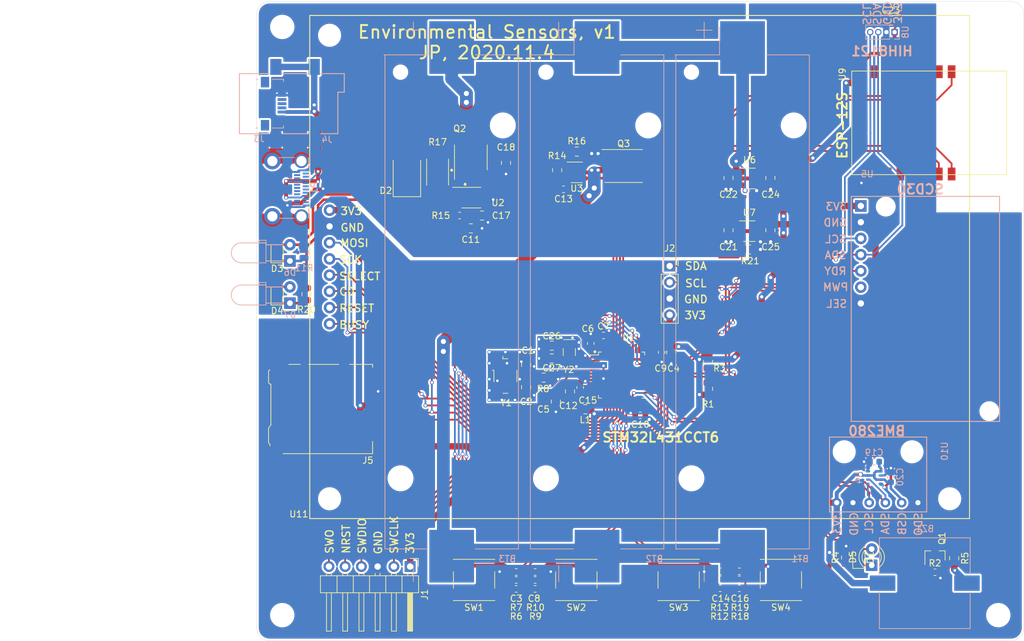
<source format=kicad_pcb>
(kicad_pcb (version 20171130) (host pcbnew "(5.1.5)-3")
  (layers (0 F.Cu signal) (31 B.Cu signal) (34 B.Paste user) (35 F.Paste user) (36 B.SilkS user) (37 F.SilkS user) (38 B.Mask user) (39 F.Mask user) (44 Edge.Cuts user))
  (net 0 "")
  (net 1 +3V3)
  (net 2 "Net-(BZ1-Pad2)")
  (net 3 "Net-(C1-Pad1)")
  (net 4 "Net-(C2-Pad1)")
  (net 5 SWITCH_1)
  (net 6 NRST)
  (net 7 SWITCH_2)
  (net 8 "Net-(C11-Pad1)")
  (net 9 +3.3VA)
  (net 10 "Net-(C13-Pad1)")
  (net 11 SWITCH_3)
  (net 12 SWITCH_4)
  (net 13 "Net-(C17-Pad1)")
  (net 14 +3.3VP)
  (net 15 LED)
  (net 16 "Net-(D1-Pad1)")
  (net 17 VBUS)
  (net 18 "Net-(D3-Pad1)")
  (net 19 "Net-(D4-Pad1)")
  (net 20 SWO)
  (net 21 SWDIO)
  (net 22 SWCLK)
  (net 23 SCL)
  (net 24 SDA)
  (net 25 "Net-(J3-Pad6)")
  (net 26 "Net-(J3-Pad4)")
  (net 27 "Net-(J3-Pad3)")
  (net 28 "Net-(J3-Pad2)")
  (net 29 MISO)
  (net 30 SCK)
  (net 31 MOSI)
  (net 32 SD_CS)
  (net 33 "Net-(J5-Pad1)")
  (net 34 "Net-(J5-Pad8)")
  (net 35 "Net-(J5-Pad9)")
  (net 36 "Net-(P1-PadB5)")
  (net 37 "Net-(P1-PadS1)")
  (net 38 "Net-(P1-PadA5)")
  (net 39 "Net-(Q1-Pad3)")
  (net 40 BUZZ_SWITCH)
  (net 41 "Net-(Q2-Pad4)")
  (net 42 "Net-(Q2-Pad1)")
  (net 43 "Net-(Q3-Pad5)")
  (net 44 "Net-(Q3-Pad4)")
  (net 45 "Net-(Q3-Pad2)")
  (net 46 "Net-(R6-Pad2)")
  (net 47 "Net-(R8-Pad2)")
  (net 48 "Net-(R10-Pad2)")
  (net 49 "Net-(R12-Pad2)")
  (net 50 "Net-(R15-Pad1)")
  (net 51 "Net-(R16-Pad1)")
  (net 52 "Net-(R18-Pad2)")
  (net 53 "Net-(R20-Pad1)")
  (net 54 AUX_POWER_ENABLE)
  (net 55 "Net-(U1-Pad41)")
  (net 56 "Net-(U1-Pad40)")
  (net 57 "Net-(U1-Pad38)")
  (net 58 "Net-(U1-Pad21)")
  (net 59 "Net-(U1-Pad12)")
  (net 60 "Net-(U1-Pad11)")
  (net 61 "Net-(U1-Pad10)")
  (net 62 "Net-(U1-Pad2)")
  (net 63 "Net-(U5-Pad6)")
  (net 64 SCD30_READY)
  (net 65 WIFI_TX)
  (net 66 WIFI_RX)
  (net 67 "Net-(U9-Pad14)")
  (net 68 "Net-(U9-Pad13)")
  (net 69 "Net-(U9-Pad12)")
  (net 70 "Net-(U9-Pad11)")
  (net 71 "Net-(U9-Pad10)")
  (net 72 "Net-(U9-Pad7)")
  (net 73 "Net-(U9-Pad6)")
  (net 74 "Net-(U9-Pad5)")
  (net 75 "Net-(U9-Pad4)")
  (net 76 WIFI_ENABLE)
  (net 77 "Net-(U9-Pad2)")
  (net 78 WIFI_RESET)
  (net 79 E_INK_BUSY)
  (net 80 E_INK_RESET)
  (net 81 E_INK_CD)
  (net 82 E_INK_SELECT)
  (net 83 +BATT)
  (net 84 GND)
  (net 85 "Net-(C26-Pad1)")
  (net 86 "Net-(C27-Pad1)")
  (net 87 "Net-(P1-PadA7)")
  (net 88 "Net-(P1-PadA6)")
  (net 89 -BATT)
  (module JPConnectors:USB_C_Receptacle_Adam_Tech (layer B.Cu) (at 21 49.3 90)
    (fp_text reference P1 (at 0.125 2.01 -90) (layer B.SilkS) (effects (justify mirror)))
    (fp_text value USB_C_Plug_USB2.0)
    (pad S1 thru_hole circle (at 4.32 -4.55 90) (size 2.6 2.6) (drill 1.6) (layers *.Cu *.Mask) (net 37 "Net-(P1-PadS1)"))
    (pad S1 thru_hole circle (at -4.32 -4.55 90) (size 2.6 2.6) (drill 1.6) (layers *.Cu *.Mask) (net 37 "Net-(P1-PadS1)"))
    (pad S1 thru_hole circle (at 4.32 0 90) (size 2.2 2.2) (drill 1.6) (layers *.Cu *.Mask) (net 37 "Net-(P1-PadS1)"))
    (pad B12 smd rect (at -2.875 -0.675 90) (size 0.3 0.95) (layers B.Cu B.Paste B.Mask) (net 84 GND))
    (pad B11 smd rect (at -2.375 -0.675 90) (size 0.3 0.95) (layers B.Cu B.Paste B.Mask))
    (pad B10 smd rect (at -1.875 -0.675 90) (size 0.3 0.95) (layers B.Cu B.Paste B.Mask))
    (pad B9 smd rect (at -1.375 -0.675 90) (size 0.3 0.95) (layers B.Cu B.Paste B.Mask) (net 17 VBUS))
    (pad B8 smd rect (at -0.875 -0.675 90) (size 0.3 0.95) (layers B.Cu B.Paste B.Mask))
    (pad B7 smd rect (at -0.375 -0.675 90) (size 0.3 0.95) (layers B.Cu B.Paste B.Mask))
    (pad B6 smd rect (at 0.125 -0.675 90) (size 0.3 0.95) (layers B.Cu B.Paste B.Mask))
    (pad B5 smd rect (at 0.625 -0.675 90) (size 0.3 0.95) (layers B.Cu B.Paste B.Mask) (net 36 "Net-(P1-PadB5)"))
    (pad B4 smd rect (at 1.125 -0.675 90) (size 0.3 0.95) (layers B.Cu B.Paste B.Mask) (net 17 VBUS))
    (pad B3 smd rect (at 1.625 -0.675 90) (size 0.3 0.95) (layers B.Cu B.Paste B.Mask))
    (pad B2 smd rect (at 2.125 -0.675 90) (size 0.3 0.95) (layers B.Cu B.Paste B.Mask))
    (pad "" np_thru_hole circle (at -3.4 -1.15 90) (size 0.5 0.5) (drill 0.5) (layers *.Cu *.Mask))
    (pad "" np_thru_hole circle (at 3.4 -1.15 90) (size 0.5 0.5) (drill 0.5) (layers *.Cu *.Mask))
    (pad B1 smd rect (at 2.625 -0.675 90) (size 0.3 0.95) (layers B.Cu B.Paste B.Mask) (net 84 GND))
    (pad A11 smd rect (at 2.375 0.675 90) (size 0.3 0.95) (layers B.Cu B.Paste B.Mask))
    (pad A8 smd rect (at 0.875 0.675 90) (size 0.3 0.95) (layers B.Cu B.Paste B.Mask))
    (pad A9 smd rect (at 1.375 0.675 90) (size 0.3 0.95) (layers B.Cu B.Paste B.Mask) (net 17 VBUS))
    (pad A10 smd rect (at 1.875 0.675 90) (size 0.3 0.95) (layers B.Cu B.Paste B.Mask))
    (pad A12 smd rect (at 2.875 0.675 90) (size 0.3 0.95) (layers B.Cu B.Paste B.Mask) (net 84 GND))
    (pad A7 smd rect (at 0.375 0.675 90) (size 0.3 0.95) (layers B.Cu B.Paste B.Mask) (net 87 "Net-(P1-PadA7)"))
    (pad A6 smd rect (at -0.125 0.675 90) (size 0.3 0.95) (layers B.Cu B.Paste B.Mask) (net 88 "Net-(P1-PadA6)"))
    (pad A5 smd rect (at -0.625 0.675 90) (size 0.3 0.95) (layers B.Cu B.Paste B.Mask) (net 38 "Net-(P1-PadA5)"))
    (pad A4 smd rect (at -1.125 0.675 90) (size 0.3 0.95) (layers B.Cu B.Paste B.Mask) (net 17 VBUS))
    (pad A3 smd rect (at -1.625 0.675 90) (size 0.3 0.95) (layers B.Cu B.Paste B.Mask))
    (pad A2 smd rect (at -2.125 0.675 90) (size 0.3 0.95) (layers B.Cu B.Paste B.Mask))
    (pad A1 smd rect (at -2.625 0.675 90) (size 0.3 0.95) (layers B.Cu B.Paste B.Mask) (net 84 GND))
    (pad S1 thru_hole circle (at -4.32 0 90) (size 2.2 2.2) (drill 1.6) (layers *.Cu *.Mask) (net 37 "Net-(P1-PadS1)"))
  )
  (module JPDisplays:4.2inch_E-Ink (layer F.Cu) (at 22.4 100.8)
    (fp_text reference U11 (at -1.8 -0.6) (layer F.SilkS))
    (fp_text value E-Ink_Waveshare_4.2)
    (pad "" np_thru_hole circle (at 100 -3) (size 3 3) (drill 3) (layers *.Cu *.Mask))
    (pad "" np_thru_hole circle (at 100 -75.5) (size 3 3) (drill 3) (layers *.Cu *.Mask))
    (pad "" np_thru_hole circle (at 3 -75.5) (size 3 3) (drill 3) (layers *.Cu *.Mask))
    (pad "" np_thru_hole circle (at 3 -3) (size 3 3) (drill 3) (layers *.Cu *.Mask))
    (pad 8 thru_hole circle (at 3 -30.36) (size 1.8 1.8) (drill 1) (layers *.Cu *.Mask) (net 79 E_INK_BUSY))
    (pad 7 thru_hole circle (at 3 -32.9) (size 1.8 1.8) (drill 1) (layers *.Cu *.Mask) (net 80 E_INK_RESET))
    (pad 6 thru_hole circle (at 3 -35.44) (size 1.8 1.8) (drill 1) (layers *.Cu *.Mask) (net 81 E_INK_CD))
    (pad 5 thru_hole circle (at 3 -37.98) (size 1.8 1.8) (drill 1) (layers *.Cu *.Mask) (net 82 E_INK_SELECT))
    (pad 4 thru_hole circle (at 3 -40.52) (size 1.8 1.8) (drill 1) (layers *.Cu *.Mask) (net 30 SCK))
    (pad 3 thru_hole circle (at 3 -43.06) (size 1.8 1.8) (drill 1) (layers *.Cu *.Mask) (net 31 MOSI))
    (pad 2 thru_hole circle (at 3 -45.6) (size 1.8 1.8) (drill 1) (layers *.Cu *.Mask) (net 84 GND))
    (pad 1 thru_hole circle (at 3 -48.14) (size 1.8 1.8) (drill 1) (layers *.Cu *.Mask) (net 1 +3V3))
  )
  (module JPConnectors:PowerSocketSMD (layer B.Cu) (at 17 36 270)
    (fp_text reference J4 (at 5.6 -8) (layer B.SilkS) (effects (justify mirror)))
    (fp_text value Barrel_Jack)
    (pad 1 smd rect (at -5.75 -6 270) (size 2.5 1.75) (layers B.Cu B.Paste B.Mask) (net 17 VBUS))
    (pad 1 smd rect (at -5.75 0 270) (size 2.5 1.75) (layers B.Cu B.Paste B.Mask) (net 17 VBUS))
    (pad 2 smd rect (at 5.75 -6 270) (size 2.5 1.75) (layers B.Cu B.Paste B.Mask) (net 84 GND))
    (pad 2 smd rect (at 5.75 0 270) (size 2.5 1.75) (layers B.Cu B.Paste B.Mask) (net 84 GND))
  )
  (module JPSensors:SCD30 (layer B.Cu) (at 108.5 52)
    (fp_text reference U5 (at 1 -5) (layer B.SilkS) (effects (justify mirror)))
    (fp_text value SCD30)
    (pad 7 thru_hole circle (at 0 15.24) (size 1.8 1.8) (drill 1) (layers *.Cu *.Mask) (net 84 GND))
    (pad "" np_thru_hole circle (at 20.1 32.1) (size 2.5 2.5) (drill 2.5) (layers *.Cu *.Mask))
    (pad "" np_thru_hole circle (at 3.9 0.1) (size 2.5 2.5) (drill 2.5) (layers *.Cu *.Mask))
    (pad 6 thru_hole circle (at 0 12.7) (size 1.8 1.8) (drill 1) (layers *.Cu *.Mask) (net 63 "Net-(U5-Pad6)"))
    (pad 5 thru_hole circle (at 0 10.16) (size 1.8 1.8) (drill 1) (layers *.Cu *.Mask) (net 64 SCD30_READY))
    (pad 4 thru_hole circle (at 0 7.62) (size 1.8 1.8) (drill 1) (layers *.Cu *.Mask) (net 24 SDA))
    (pad 3 thru_hole circle (at 0 5.08) (size 1.8 1.8) (drill 1) (layers *.Cu *.Mask) (net 23 SCL))
    (pad 2 thru_hole circle (at 0 2.54) (size 1.8 1.8) (drill 1) (layers *.Cu *.Mask) (net 84 GND))
    (pad 1 thru_hole rect (at 0 0) (size 1.8 1.8) (drill 1) (layers *.Cu *.Mask) (net 14 +3.3VP))
  )
  (module JPSensors:BME280-Module (layer B.Cu) (at 118.7 88.25 270)
    (fp_text reference U10 (at 2.1 -2.9 270) (layer B.SilkS) (effects (justify mirror)))
    (fp_text value BME280-Module)
    (pad "" np_thru_hole circle (at 2.2 2.2 270) (size 3 3) (drill 3) (layers *.Cu *.Mask))
    (pad "" np_thru_hole circle (at 2.2 12.8 270) (size 3 3) (drill 3) (layers *.Cu *.Mask))
    (pad 6 thru_hole circle (at 10.16 1.27 270) (size 1.5 1.5) (drill 0.8) (layers *.Cu *.Mask) (net 84 GND))
    (pad 5 thru_hole circle (at 10.16 3.81 270) (size 1.5 1.5) (drill 0.8) (layers *.Cu *.Mask) (net 1 +3V3))
    (pad 4 thru_hole circle (at 10.16 6.35 270) (size 1.5 1.5) (drill 0.8) (layers *.Cu *.Mask) (net 24 SDA))
    (pad 3 thru_hole circle (at 10.16 8.89 270) (size 1.5 1.5) (drill 0.8) (layers *.Cu *.Mask) (net 23 SCL))
    (pad 2 thru_hole circle (at 10.16 11.43 270) (size 1.5 1.5) (drill 0.8) (layers *.Cu *.Mask) (net 84 GND))
    (pad 1 thru_hole circle (at 10.16 13.97 270) (size 1.5 1.5) (drill 0.8) (layers *.Cu *.Mask) (net 1 +3V3))
  )
  (module JPConnectors:BatteryHolder_Keystone_1042_1x18650 (layer B.Cu) (at 44.5 67 270)
    (fp_text reference BT3 (at 40.2 -8.7 180) (layer B.SilkS) (effects (justify mirror)))
    (fp_text value Li-Ion)
    (pad "" np_thru_hole circle (at -35.93 8 270) (size 1.8 1.8) (drill 1.8) (layers *.Cu *.Mask))
    (pad "" np_thru_hole circle (at -27.6 -8 270) (size 3.45 3.45) (drill 3.45) (layers *.Cu *.Mask))
    (pad "" np_thru_hole circle (at 27.6 8 270) (size 3.45 3.45) (drill 3.45) (layers *.Cu *.Mask))
    (pad 2 smd rect (at 39.78 0 270) (size 8.24 7) (layers B.Cu B.Paste B.Mask) (net 89 -BATT))
    (pad 1 smd rect (at -39.78 0 270) (size 8.24 7) (layers B.Cu B.Paste B.Mask) (net 83 +BATT))
  )
  (module JPConnectors:BatteryHolder_Keystone_1042_1x18650 (layer B.Cu) (at 67.244 67 270)
    (fp_text reference BT2 (at 40.2 -8.956 180) (layer B.SilkS) (effects (justify mirror)))
    (fp_text value Li-Ion)
    (pad "" np_thru_hole circle (at -35.93 8 270) (size 1.8 1.8) (drill 1.8) (layers *.Cu *.Mask))
    (pad "" np_thru_hole circle (at -27.6 -8 270) (size 3.45 3.45) (drill 3.45) (layers *.Cu *.Mask))
    (pad "" np_thru_hole circle (at 27.6 8 270) (size 3.45 3.45) (drill 3.45) (layers *.Cu *.Mask))
    (pad 2 smd rect (at 39.78 0 270) (size 8.24 7) (layers B.Cu B.Paste B.Mask) (net 89 -BATT))
    (pad 1 smd rect (at -39.78 0 270) (size 8.24 7) (layers B.Cu B.Paste B.Mask) (net 83 +BATT))
  )
  (module JPConnectors:BatteryHolder_Keystone_1042_1x18650 (layer B.Cu) (at 90 67 270)
    (fp_text reference BT1 (at 40.2 -9 180) (layer B.SilkS) (effects (justify mirror)))
    (fp_text value Li-Ion)
    (pad "" np_thru_hole circle (at -35.93 8 270) (size 1.8 1.8) (drill 1.8) (layers *.Cu *.Mask))
    (pad "" np_thru_hole circle (at -27.6 -8 270) (size 3.45 3.45) (drill 3.45) (layers *.Cu *.Mask))
    (pad "" np_thru_hole circle (at 27.6 8 270) (size 3.45 3.45) (drill 3.45) (layers *.Cu *.Mask))
    (pad 2 smd rect (at 39.78 0 270) (size 8.24 7) (layers B.Cu B.Paste B.Mask) (net 89 -BATT))
    (pad 1 smd rect (at -39.78 0 270) (size 8.24 7) (layers B.Cu B.Paste B.Mask) (net 83 +BATT))
  )
  (module Crystal:Crystal_SMD_MicroCrystal_CC7V-T1A-2Pin_3.2x1.5mm (layer F.Cu) (at 62.9 74.85 270)
    (fp_text reference Y2 (at 2.75 0.1 180) (layer F.SilkS))
    (fp_text value 32768/12.5pF)
    (pad 1 smd rect (at -1.25 0 270) (size 1 1.8) (layers F.Cu F.Paste F.Mask) (net 85 "Net-(C26-Pad1)"))
    (pad 2 smd rect (at 1.25 0 270) (size 1 1.8) (layers F.Cu F.Paste F.Mask) (net 86 "Net-(C27-Pad1)"))
  )
  (module Button_Switch_SMD:SW_SPST_PTS645 (layer F.Cu) (at 96 110.5)
    (fp_text reference SW4 (at 0 4.3) (layer F.SilkS))
    (fp_text value SW_Push)
    (pad 2 smd rect (at -3.98 2.25) (size 1.55 1.3) (layers F.Cu F.Paste F.Mask) (net 52 "Net-(R18-Pad2)"))
    (pad 1 smd rect (at -3.98 -2.25) (size 1.55 1.3) (layers F.Cu F.Paste F.Mask) (net 84 GND))
    (pad 1 smd rect (at 3.98 -2.25) (size 1.55 1.3) (layers F.Cu F.Paste F.Mask) (net 84 GND))
    (pad 2 smd rect (at 3.98 2.25) (size 1.55 1.3) (layers F.Cu F.Paste F.Mask) (net 52 "Net-(R18-Pad2)"))
  )
  (module Button_Switch_SMD:SW_SPST_PTS645 (layer F.Cu) (at 80 110.5)
    (fp_text reference SW3 (at 0 4.3) (layer F.SilkS))
    (fp_text value SW_Push)
    (pad 2 smd rect (at -3.98 2.25) (size 1.55 1.3) (layers F.Cu F.Paste F.Mask) (net 49 "Net-(R12-Pad2)"))
    (pad 1 smd rect (at -3.98 -2.25) (size 1.55 1.3) (layers F.Cu F.Paste F.Mask) (net 84 GND))
    (pad 1 smd rect (at 3.98 -2.25) (size 1.55 1.3) (layers F.Cu F.Paste F.Mask) (net 84 GND))
    (pad 2 smd rect (at 3.98 2.25) (size 1.55 1.3) (layers F.Cu F.Paste F.Mask) (net 49 "Net-(R12-Pad2)"))
  )
  (module Button_Switch_SMD:SW_SPST_PTS645 (layer F.Cu) (at 64 110.5)
    (fp_text reference SW2 (at 0 4.3) (layer F.SilkS))
    (fp_text value SW_Push)
    (pad 2 smd rect (at -3.98 2.25) (size 1.55 1.3) (layers F.Cu F.Paste F.Mask) (net 48 "Net-(R10-Pad2)"))
    (pad 1 smd rect (at -3.98 -2.25) (size 1.55 1.3) (layers F.Cu F.Paste F.Mask) (net 84 GND))
    (pad 1 smd rect (at 3.98 -2.25) (size 1.55 1.3) (layers F.Cu F.Paste F.Mask) (net 84 GND))
    (pad 2 smd rect (at 3.98 2.25) (size 1.55 1.3) (layers F.Cu F.Paste F.Mask) (net 48 "Net-(R10-Pad2)"))
  )
  (module Button_Switch_SMD:SW_SPST_PTS645 (layer F.Cu) (at 48 110.5)
    (fp_text reference SW1 (at 0 4.3) (layer F.SilkS))
    (fp_text value SW_Push)
    (pad 2 smd rect (at -3.98 2.25) (size 1.55 1.3) (layers F.Cu F.Paste F.Mask) (net 46 "Net-(R6-Pad2)"))
    (pad 1 smd rect (at -3.98 -2.25) (size 1.55 1.3) (layers F.Cu F.Paste F.Mask) (net 84 GND))
    (pad 1 smd rect (at 3.98 -2.25) (size 1.55 1.3) (layers F.Cu F.Paste F.Mask) (net 84 GND))
    (pad 2 smd rect (at 3.98 2.25) (size 1.55 1.3) (layers F.Cu F.Paste F.Mask) (net 46 "Net-(R6-Pad2)"))
  )
  (module Resistor_SMD:R_0603_1608Metric (layer F.Cu) (at 45.75 53.5)
    (fp_text reference R15 (at -2.95 0) (layer F.SilkS))
    (fp_text value 100k)
    (pad 2 smd roundrect (at 0.7875 0) (size 0.875 0.95) (layers F.Cu F.Paste F.Mask) (net 8 "Net-(C11-Pad1)"))
    (pad 1 smd roundrect (at -0.7875 0) (size 0.875 0.95) (layers F.Cu F.Paste F.Mask) (net 50 "Net-(R15-Pad1)"))
  )
  (module Resistor_SMD:R_0603_1608Metric (layer F.Cu) (at 120.1 109.3)
    (fp_text reference R2 (at 0 -1.43) (layer F.SilkS))
    (fp_text value 100k)
    (pad 1 smd roundrect (at -0.7875 0) (size 0.875 0.95) (layers F.Cu F.Paste F.Mask) (net 40 BUZZ_SWITCH))
    (pad 2 smd roundrect (at 0.7875 0) (size 0.875 0.95) (layers F.Cu F.Paste F.Mask) (net 84 GND))
  )
  (module LED_THT:LED_D3.0mm_Horizontal_O3.81mm_Z10.0mm (layer B.Cu) (at 19.2 67.2 90)
    (fp_text reference D7 (at -1.8 0) (layer B.SilkS) (effects (justify mirror)))
    (fp_text value "RED LED")
    (pad 2 thru_hole circle (at 2.54 0 90) (size 1.8 1.8) (drill 0.9) (layers *.Cu *.Mask) (net 8 "Net-(C11-Pad1)"))
    (pad 1 thru_hole rect (at 0 0 90) (size 1.8 1.8) (drill 0.9) (layers *.Cu *.Mask) (net 19 "Net-(D4-Pad1)"))
  )
  (module LED_THT:LED_D3.0mm_Horizontal_O3.81mm_Z10.0mm (layer B.Cu) (at 19.2 60.6 90)
    (fp_text reference D6 (at -1.8 0) (layer B.SilkS) (effects (justify mirror)))
    (fp_text value "RED LED")
    (pad 2 thru_hole circle (at 2.54 0 90) (size 1.8 1.8) (drill 0.9) (layers *.Cu *.Mask) (net 8 "Net-(C11-Pad1)"))
    (pad 1 thru_hole rect (at 0 0 90) (size 1.8 1.8) (drill 0.9) (layers *.Cu *.Mask) (net 18 "Net-(D3-Pad1)"))
  )
  (module JPBuzzers:Laudity_SPB45 (layer B.Cu) (at 118.5 111)
    (fp_text reference BZ1 (at 0 -8.5 180) (layer B.SilkS) (effects (justify mirror)))
    (fp_text value Buzzer)
    (pad 2 smd rect (at 6.6 0) (size 4 2.4) (layers B.Cu B.Paste B.Mask) (net 2 "Net-(BZ1-Pad2)"))
    (pad 1 smd rect (at -6.6 0) (size 4 2.4) (layers B.Cu B.Paste B.Mask) (net 1 +3V3))
  )
  (module MountingHole:MountingHole_3.2mm_M3 (layer F.Cu) (at 130 116)
    (fp_text reference H4 hide)
    (fp_text value MountingHole)
    (pad 1 np_thru_hole circle (at 0 0) (size 3.2 3.2) (drill 3.2) (layers *.Cu *.Mask))
  )
  (module MountingHole:MountingHole_3.2mm_M3 (layer F.Cu) (at 130 24)
    (fp_text reference H3 hide)
    (fp_text value MountingHole)
    (pad 1 np_thru_hole circle (at 0 0) (size 3.2 3.2) (drill 3.2) (layers *.Cu *.Mask))
  )
  (module MountingHole:MountingHole_3.2mm_M3 (layer F.Cu) (at 18 116)
    (fp_text reference H2 hide)
    (fp_text value MountingHole)
    (pad 1 np_thru_hole circle (at 0 0) (size 3.2 3.2) (drill 3.2) (layers *.Cu *.Mask))
  )
  (module MountingHole:MountingHole_3.2mm_M3 (layer F.Cu) (at 18 24)
    (fp_text reference H1 hide)
    (fp_text value MountingHole)
    (pad 1 np_thru_hole circle (at 0 0) (size 3.2 3.2) (drill 3.2) (layers *.Cu *.Mask))
  )
  (module Resistor_SMD:R_0603_1608Metric (layer F.Cu) (at 89.5 111.8)
    (fp_text reference R18 (at 0.1 4.4) (layer F.SilkS))
    (fp_text value 100k)
    (pad 2 smd roundrect (at 0.7875 0) (size 0.875 0.95) (layers F.Cu F.Paste F.Mask) (net 52 "Net-(R18-Pad2)"))
    (pad 1 smd roundrect (at -0.7875 0) (size 0.875 0.95) (layers F.Cu F.Paste F.Mask) (net 1 +3V3))
  )
  (module Resistor_SMD:R_0603_1608Metric (layer F.Cu) (at 86.5 111.8 180)
    (fp_text reference R12 (at 0.1 -4.4) (layer F.SilkS))
    (fp_text value 100k)
    (pad 1 smd roundrect (at -0.7875 0 180) (size 0.875 0.95) (layers F.Cu F.Paste F.Mask) (net 1 +3V3))
    (pad 2 smd roundrect (at 0.7875 0 180) (size 0.875 0.95) (layers F.Cu F.Paste F.Mask) (net 49 "Net-(R12-Pad2)"))
  )
  (module Resistor_SMD:R_0603_1608Metric (layer F.Cu) (at 57.55 111.9)
    (fp_text reference R9 (at 0.05 4.3) (layer F.SilkS))
    (fp_text value 100k)
    (pad 2 smd roundrect (at 0.7875 0) (size 0.875 0.95) (layers F.Cu F.Paste F.Mask) (net 48 "Net-(R10-Pad2)"))
    (pad 1 smd roundrect (at -0.7875 0) (size 0.875 0.95) (layers F.Cu F.Paste F.Mask) (net 1 +3V3))
  )
  (module Resistor_SMD:R_0603_1608Metric (layer F.Cu) (at 54.6 111.9 180)
    (fp_text reference R6 (at 0 -4.3) (layer F.SilkS))
    (fp_text value 100k)
    (pad 2 smd roundrect (at 0.7875 0 180) (size 0.875 0.95) (layers F.Cu F.Paste F.Mask) (net 46 "Net-(R6-Pad2)"))
    (pad 1 smd roundrect (at -0.7875 0 180) (size 0.875 0.95) (layers F.Cu F.Paste F.Mask) (net 1 +3V3))
  )
  (module Resistor_SMD:R_2512_6332Metric (layer F.Cu) (at 42.3 46.7 270)
    (fp_text reference R17 (at -4.7 0 180) (layer F.SilkS))
    (fp_text value 110m)
    (pad 2 smd roundrect (at 2.9 0 270) (size 1.35 3.35) (layers F.Cu F.Paste F.Mask) (roundrect_rratio 0.185185) (net 8 "Net-(C11-Pad1)"))
    (pad 1 smd roundrect (at -2.9 0 270) (size 1.35 3.35) (layers F.Cu F.Paste F.Mask) (roundrect_rratio 0.185185) (net 42 "Net-(Q2-Pad1)"))
  )
  (module Diode_SMD:D_SMB (layer F.Cu) (at 37.5 47 90)
    (fp_text reference D2 (at -2.6 -3.3 180) (layer F.SilkS))
    (fp_text value MBRS260T3G)
    (pad 2 smd rect (at 2.15 0 90) (size 2.5 2.3) (layers F.Cu F.Paste F.Mask) (net 17 VBUS))
    (pad 1 smd rect (at -2.15 0 90) (size 2.5 2.3) (layers F.Cu F.Paste F.Mask) (net 8 "Net-(C11-Pad1)"))
  )
  (module Capacitor_SMD:C_0805_2012Metric (layer F.Cu) (at 60.8 82.6 90)
    (fp_text reference C5 (at -1.2 -1.95 180) (layer F.SilkS))
    (fp_text value 10n)
    (pad 1 smd roundrect (at -0.9375 0 90) (size 0.975 1.4) (layers F.Cu F.Paste F.Mask) (net 84 GND))
    (pad 2 smd roundrect (at 0.9375 0 90) (size 0.975 1.4) (layers F.Cu F.Paste F.Mask) (net 6 NRST))
  )
  (module LED_THT:LED_D3.0mm (layer F.Cu) (at 110.2 108.2 90)
    (fp_text reference D5 (at 1.27 -2.96 90) (layer F.SilkS))
    (fp_text value GREEN_LED)
    (pad 1 thru_hole rect (at 0 0 90) (size 1.8 1.8) (drill 0.9) (layers *.Cu *.Mask) (net 16 "Net-(D1-Pad1)"))
    (pad 2 thru_hole circle (at 2.54 0 90) (size 1.8 1.8) (drill 0.9) (layers *.Cu *.Mask) (net 15 LED))
  )
  (module Resistor_SMD:R_0805_2012Metric (layer F.Cu) (at 58.9 78.85)
    (fp_text reference R8 (at -0.1 1.75) (layer F.SilkS))
    (fp_text value 2k2)
    (pad 1 smd roundrect (at -0.9375 0) (size 0.975 1.4) (layers F.Cu F.Paste F.Mask) (net 4 "Net-(C2-Pad1)"))
    (pad 2 smd roundrect (at 0.9375 0) (size 0.975 1.4) (layers F.Cu F.Paste F.Mask) (net 47 "Net-(R8-Pad2)"))
  )
  (module Capacitor_SMD:C_0805_2012Metric (layer F.Cu) (at 60.15 75.85 180)
    (fp_text reference C27 (at 0 -1.5) (layer F.SilkS))
    (fp_text value 15p)
    (pad 1 smd roundrect (at -0.9375 0 180) (size 0.975 1.4) (layers F.Cu F.Paste F.Mask) (net 86 "Net-(C27-Pad1)"))
    (pad 2 smd roundrect (at 0.9375 0 180) (size 0.975 1.4) (layers F.Cu F.Paste F.Mask) (net 84 GND))
  )
  (module Capacitor_SMD:C_0805_2012Metric (layer F.Cu) (at 60.15 73.85 180)
    (fp_text reference C26 (at 0 1.5) (layer F.SilkS))
    (fp_text value 15p)
    (pad 1 smd roundrect (at -0.9375 0 180) (size 0.975 1.4) (layers F.Cu F.Paste F.Mask) (net 85 "Net-(C26-Pad1)"))
    (pad 2 smd roundrect (at 0.9375 0 180) (size 0.975 1.4) (layers F.Cu F.Paste F.Mask) (net 84 GND))
  )
  (module Capacitor_SMD:C_0805_2012Metric (layer F.Cu) (at 56.15 80.35 90)
    (fp_text reference C2 (at -2.25 0 180) (layer F.SilkS))
    (fp_text value 6p)
    (pad 1 smd roundrect (at -0.9375 0 90) (size 0.975 1.4) (layers F.Cu F.Paste F.Mask) (net 4 "Net-(C2-Pad1)"))
    (pad 2 smd roundrect (at 0.9375 0 90) (size 0.975 1.4) (layers F.Cu F.Paste F.Mask) (net 84 GND))
  )
  (module Capacitor_SMD:C_0805_2012Metric (layer F.Cu) (at 56.15 76.85 90)
    (fp_text reference C1 (at 2.25 0.25 180) (layer F.SilkS))
    (fp_text value 6p)
    (pad 1 smd roundrect (at -0.9375 0 90) (size 0.975 1.4) (layers F.Cu F.Paste F.Mask) (net 3 "Net-(C1-Pad1)"))
    (pad 2 smd roundrect (at 0.9375 0 90) (size 0.975 1.4) (layers F.Cu F.Paste F.Mask) (net 84 GND))
  )
  (module Connector_PinHeader_2.54mm:PinHeader_1x06_P2.54mm_Horizontal (layer F.Cu) (at 38 108.4 270)
    (fp_text reference J1 (at 4.385 -2.27 90) (layer F.SilkS))
    (fp_text value SWD)
    (pad 6 thru_hole oval (at 0 12.7 270) (size 1.7 1.7) (drill 1) (layers *.Cu *.Mask) (net 20 SWO))
    (pad 5 thru_hole oval (at 0 10.16 270) (size 1.7 1.7) (drill 1) (layers *.Cu *.Mask) (net 6 NRST))
    (pad 4 thru_hole oval (at 0 7.62 270) (size 1.7 1.7) (drill 1) (layers *.Cu *.Mask) (net 21 SWDIO))
    (pad 3 thru_hole oval (at 0 5.08 270) (size 1.7 1.7) (drill 1) (layers *.Cu *.Mask) (net 84 GND))
    (pad 2 thru_hole oval (at 0 2.54 270) (size 1.7 1.7) (drill 1) (layers *.Cu *.Mask) (net 22 SWCLK))
    (pad 1 thru_hole rect (at 0 0 270) (size 1.7 1.7) (drill 1) (layers *.Cu *.Mask) (net 1 +3V3))
  )
  (module Capacitor_SMD:C_0603_1608Metric (layer F.Cu) (at 64.6 80.4 90)
    (fp_text reference C15 (at -2 1.2 180) (layer F.SilkS))
    (fp_text value 100n)
    (pad 1 smd roundrect (at -0.7875 0 90) (size 0.875 0.95) (layers F.Cu F.Paste F.Mask) (net 9 +3.3VA))
    (pad 2 smd roundrect (at 0.7875 0 90) (size 0.875 0.95) (layers F.Cu F.Paste F.Mask) (net 84 GND))
  )
  (module Package_SO:PowerPAK_SO-8_Dual (layer F.Cu) (at 71.4 45.75)
    (fp_text reference Q3 (at 0 -3.5) (layer F.SilkS))
    (fp_text value SQJB80EP)
    (pad 6 smd rect (at 0.69 1.13) (size 3.81 1.65) (layers F.Cu F.Paste F.Mask) (net 43 "Net-(Q3-Pad5)"))
    (pad 5 smd rect (at 0.69 -1.13) (size 3.81 1.65) (layers F.Cu F.Paste F.Mask) (net 43 "Net-(Q3-Pad5)"))
    (pad 5 smd rect (at 2.795 -1.905) (size 1.02 0.61) (layers F.Cu F.Paste F.Mask) (net 43 "Net-(Q3-Pad5)"))
    (pad 5 smd rect (at 2.795 -0.635) (size 1.02 0.61) (layers F.Cu F.Paste F.Mask) (net 43 "Net-(Q3-Pad5)"))
    (pad 6 smd rect (at 2.795 0.635) (size 1.02 0.61) (layers F.Cu F.Paste F.Mask) (net 43 "Net-(Q3-Pad5)"))
    (pad 6 smd rect (at 2.795 1.905) (size 1.02 0.61) (layers F.Cu F.Paste F.Mask) (net 43 "Net-(Q3-Pad5)"))
    (pad 4 smd rect (at -2.67 1.905) (size 1.27 0.61) (layers F.Cu F.Paste F.Mask) (net 44 "Net-(Q3-Pad4)"))
    (pad 3 smd rect (at -2.67 0.635) (size 1.27 0.61) (layers F.Cu F.Paste F.Mask) (net 89 -BATT))
    (pad 2 smd rect (at -2.67 -0.635) (size 1.27 0.61) (layers F.Cu F.Paste F.Mask) (net 45 "Net-(Q3-Pad2)"))
    (pad 1 smd rect (at -2.67 -1.905) (size 1.27 0.61) (layers F.Cu F.Paste F.Mask) (net 84 GND))
  )
  (module Resistor_SMD:R_0805_2012Metric (layer F.Cu) (at 91 58.8)
    (fp_text reference R21 (at 0.2 1.8) (layer F.SilkS))
    (fp_text value 300k)
    (pad 2 smd roundrect (at 0.9375 0) (size 0.975 1.4) (layers F.Cu F.Paste F.Mask) (net 84 GND))
    (pad 1 smd roundrect (at -0.9375 0) (size 0.975 1.4) (layers F.Cu F.Paste F.Mask) (net 54 AUX_POWER_ENABLE))
  )
  (module Crystal:Crystal_SMD_Abracon_ABM3B-4Pin_5.0x3.2mm (layer F.Cu) (at 52.9 78.6 270)
    (fp_text reference Y1 (at 4.2 -0.1 180) (layer F.SilkS))
    (fp_text value 16MHz)
    (pad 1 smd rect (at -2 1.2 270) (size 1.8 1.2) (layers F.Cu F.Paste F.Mask) (net 3 "Net-(C1-Pad1)"))
    (pad 2 smd rect (at 2 1.2 270) (size 1.8 1.2) (layers F.Cu F.Paste F.Mask) (net 84 GND))
    (pad 3 smd rect (at 2 -1.2 270) (size 1.8 1.2) (layers F.Cu F.Paste F.Mask) (net 4 "Net-(C2-Pad1)"))
    (pad 4 smd rect (at -2 -1.2 270) (size 1.8 1.2) (layers F.Cu F.Paste F.Mask) (net 84 GND))
  )
  (module JPComms:ESP-12S (layer F.Cu) (at 107.2 31 270)
    (fp_text reference U9 (at 0.404 1.59 90) (layer F.SilkS))
    (fp_text value ESP-12S)
    (pad 16 smd rect (at 16 -15.5 270) (size 2 1.2) (layers F.Cu F.Paste F.Mask) (net 65 WIFI_TX))
    (pad 15 smd rect (at 16 -13.5 270) (size 2 1.2) (layers F.Cu F.Paste F.Mask) (net 66 WIFI_RX))
    (pad 14 smd rect (at 16 -11.5 270) (size 2 1.2) (layers F.Cu F.Paste F.Mask) (net 67 "Net-(U9-Pad14)"))
    (pad 13 smd rect (at 16 -9.5 270) (size 2 1.2) (layers F.Cu F.Paste F.Mask) (net 68 "Net-(U9-Pad13)"))
    (pad 12 smd rect (at 16 -7.5 270) (size 2 1.2) (layers F.Cu F.Paste F.Mask) (net 69 "Net-(U9-Pad12)"))
    (pad 11 smd rect (at 16 -5.5 270) (size 2 1.2) (layers F.Cu F.Paste F.Mask) (net 70 "Net-(U9-Pad11)"))
    (pad 10 smd rect (at 16 -3.5 270) (size 2 1.2) (layers F.Cu F.Paste F.Mask) (net 71 "Net-(U9-Pad10)"))
    (pad 9 smd rect (at 16 -1.5 270) (size 2 1.2) (layers F.Cu F.Paste F.Mask) (net 84 GND))
    (pad 8 smd rect (at 0 -1.5 270) (size 2 1.2) (layers F.Cu F.Paste F.Mask) (net 1 +3V3))
    (pad 7 smd rect (at 0 -3.5 270) (size 2 1.2) (layers F.Cu F.Paste F.Mask) (net 72 "Net-(U9-Pad7)"))
    (pad 6 smd rect (at 0 -5.5 270) (size 2 1.2) (layers F.Cu F.Paste F.Mask) (net 73 "Net-(U9-Pad6)"))
    (pad 5 smd rect (at 0 -7.5 270) (size 2 1.2) (layers F.Cu F.Paste F.Mask) (net 74 "Net-(U9-Pad5)"))
    (pad 4 smd rect (at 0 -9.5 270) (size 2 1.2) (layers F.Cu F.Paste F.Mask) (net 75 "Net-(U9-Pad4)"))
    (pad 3 smd rect (at 0 -11.5 270) (size 2 1.2) (layers F.Cu F.Paste F.Mask) (net 76 WIFI_ENABLE))
    (pad 2 smd rect (at 0 -13.5 270) (size 2 1.2) (layers F.Cu F.Paste F.Mask) (net 77 "Net-(U9-Pad2)"))
    (pad 1 smd rect (at 0 -15.5 270) (size 2 1.2) (layers F.Cu F.Paste F.Mask) (net 78 WIFI_RESET))
  )
  (module Connector_PinHeader_1.27mm:PinHeader_1x04_P1.27mm_Vertical (layer B.Cu) (at 113.774 24.806 90)
    (fp_text reference U8 (at 0 1.695 -90) (layer B.SilkS) (effects (justify mirror)))
    (fp_text value HIH8121)
    (pad 4 thru_hole oval (at 0 -3.81 90) (size 1 1) (drill 0.65) (layers *.Cu *.Mask) (net 23 SCL))
    (pad 3 thru_hole oval (at 0 -2.54 90) (size 1 1) (drill 0.65) (layers *.Cu *.Mask) (net 24 SDA))
    (pad 2 thru_hole oval (at 0 -1.27 90) (size 1 1) (drill 0.65) (layers *.Cu *.Mask) (net 84 GND))
    (pad 1 thru_hole rect (at 0 0 90) (size 1 1) (drill 0.65) (layers *.Cu *.Mask) (net 1 +3V3))
  )
  (module Package_TO_SOT_SMD:SOT-23-5 (layer F.Cu) (at 91.056 55.936)
    (fp_text reference U7 (at 0 -2.9) (layer F.SilkS))
    (fp_text value TPS782-DDC)
    (pad 5 smd rect (at 1.1 -0.95) (size 1.06 0.65) (layers F.Cu F.Paste F.Mask) (net 14 +3.3VP))
    (pad 4 smd rect (at 1.1 0.95) (size 1.06 0.65) (layers F.Cu F.Paste F.Mask) (net 84 GND))
    (pad 3 smd rect (at -1.1 0.95) (size 1.06 0.65) (layers F.Cu F.Paste F.Mask) (net 54 AUX_POWER_ENABLE))
    (pad 2 smd rect (at -1.1 0) (size 1.06 0.65) (layers F.Cu F.Paste F.Mask) (net 84 GND))
    (pad 1 smd rect (at -1.1 -0.95) (size 1.06 0.65) (layers F.Cu F.Paste F.Mask) (net 83 +BATT))
  )
  (module Package_TO_SOT_SMD:SOT-23-5 (layer F.Cu) (at 91.1 47.7)
    (fp_text reference U6 (at 0 -2.9) (layer F.SilkS))
    (fp_text value TPS782-DDC)
    (pad 5 smd rect (at 1.1 -0.95) (size 1.06 0.65) (layers F.Cu F.Paste F.Mask) (net 1 +3V3))
    (pad 4 smd rect (at 1.1 0.95) (size 1.06 0.65) (layers F.Cu F.Paste F.Mask) (net 84 GND))
    (pad 3 smd rect (at -1.1 0.95) (size 1.06 0.65) (layers F.Cu F.Paste F.Mask) (net 83 +BATT))
    (pad 2 smd rect (at -1.1 0) (size 1.06 0.65) (layers F.Cu F.Paste F.Mask) (net 84 GND))
    (pad 1 smd rect (at -1.1 -0.95) (size 1.06 0.65) (layers F.Cu F.Paste F.Mask) (net 83 +BATT))
  )
  (module Package_LGA:Bosch_LGA-8_2.5x2.5mm_P0.65mm_ClockwisePinNumbering (layer B.Cu) (at 110.62 94.482 270)
    (fp_text reference U4 (at 0.015 2.465 90) (layer B.SilkS) (effects (justify mirror)))
    (fp_text value BME280)
    (pad 5 smd rect (at 0.975 -1.025 180) (size 0.5 0.35) (layers B.Cu B.Paste B.Mask) (net 84 GND))
    (pad 6 smd rect (at 0.325 -1.025 180) (size 0.5 0.35) (layers B.Cu B.Paste B.Mask) (net 1 +3V3))
    (pad 7 smd rect (at -0.325 -1.025 180) (size 0.5 0.35) (layers B.Cu B.Paste B.Mask) (net 84 GND))
    (pad 8 smd rect (at -0.975 -1.025 180) (size 0.5 0.35) (layers B.Cu B.Paste B.Mask) (net 1 +3V3))
    (pad 1 smd rect (at -0.975 1.025 180) (size 0.5 0.35) (layers B.Cu B.Paste B.Mask) (net 84 GND))
    (pad 2 smd rect (at -0.325 1.025 180) (size 0.5 0.35) (layers B.Cu B.Paste B.Mask) (net 1 +3V3))
    (pad 3 smd rect (at 0.325 1.025 180) (size 0.5 0.35) (layers B.Cu B.Paste B.Mask) (net 24 SDA))
    (pad 4 smd rect (at 0.975 1.025 180) (size 0.5 0.35) (layers B.Cu B.Paste B.Mask) (net 23 SCL))
  )
  (module Package_TO_SOT_SMD:SOT-23-5 (layer F.Cu) (at 64.074 46.75)
    (fp_text reference U3 (at 0 2.5) (layer F.SilkS))
    (fp_text value AP9101CK)
    (pad 5 smd rect (at 1.1 -0.95) (size 1.06 0.65) (layers F.Cu F.Paste F.Mask) (net 45 "Net-(Q3-Pad2)"))
    (pad 4 smd rect (at 1.1 0.95) (size 1.06 0.65) (layers F.Cu F.Paste F.Mask) (net 44 "Net-(Q3-Pad4)"))
    (pad 3 smd rect (at -1.1 0.95) (size 1.06 0.65) (layers F.Cu F.Paste F.Mask) (net 89 -BATT))
    (pad 2 smd rect (at -1.1 0) (size 1.06 0.65) (layers F.Cu F.Paste F.Mask) (net 10 "Net-(C13-Pad1)"))
    (pad 1 smd rect (at -1.1 -0.95) (size 1.06 0.65) (layers F.Cu F.Paste F.Mask) (net 51 "Net-(R16-Pad1)"))
  )
  (module Package_SO:MSOP-8_3x3mm_P0.65mm (layer F.Cu) (at 47.58 50.694)
    (fp_text reference U2 (at 4.17 0.806) (layer F.SilkS))
    (fp_text value MCP73843-4.2)
    (pad 8 smd roundrect (at 2.1125 -0.975) (size 1.625 0.5) (layers F.Cu F.Paste F.Mask) (net 41 "Net-(Q2-Pad4)"))
    (pad 7 smd roundrect (at 2.1125 -0.325) (size 1.625 0.5) (layers F.Cu F.Paste F.Mask) (net 83 +BATT))
    (pad 6 smd roundrect (at 2.1125 0.325) (size 1.625 0.5) (layers F.Cu F.Paste F.Mask) (net 84 GND))
    (pad 5 smd roundrect (at 2.1125 0.975) (size 1.625 0.5) (layers F.Cu F.Paste F.Mask) (net 13 "Net-(C17-Pad1)"))
    (pad 4 smd roundrect (at -2.1125 0.975) (size 1.625 0.5) (layers F.Cu F.Paste F.Mask) (net 50 "Net-(R15-Pad1)"))
    (pad 3 smd roundrect (at -2.1125 0.325) (size 1.625 0.5) (layers F.Cu F.Paste F.Mask) (net 53 "Net-(R20-Pad1)"))
    (pad 2 smd roundrect (at -2.1125 -0.325) (size 1.625 0.5) (layers F.Cu F.Paste F.Mask) (net 8 "Net-(C11-Pad1)"))
    (pad 1 smd roundrect (at -2.1125 -0.975) (size 1.625 0.5) (layers F.Cu F.Paste F.Mask) (net 42 "Net-(Q2-Pad1)"))
  )
  (module Package_QFP:LQFP-48_7x7mm_P0.5mm (layer F.Cu) (at 71.076 78.458)
    (fp_text reference U1 (at 1.124 -5.858) (layer F.SilkS))
    (fp_text value STM32L431CCT6)
    (pad 48 smd roundrect (at -2.75 -4.1625) (size 0.3 1.475) (layers F.Cu F.Paste F.Mask) (net 1 +3V3))
    (pad 47 smd roundrect (at -2.25 -4.1625) (size 0.3 1.475) (layers F.Cu F.Paste F.Mask) (net 84 GND))
    (pad 46 smd roundrect (at -1.75 -4.1625) (size 0.3 1.475) (layers F.Cu F.Paste F.Mask) (net 76 WIFI_ENABLE))
    (pad 45 smd roundrect (at -1.25 -4.1625) (size 0.3 1.475) (layers F.Cu F.Paste F.Mask) (net 78 WIFI_RESET))
    (pad 44 smd roundrect (at -0.75 -4.1625) (size 0.3 1.475) (layers F.Cu F.Paste F.Mask) (net 84 GND))
    (pad 43 smd roundrect (at -0.25 -4.1625) (size 0.3 1.475) (layers F.Cu F.Paste F.Mask) (net 65 WIFI_TX))
    (pad 42 smd roundrect (at 0.25 -4.1625) (size 0.3 1.475) (layers F.Cu F.Paste F.Mask) (net 66 WIFI_RX))
    (pad 41 smd roundrect (at 0.75 -4.1625) (size 0.3 1.475) (layers F.Cu F.Paste F.Mask) (net 55 "Net-(U1-Pad41)"))
    (pad 40 smd roundrect (at 1.25 -4.1625) (size 0.3 1.475) (layers F.Cu F.Paste F.Mask) (net 56 "Net-(U1-Pad40)"))
    (pad 39 smd roundrect (at 1.75 -4.1625) (size 0.3 1.475) (layers F.Cu F.Paste F.Mask) (net 20 SWO))
    (pad 38 smd roundrect (at 2.25 -4.1625) (size 0.3 1.475) (layers F.Cu F.Paste F.Mask) (net 57 "Net-(U1-Pad38)"))
    (pad 37 smd roundrect (at 2.75 -4.1625) (size 0.3 1.475) (layers F.Cu F.Paste F.Mask) (net 22 SWCLK))
    (pad 36 smd roundrect (at 4.1625 -2.75) (size 1.475 0.3) (layers F.Cu F.Paste F.Mask) (net 1 +3V3))
    (pad 35 smd roundrect (at 4.1625 -2.25) (size 1.475 0.3) (layers F.Cu F.Paste F.Mask) (net 84 GND))
    (pad 34 smd roundrect (at 4.1625 -1.75) (size 1.475 0.3) (layers F.Cu F.Paste F.Mask) (net 21 SWDIO))
    (pad 33 smd roundrect (at 4.1625 -1.25) (size 1.475 0.3) (layers F.Cu F.Paste F.Mask) (net 54 AUX_POWER_ENABLE))
    (pad 32 smd roundrect (at 4.1625 -0.75) (size 1.475 0.3) (layers F.Cu F.Paste F.Mask) (net 64 SCD30_READY))
    (pad 31 smd roundrect (at 4.1625 -0.25) (size 1.475 0.3) (layers F.Cu F.Paste F.Mask) (net 24 SDA))
    (pad 30 smd roundrect (at 4.1625 0.25) (size 1.475 0.3) (layers F.Cu F.Paste F.Mask) (net 23 SCL))
    (pad 29 smd roundrect (at 4.1625 0.75) (size 1.475 0.3) (layers F.Cu F.Paste F.Mask) (net 32 SD_CS))
    (pad 28 smd roundrect (at 4.1625 1.25) (size 1.475 0.3) (layers F.Cu F.Paste F.Mask) (net 31 MOSI))
    (pad 27 smd roundrect (at 4.1625 1.75) (size 1.475 0.3) (layers F.Cu F.Paste F.Mask) (net 29 MISO))
    (pad 26 smd roundrect (at 4.1625 2.25) (size 1.475 0.3) (layers F.Cu F.Paste F.Mask) (net 30 SCK))
    (pad 25 smd roundrect (at 4.1625 2.75) (size 1.475 0.3) (layers F.Cu F.Paste F.Mask) (net 40 BUZZ_SWITCH))
    (pad 24 smd roundrect (at 2.75 4.1625) (size 0.3 1.475) (layers F.Cu F.Paste F.Mask) (net 1 +3V3))
    (pad 23 smd roundrect (at 2.25 4.1625) (size 0.3 1.475) (layers F.Cu F.Paste F.Mask) (net 84 GND))
    (pad 22 smd roundrect (at 1.75 4.1625) (size 0.3 1.475) (layers F.Cu F.Paste F.Mask) (net 15 LED))
    (pad 21 smd roundrect (at 1.25 4.1625) (size 0.3 1.475) (layers F.Cu F.Paste F.Mask) (net 58 "Net-(U1-Pad21)"))
    (pad 20 smd roundrect (at 0.75 4.1625) (size 0.3 1.475) (layers F.Cu F.Paste F.Mask) (net 12 SWITCH_4))
    (pad 19 smd roundrect (at 0.25 4.1625) (size 0.3 1.475) (layers F.Cu F.Paste F.Mask) (net 11 SWITCH_3))
    (pad 18 smd roundrect (at -0.25 4.1625) (size 0.3 1.475) (layers F.Cu F.Paste F.Mask) (net 7 SWITCH_2))
    (pad 17 smd roundrect (at -0.75 4.1625) (size 0.3 1.475) (layers F.Cu F.Paste F.Mask) (net 5 SWITCH_1))
    (pad 16 smd roundrect (at -1.25 4.1625) (size 0.3 1.475) (layers F.Cu F.Paste F.Mask) (net 79 E_INK_BUSY))
    (pad 15 smd roundrect (at -1.75 4.1625) (size 0.3 1.475) (layers F.Cu F.Paste F.Mask) (net 80 E_INK_RESET))
    (pad 14 smd roundrect (at -2.25 4.1625) (size 0.3 1.475) (layers F.Cu F.Paste F.Mask) (net 81 E_INK_CD))
    (pad 13 smd roundrect (at -2.75 4.1625) (size 0.3 1.475) (layers F.Cu F.Paste F.Mask) (net 82 E_INK_SELECT))
    (pad 12 smd roundrect (at -4.1625 2.75) (size 1.475 0.3) (layers F.Cu F.Paste F.Mask) (net 59 "Net-(U1-Pad12)"))
    (pad 11 smd roundrect (at -4.1625 2.25) (size 1.475 0.3) (layers F.Cu F.Paste F.Mask) (net 60 "Net-(U1-Pad11)"))
    (pad 10 smd roundrect (at -4.1625 1.75) (size 1.475 0.3) (layers F.Cu F.Paste F.Mask) (net 61 "Net-(U1-Pad10)"))
    (pad 9 smd roundrect (at -4.1625 1.25) (size 1.475 0.3) (layers F.Cu F.Paste F.Mask) (net 9 +3.3VA))
    (pad 8 smd roundrect (at -4.1625 0.75) (size 1.475 0.3) (layers F.Cu F.Paste F.Mask) (net 84 GND))
    (pad 7 smd roundrect (at -4.1625 0.25) (size 1.475 0.3) (layers F.Cu F.Paste F.Mask) (net 6 NRST))
    (pad 6 smd roundrect (at -4.1625 -0.25) (size 1.475 0.3) (layers F.Cu F.Paste F.Mask) (net 47 "Net-(R8-Pad2)"))
    (pad 5 smd roundrect (at -4.1625 -0.75) (size 1.475 0.3) (layers F.Cu F.Paste F.Mask) (net 3 "Net-(C1-Pad1)"))
    (pad 4 smd roundrect (at -4.1625 -1.25) (size 1.475 0.3) (layers F.Cu F.Paste F.Mask) (net 86 "Net-(C27-Pad1)"))
    (pad 3 smd roundrect (at -4.1625 -1.75) (size 1.475 0.3) (layers F.Cu F.Paste F.Mask) (net 85 "Net-(C26-Pad1)"))
    (pad 2 smd roundrect (at -4.1625 -2.25) (size 1.475 0.3) (layers F.Cu F.Paste F.Mask) (net 62 "Net-(U1-Pad2)"))
    (pad 1 smd roundrect (at -4.1625 -2.75) (size 1.475 0.3) (layers F.Cu F.Paste F.Mask) (net 1 +3V3))
  )
  (module Resistor_SMD:R_0805_2012Metric (layer F.Cu) (at 21.8 65.8 270)
    (fp_text reference R20 (at 2.4 0 180) (layer F.SilkS))
    (fp_text value 3k3)
    (pad 2 smd roundrect (at 0.9375 0 270) (size 0.975 1.4) (layers F.Cu F.Paste F.Mask) (net 19 "Net-(D4-Pad1)"))
    (pad 1 smd roundrect (at -0.9375 0 270) (size 0.975 1.4) (layers F.Cu F.Paste F.Mask) (net 53 "Net-(R20-Pad1)"))
  )
  (module Resistor_SMD:R_0603_1608Metric (layer F.Cu) (at 89.5 110.4)
    (fp_text reference R19 (at 0.1 4.4) (layer F.SilkS))
    (fp_text value 10k)
    (pad 2 smd roundrect (at 0.7875 0) (size 0.875 0.95) (layers F.Cu F.Paste F.Mask) (net 52 "Net-(R18-Pad2)"))
    (pad 1 smd roundrect (at -0.7875 0) (size 0.875 0.95) (layers F.Cu F.Paste F.Mask) (net 12 SWITCH_4))
  )
  (module Resistor_SMD:R_0805_2012Metric (layer F.Cu) (at 64.074 43.5)
    (fp_text reference R16 (at 0 -1.65) (layer F.SilkS))
    (fp_text value 2k7)
    (pad 2 smd roundrect (at 0.9375 0) (size 0.975 1.4) (layers F.Cu F.Paste F.Mask) (net 84 GND))
    (pad 1 smd roundrect (at -0.9375 0) (size 0.975 1.4) (layers F.Cu F.Paste F.Mask) (net 51 "Net-(R16-Pad1)"))
  )
  (module Resistor_SMD:R_0805_2012Metric (layer F.Cu) (at 61 46.4 270)
    (fp_text reference R14 (at -2.25 0 180) (layer F.SilkS))
    (fp_text value 330)
    (pad 2 smd roundrect (at 0.9375 0 270) (size 0.975 1.4) (layers F.Cu F.Paste F.Mask) (net 10 "Net-(C13-Pad1)"))
    (pad 1 smd roundrect (at -0.9375 0 270) (size 0.975 1.4) (layers F.Cu F.Paste F.Mask) (net 83 +BATT))
  )
  (module Resistor_SMD:R_0603_1608Metric (layer F.Cu) (at 86.5 110.4 180)
    (fp_text reference R13 (at 0.1 -4.4) (layer F.SilkS))
    (fp_text value 10k)
    (pad 1 smd roundrect (at -0.7875 0 180) (size 0.875 0.95) (layers F.Cu F.Paste F.Mask) (net 11 SWITCH_3))
    (pad 2 smd roundrect (at 0.7875 0 180) (size 0.875 0.95) (layers F.Cu F.Paste F.Mask) (net 49 "Net-(R12-Pad2)"))
  )
  (module Resistor_SMD:R_0805_2012Metric (layer B.Cu) (at 21.4 59.2 270)
    (fp_text reference R11 (at 2.5 0) (layer B.SilkS) (effects (justify mirror)))
    (fp_text value 3k3)
    (pad 2 smd roundrect (at 0.9375 0 270) (size 0.975 1.4) (layers B.Cu B.Paste B.Mask) (net 18 "Net-(D3-Pad1)"))
    (pad 1 smd roundrect (at -0.9375 0 270) (size 0.975 1.4) (layers B.Cu B.Paste B.Mask) (net 84 GND))
  )
  (module Resistor_SMD:R_0603_1608Metric (layer F.Cu) (at 57.55 110.5)
    (fp_text reference R10 (at 0.05 4.3) (layer F.SilkS))
    (fp_text value 10k)
    (pad 2 smd roundrect (at 0.7875 0) (size 0.875 0.95) (layers F.Cu F.Paste F.Mask) (net 48 "Net-(R10-Pad2)"))
    (pad 1 smd roundrect (at -0.7875 0) (size 0.875 0.95) (layers F.Cu F.Paste F.Mask) (net 7 SWITCH_2))
  )
  (module Resistor_SMD:R_0603_1608Metric (layer F.Cu) (at 54.6 110.5 180)
    (fp_text reference R7 (at 0 -4.3) (layer F.SilkS))
    (fp_text value 10k)
    (pad 2 smd roundrect (at 0.7875 0 180) (size 0.875 0.95) (layers F.Cu F.Paste F.Mask) (net 46 "Net-(R6-Pad2)"))
    (pad 1 smd roundrect (at -0.7875 0 180) (size 0.875 0.95) (layers F.Cu F.Paste F.Mask) (net 5 SWITCH_1))
  )
  (module Resistor_SMD:R_0805_2012Metric (layer F.Cu) (at 123.1 107.1 90)
    (fp_text reference R5 (at 0 1.7 270) (layer F.SilkS))
    (fp_text value 100)
    (pad 1 smd roundrect (at -0.9375 0 90) (size 0.975 1.4) (layers F.Cu F.Paste F.Mask) (net 2 "Net-(BZ1-Pad2)"))
    (pad 2 smd roundrect (at 0.9375 0 90) (size 0.975 1.4) (layers F.Cu F.Paste F.Mask) (net 39 "Net-(Q1-Pad3)"))
  )
  (module Resistor_SMD:R_0805_2012Metric (layer F.Cu) (at 106.2 107 90)
    (fp_text reference R4 (at 0 -1.65 90) (layer F.SilkS))
    (fp_text value 2k2)
    (pad 1 smd roundrect (at -0.9375 0 90) (size 0.975 1.4) (layers F.Cu F.Paste F.Mask) (net 16 "Net-(D1-Pad1)"))
    (pad 2 smd roundrect (at 0.9375 0 90) (size 0.975 1.4) (layers F.Cu F.Paste F.Mask) (net 84 GND))
  )
  (module Resistor_SMD:R_0805_2012Metric (layer F.Cu) (at 84.6 76.4 270)
    (fp_text reference R3 (at 1 -1.8 180) (layer F.SilkS))
    (fp_text value 4k7)
    (pad 2 smd roundrect (at 0.9375 0 270) (size 0.975 1.4) (layers F.Cu F.Paste F.Mask) (net 24 SDA))
    (pad 1 smd roundrect (at -0.9375 0 270) (size 0.975 1.4) (layers F.Cu F.Paste F.Mask) (net 1 +3V3))
  )
  (module Resistor_SMD:R_0805_2012Metric (layer F.Cu) (at 84.6 80.6 90)
    (fp_text reference R1 (at -2.4 0 180) (layer F.SilkS))
    (fp_text value 4k7)
    (pad 2 smd roundrect (at 0.9375 0 90) (size 0.975 1.4) (layers F.Cu F.Paste F.Mask) (net 23 SCL))
    (pad 1 smd roundrect (at -0.9375 0 90) (size 0.975 1.4) (layers F.Cu F.Paste F.Mask) (net 1 +3V3))
  )
  (module Package_SO:SOIC-8_3.9x4.9mm_P1.27mm (layer F.Cu) (at 47.5 44.4 90)
    (fp_text reference Q2 (at 4.5 -1.75 180) (layer F.SilkS))
    (fp_text value IRF7404)
    (pad 8 smd roundrect (at 2.475 -1.905 90) (size 1.95 0.6) (layers F.Cu F.Paste F.Mask) (net 83 +BATT))
    (pad 7 smd roundrect (at 2.475 -0.635 90) (size 1.95 0.6) (layers F.Cu F.Paste F.Mask) (net 83 +BATT))
    (pad 6 smd roundrect (at 2.475 0.635 90) (size 1.95 0.6) (layers F.Cu F.Paste F.Mask) (net 83 +BATT))
    (pad 5 smd roundrect (at 2.475 1.905 90) (size 1.95 0.6) (layers F.Cu F.Paste F.Mask) (net 83 +BATT))
    (pad 4 smd roundrect (at -2.475 1.905 90) (size 1.95 0.6) (layers F.Cu F.Paste F.Mask) (net 41 "Net-(Q2-Pad4)"))
    (pad 3 smd roundrect (at -2.475 0.635 90) (size 1.95 0.6) (layers F.Cu F.Paste F.Mask) (net 42 "Net-(Q2-Pad1)"))
    (pad 2 smd roundrect (at -2.475 -0.635 90) (size 1.95 0.6) (layers F.Cu F.Paste F.Mask) (net 42 "Net-(Q2-Pad1)"))
    (pad 1 smd roundrect (at -2.475 -1.905 90) (size 1.95 0.6) (layers F.Cu F.Paste F.Mask) (net 42 "Net-(Q2-Pad1)"))
  )
  (module Package_TO_SOT_SMD:SOT-23 (layer F.Cu) (at 120.1 106.7 90)
    (fp_text reference Q1 (at 2.7 1.1 90) (layer F.SilkS))
    (fp_text value IRLML2502)
    (pad 1 smd rect (at -1 -0.95 90) (size 0.9 0.8) (layers F.Cu F.Paste F.Mask) (net 40 BUZZ_SWITCH))
    (pad 2 smd rect (at -1 0.95 90) (size 0.9 0.8) (layers F.Cu F.Paste F.Mask) (net 84 GND))
    (pad 3 smd rect (at 1 0 90) (size 0.9 0.8) (layers F.Cu F.Paste F.Mask) (net 39 "Net-(Q1-Pad3)"))
  )
  (module Inductor_SMD:L_0805_2012Metric (layer F.Cu) (at 65.4 83.8 180)
    (fp_text reference L1 (at 0 -1.65) (layer F.SilkS))
    (fp_text value 10u)
    (pad 1 smd roundrect (at -0.9375 0 180) (size 0.975 1.4) (layers F.Cu F.Paste F.Mask) (net 1 +3V3))
    (pad 2 smd roundrect (at 0.9375 0 180) (size 0.975 1.4) (layers F.Cu F.Paste F.Mask) (net 9 +3.3VA))
  )
  (module Connector_Card:microSD_HC_Hirose_DM3AT-SF-PEJM5 (layer F.Cu) (at 24.25 83.75 270)
    (fp_text reference J5 (at 8.05 -7.15 180) (layer F.SilkS))
    (fp_text value Micro_SD_Card)
    (pad 9 smd rect (at -5.875 -7.725 270) (size 0.7 1.2) (layers F.Cu F.Paste F.Mask) (net 35 "Net-(J5-Pad9)"))
    (pad 8 smd rect (at -4.925 -7.725 270) (size 0.7 1.2) (layers F.Cu F.Paste F.Mask) (net 34 "Net-(J5-Pad8)"))
    (pad 1 smd rect (at 2.775 -7.725 270) (size 0.7 1.2) (layers F.Cu F.Paste F.Mask) (net 33 "Net-(J5-Pad1)"))
    (pad 2 smd rect (at 1.675 -7.725 270) (size 0.7 1.2) (layers F.Cu F.Paste F.Mask) (net 32 SD_CS))
    (pad 3 smd rect (at 0.575 -7.725 270) (size 0.7 1.2) (layers F.Cu F.Paste F.Mask) (net 31 MOSI))
    (pad 4 smd rect (at -0.525 -7.725 270) (size 0.7 1.2) (layers F.Cu F.Paste F.Mask) (net 1 +3V3))
    (pad 5 smd rect (at -1.625 -7.725 270) (size 0.7 1.2) (layers F.Cu F.Paste F.Mask) (net 30 SCK))
    (pad 6 smd rect (at -2.725 -7.725 270) (size 0.7 1.2) (layers F.Cu F.Paste F.Mask) (net 84 GND))
    (pad 7 smd rect (at -3.825 -7.725 270) (size 0.7 1.2) (layers F.Cu F.Paste F.Mask) (net 29 MISO))
    (pad 11 smd rect (at 4.325 -7.725 270) (size 1 1.2) (layers F.Cu F.Paste F.Mask))
    (pad 11 smd rect (at -6.825 -3.425 270) (size 1 1.2) (layers F.Cu F.Paste F.Mask))
    (pad 10 smd rect (at -6.825 2.775 270) (size 1 0.8) (layers F.Cu F.Paste F.Mask))
    (pad 11 smd rect (at -6.825 6.925 270) (size 1 2.8) (layers F.Cu F.Paste F.Mask))
    (pad 11 smd rect (at 6.675 7.375 270) (size 1.3 1.9) (layers F.Cu F.Paste F.Mask))
  )
  (module Connector_USB:USB_Micro-B_Molex_47346-0001 (layer B.Cu) (at 16.5 36 90)
    (fp_text reference J3 (at -5.5 -2.1 180) (layer B.SilkS) (effects (justify mirror)))
    (fp_text value USB_B_Micro)
    (pad 6 smd rect (at 3.375 -1.2 90) (size 1.65 1.3) (layers B.Cu B.Paste B.Mask) (net 25 "Net-(J3-Pad6)"))
    (pad 6 smd rect (at -3.375 -1.2 90) (size 1.65 1.3) (layers B.Cu B.Paste B.Mask) (net 25 "Net-(J3-Pad6)"))
    (pad 5 smd rect (at 1.3 1.46 90) (size 0.45 1.38) (layers B.Cu B.Paste B.Mask) (net 84 GND))
    (pad 4 smd rect (at 0.65 1.46 90) (size 0.45 1.38) (layers B.Cu B.Paste B.Mask) (net 26 "Net-(J3-Pad4)"))
    (pad 3 smd rect (at 0 1.46 90) (size 0.45 1.38) (layers B.Cu B.Paste B.Mask) (net 27 "Net-(J3-Pad3)"))
    (pad 2 smd rect (at -0.65 1.46 90) (size 0.45 1.38) (layers B.Cu B.Paste B.Mask) (net 28 "Net-(J3-Pad2)"))
    (pad 1 smd rect (at -1.3 1.46 90) (size 0.45 1.38) (layers B.Cu B.Paste B.Mask) (net 17 VBUS))
  )
  (module Connector_PinSocket_2.54mm:PinSocket_1x04_P2.54mm_Vertical (layer F.Cu) (at 78.6 61.4)
    (fp_text reference J2 (at 0 -2.77) (layer F.SilkS))
    (fp_text value I2C)
    (pad 4 thru_hole oval (at 0 7.62) (size 1.7 1.7) (drill 1) (layers *.Cu *.Mask) (net 1 +3V3))
    (pad 3 thru_hole oval (at 0 5.08) (size 1.7 1.7) (drill 1) (layers *.Cu *.Mask) (net 84 GND))
    (pad 2 thru_hole oval (at 0 2.54) (size 1.7 1.7) (drill 1) (layers *.Cu *.Mask) (net 23 SCL))
    (pad 1 thru_hole rect (at 0 0) (size 1.7 1.7) (drill 1) (layers *.Cu *.Mask) (net 24 SDA))
  )
  (module LED_SMD:LED_0805_2012Metric (layer F.Cu) (at 17.2 65.8 90)
    (fp_text reference D4 (at -2.6 0 180) (layer F.SilkS))
    (fp_text value "RED LED")
    (pad 2 smd roundrect (at 0.9375 0 90) (size 0.975 1.4) (layers F.Cu F.Paste F.Mask) (net 8 "Net-(C11-Pad1)"))
    (pad 1 smd roundrect (at -0.9375 0 90) (size 0.975 1.4) (layers F.Cu F.Paste F.Mask) (net 19 "Net-(D4-Pad1)"))
  )
  (module LED_SMD:LED_0805_2012Metric (layer F.Cu) (at 17.2 59.2 90)
    (fp_text reference D3 (at -2.6 0 180) (layer F.SilkS))
    (fp_text value "RED LED")
    (pad 2 smd roundrect (at 0.9375 0 90) (size 0.975 1.4) (layers F.Cu F.Paste F.Mask) (net 8 "Net-(C11-Pad1)"))
    (pad 1 smd roundrect (at -0.9375 0 90) (size 0.975 1.4) (layers F.Cu F.Paste F.Mask) (net 18 "Net-(D3-Pad1)"))
  )
  (module LED_SMD:LED_0805_2012Metric (layer F.Cu) (at 108.2 107 90)
    (fp_text reference D1 (at 0 1.8 90) (layer F.SilkS))
    (fp_text value GREEN_LED)
    (pad 1 smd roundrect (at -0.9375 0 90) (size 0.975 1.4) (layers F.Cu F.Paste F.Mask) (net 16 "Net-(D1-Pad1)"))
    (pad 2 smd roundrect (at 0.9375 0 90) (size 0.975 1.4) (layers F.Cu F.Paste F.Mask) (net 15 LED))
  )
  (module Capacitor_SMD:C_0805_2012Metric (layer F.Cu) (at 94.35 55.8 270)
    (fp_text reference C25 (at 2.6 -0.05 180) (layer F.SilkS))
    (fp_text value 1u)
    (pad 2 smd roundrect (at 0.9375 0 270) (size 0.975 1.4) (layers F.Cu F.Paste F.Mask) (net 84 GND))
    (pad 1 smd roundrect (at -0.9375 0 270) (size 0.975 1.4) (layers F.Cu F.Paste F.Mask) (net 14 +3.3VP))
  )
  (module Capacitor_SMD:C_0805_2012Metric (layer F.Cu) (at 94.35 47.6 270)
    (fp_text reference C24 (at 2.6 -0.05 180) (layer F.SilkS))
    (fp_text value 1u)
    (pad 2 smd roundrect (at 0.9375 0 270) (size 0.975 1.4) (layers F.Cu F.Paste F.Mask) (net 84 GND))
    (pad 1 smd roundrect (at -0.9375 0 270) (size 0.975 1.4) (layers F.Cu F.Paste F.Mask) (net 1 +3V3))
  )
  (module Capacitor_SMD:C_0805_2012Metric (layer F.Cu) (at 113.25 23 180)
    (fp_text reference C23 (at 0.05 1.6) (layer F.SilkS))
    (fp_text value 220n)
    (pad 2 smd roundrect (at 0.9375 0 180) (size 0.975 1.4) (layers F.Cu F.Paste F.Mask) (net 84 GND))
    (pad 1 smd roundrect (at -0.9375 0 180) (size 0.975 1.4) (layers F.Cu F.Paste F.Mask) (net 1 +3V3))
  )
  (module Capacitor_SMD:C_0805_2012Metric (layer F.Cu) (at 87.8 47.6 270)
    (fp_text reference C22 (at 2.6 0 180) (layer F.SilkS))
    (fp_text value 1u)
    (pad 2 smd roundrect (at 0.9375 0 270) (size 0.975 1.4) (layers F.Cu F.Paste F.Mask) (net 84 GND))
    (pad 1 smd roundrect (at -0.9375 0 270) (size 0.975 1.4) (layers F.Cu F.Paste F.Mask) (net 83 +BATT))
  )
  (module Capacitor_SMD:C_0805_2012Metric (layer F.Cu) (at 87.8 55.8 270)
    (fp_text reference C21 (at 2.6 0 180) (layer F.SilkS))
    (fp_text value 1u)
    (pad 2 smd roundrect (at 0.9375 0 270) (size 0.975 1.4) (layers F.Cu F.Paste F.Mask) (net 84 GND))
    (pad 1 smd roundrect (at -0.9375 0 270) (size 0.975 1.4) (layers F.Cu F.Paste F.Mask) (net 83 +BATT))
  )
  (module Capacitor_SMD:C_0603_1608Metric (layer B.Cu) (at 113.2 94.4 90)
    (fp_text reference C20 (at 0 1.43 90) (layer B.SilkS) (effects (justify mirror)))
    (fp_text value 100n)
    (pad 2 smd roundrect (at 0.7875 0 90) (size 0.875 0.95) (layers B.Cu B.Paste B.Mask) (net 84 GND))
    (pad 1 smd roundrect (at -0.7875 0 90) (size 0.875 0.95) (layers B.Cu B.Paste B.Mask) (net 1 +3V3))
  )
  (module Capacitor_SMD:C_0603_1608Metric (layer B.Cu) (at 110.5875 92 180)
    (fp_text reference C19 (at 0 1.43 180) (layer B.SilkS) (effects (justify mirror)))
    (fp_text value 100n)
    (pad 2 smd roundrect (at 0.7875 0 180) (size 0.875 0.95) (layers B.Cu B.Paste B.Mask) (net 84 GND))
    (pad 1 smd roundrect (at -0.7875 0 180) (size 0.875 0.95) (layers B.Cu B.Paste B.Mask) (net 1 +3V3))
  )
  (module Capacitor_SMD:C_0805_2012Metric (layer F.Cu) (at 53 45.2625 270)
    (fp_text reference C18 (at -2.45 0 180) (layer F.SilkS))
    (fp_text value 10u)
    (pad 2 smd roundrect (at 0.9375 0 270) (size 0.975 1.4) (layers F.Cu F.Paste F.Mask) (net 84 GND))
    (pad 1 smd roundrect (at -0.9375 0 270) (size 0.975 1.4) (layers F.Cu F.Paste F.Mask) (net 83 +BATT))
  )
  (module Capacitor_SMD:C_0805_2012Metric (layer F.Cu) (at 49.25 53.5)
    (fp_text reference C17 (at 3 0) (layer F.SilkS))
    (fp_text value 220n)
    (pad 2 smd roundrect (at 0.9375 0) (size 0.975 1.4) (layers F.Cu F.Paste F.Mask) (net 84 GND))
    (pad 1 smd roundrect (at -0.9375 0) (size 0.975 1.4) (layers F.Cu F.Paste F.Mask) (net 13 "Net-(C17-Pad1)"))
  )
  (module Capacitor_SMD:C_0603_1608Metric (layer F.Cu) (at 89.5 109.15)
    (fp_text reference C16 (at 0.1 4.25) (layer F.SilkS))
    (fp_text value 100n)
    (pad 2 smd roundrect (at 0.7875 0) (size 0.875 0.95) (layers F.Cu F.Paste F.Mask) (net 84 GND))
    (pad 1 smd roundrect (at -0.7875 0) (size 0.875 0.95) (layers F.Cu F.Paste F.Mask) (net 12 SWITCH_4))
  )
  (module Capacitor_SMD:C_0603_1608Metric (layer F.Cu) (at 86.5 109.15 180)
    (fp_text reference C14 (at -0.1 -4.25) (layer F.SilkS))
    (fp_text value 100n)
    (pad 1 smd roundrect (at -0.7875 0 180) (size 0.875 0.95) (layers F.Cu F.Paste F.Mask) (net 11 SWITCH_3))
    (pad 2 smd roundrect (at 0.7875 0 180) (size 0.875 0.95) (layers F.Cu F.Paste F.Mask) (net 84 GND))
  )
  (module Capacitor_SMD:C_0603_1608Metric (layer F.Cu) (at 62 49.4)
    (fp_text reference C13 (at 0 1.496) (layer F.SilkS))
    (fp_text value 100n)
    (pad 2 smd roundrect (at 0.7875 0) (size 0.875 0.95) (layers F.Cu F.Paste F.Mask) (net 89 -BATT))
    (pad 1 smd roundrect (at -0.7875 0) (size 0.875 0.95) (layers F.Cu F.Paste F.Mask) (net 10 "Net-(C13-Pad1)"))
  )
  (module Capacitor_SMD:C_0805_2012Metric (layer F.Cu) (at 63 81 90)
    (fp_text reference C12 (at -2.25 -0.25 180) (layer F.SilkS))
    (fp_text value 1u)
    (pad 1 smd roundrect (at -0.9375 0 90) (size 0.975 1.4) (layers F.Cu F.Paste F.Mask) (net 9 +3.3VA))
    (pad 2 smd roundrect (at 0.9375 0 90) (size 0.975 1.4) (layers F.Cu F.Paste F.Mask) (net 84 GND))
  )
  (module Capacitor_SMD:C_0805_2012Metric (layer F.Cu) (at 47.5 55.5)
    (fp_text reference C11 (at 0 1.75) (layer F.SilkS))
    (fp_text value 10u)
    (pad 2 smd roundrect (at 0.9375 0) (size 0.975 1.4) (layers F.Cu F.Paste F.Mask) (net 84 GND))
    (pad 1 smd roundrect (at -0.9375 0) (size 0.975 1.4) (layers F.Cu F.Paste F.Mask) (net 8 "Net-(C11-Pad1)"))
  )
  (module Capacitor_SMD:C_0603_1608Metric (layer F.Cu) (at 74 84.75 180)
    (fp_text reference C10 (at 0 -1.43) (layer F.SilkS))
    (fp_text value 100n)
    (pad 2 smd roundrect (at 0.7875 0 180) (size 0.875 0.95) (layers F.Cu F.Paste F.Mask) (net 84 GND))
    (pad 1 smd roundrect (at -0.7875 0 180) (size 0.875 0.95) (layers F.Cu F.Paste F.Mask) (net 1 +3V3))
  )
  (module Capacitor_SMD:C_0603_1608Metric (layer F.Cu) (at 77.35 74.9 270)
    (fp_text reference C9 (at 2.5 0.15 180) (layer F.SilkS))
    (fp_text value 100n)
    (pad 2 smd roundrect (at 0.7875 0 270) (size 0.875 0.95) (layers F.Cu F.Paste F.Mask) (net 84 GND))
    (pad 1 smd roundrect (at -0.7875 0 270) (size 0.875 0.95) (layers F.Cu F.Paste F.Mask) (net 1 +3V3))
  )
  (module Capacitor_SMD:C_0603_1608Metric (layer F.Cu) (at 57.55 109.25)
    (fp_text reference C8 (at -0.15 4.15) (layer F.SilkS))
    (fp_text value 100n)
    (pad 2 smd roundrect (at 0.7875 0) (size 0.875 0.95) (layers F.Cu F.Paste F.Mask) (net 84 GND))
    (pad 1 smd roundrect (at -0.7875 0) (size 0.875 0.95) (layers F.Cu F.Paste F.Mask) (net 7 SWITCH_2))
  )
  (module Capacitor_SMD:C_0603_1608Metric (layer F.Cu) (at 68.25 72.25)
    (fp_text reference C7 (at 0 -1.43) (layer F.SilkS))
    (fp_text value 100n)
    (pad 2 smd roundrect (at 0.7875 0) (size 0.875 0.95) (layers F.Cu F.Paste F.Mask) (net 84 GND))
    (pad 1 smd roundrect (at -0.7875 0) (size 0.875 0.95) (layers F.Cu F.Paste F.Mask) (net 1 +3V3))
  )
  (module Capacitor_SMD:C_0603_1608Metric (layer F.Cu) (at 66.25 73.5 90)
    (fp_text reference C6 (at 2.3 -0.45 180) (layer F.SilkS))
    (fp_text value 100n)
    (pad 2 smd roundrect (at 0.7875 0 90) (size 0.875 0.95) (layers F.Cu F.Paste F.Mask) (net 84 GND))
    (pad 1 smd roundrect (at -0.7875 0 90) (size 0.875 0.95) (layers F.Cu F.Paste F.Mask) (net 1 +3V3))
  )
  (module Capacitor_SMD:C_0805_2012Metric (layer F.Cu) (at 78.85 74.9 270)
    (fp_text reference C4 (at 2.5 -0.35 180) (layer F.SilkS))
    (fp_text value 10u)
    (pad 2 smd roundrect (at 0.9375 0 270) (size 0.975 1.4) (layers F.Cu F.Paste F.Mask) (net 84 GND))
    (pad 1 smd roundrect (at -0.9375 0 270) (size 0.975 1.4) (layers F.Cu F.Paste F.Mask) (net 1 +3V3))
  )
  (module Capacitor_SMD:C_0603_1608Metric (layer F.Cu) (at 54.6 109.25 180)
    (fp_text reference C3 (at 0 -4.15) (layer F.SilkS))
    (fp_text value 100n)
    (pad 2 smd roundrect (at 0.7875 0 180) (size 0.875 0.95) (layers F.Cu F.Paste F.Mask) (net 84 GND))
    (pad 1 smd roundrect (at -0.7875 0 180) (size 0.875 0.95) (layers F.Cu F.Paste F.Mask) (net 5 SWITCH_1))
  )
  (gr_text BUSY (at 26.8 70.6) (layer F.SilkS) (effects (font (size 1.2 1.2) (thickness 0.2)) (justify left)))
  (gr_text RESET (at 26.8 68) (layer F.SilkS) (effects (font (size 1.2 1.2) (thickness 0.2)) (justify left)))
  (gr_text CD (at 26.8 65.4) (layer F.SilkS) (effects (font (size 1.2 1.2) (thickness 0.2)) (justify left)))
  (gr_text SELECT (at 26.8 63) (layer F.SilkS) (effects (font (size 1.2 1.2) (thickness 0.2)) (justify left)))
  (gr_text SCK (at 26.8 60.4) (layer F.SilkS) (effects (font (size 1.2 1.2) (thickness 0.2)) (justify left)))
  (gr_text MOSI (at 27 57.8) (layer F.SilkS) (effects (font (size 1.2 1.2) (thickness 0.2)) (justify left)))
  (gr_text 3V3 (at 27 52.8) (layer F.SilkS) (effects (font (size 1.2 1.2) (thickness 0.2)) (justify left)))
  (gr_text GND (at 27 55.4) (layer F.SilkS) (effects (font (size 1.2 1.2) (thickness 0.2)) (justify left)))
  (gr_text SCL (at 109.4 23.8 270) (layer B.SilkS) (effects (font (size 1.2 1.2) (thickness 0.2)) (justify left mirror)))
  (gr_text SDA (at 111 23.8 -90) (layer B.SilkS) (effects (font (size 1.2 1.2) (thickness 0.2)) (justify left mirror)))
  (gr_text GND (at 112.6 23.8 -90) (layer B.SilkS) (effects (font (size 1.2 1.2) (thickness 0.2)) (justify left mirror)))
  (gr_text 3V3 (at 114.2 23.6 -90) (layer B.SilkS) (effects (font (size 1.2 1.2) (thickness 0.2)) (justify left mirror)))
  (gr_text HIH8121 (at 111.8 27.8) (layer B.SilkS) (effects (font (size 1.5 1.5) (thickness 0.3)) (justify mirror)))
  (gr_text ESP-12S (at 105.6 39.4 90) (layer F.SilkS) (effects (font (size 1.5 1.5) (thickness 0.3))))
  (gr_text BME280 (at 111 87.2) (layer B.SilkS) (effects (font (size 1.5 1.5) (thickness 0.3)) (justify mirror)))
  (gr_text SCD30 (at 117.8 49.4) (layer B.SilkS) (effects (font (size 1.5 1.5) (thickness 0.3)) (justify mirror)))
  (gr_arc (start 16 118) (end 14 118) (angle -90) (layer Edge.Cuts) (width 0.05))
  (gr_arc (start 132 118) (end 132 120) (angle -90) (layer Edge.Cuts) (width 0.05))
  (gr_arc (start 132 22) (end 134 22) (angle -90) (layer Edge.Cuts) (width 0.05))
  (gr_arc (start 16 22) (end 16 20) (angle -90) (layer Edge.Cuts) (width 0.05))
  (gr_text 3V3 (at 38 106.5 90) (layer F.SilkS) (effects (font (size 1.2 1.2) (thickness 0.2)) (justify left)))
  (gr_text SWCLK (at 35.5 106.5 90) (layer F.SilkS) (effects (font (size 1.2 1.2) (thickness 0.2)) (justify left)))
  (gr_text GND (at 33 106.6 90) (layer F.SilkS) (effects (font (size 1.2 1.2) (thickness 0.2)) (justify left)))
  (gr_text SWDIO (at 30.5 106.5 90) (layer F.SilkS) (effects (font (size 1.2 1.2) (thickness 0.2)) (justify left)))
  (gr_text NRST (at 28 106.5 90) (layer F.SilkS) (effects (font (size 1.2 1.2) (thickness 0.2)) (justify left)))
  (gr_text SWO (at 25.4 106.5 90) (layer F.SilkS) (effects (font (size 1.2 1.2) (thickness 0.2)) (justify left)))
  (gr_text SDO (at 117.5 103.7 90) (layer B.SilkS) (effects (font (size 1.2 1.2) (thickness 0.2)) (justify right mirror)))
  (gr_text CSB (at 114.957143 103.6 90) (layer B.SilkS) (effects (font (size 1.2 1.2) (thickness 0.2)) (justify right mirror)))
  (gr_text SDA (at 112.328571 103.5 90) (layer B.SilkS) (effects (font (size 1.2 1.2) (thickness 0.2)) (justify right mirror)))
  (gr_text SCL (at 109.785714 103.4 90) (layer B.SilkS) (effects (font (size 1.2 1.2) (thickness 0.2)) (justify right mirror)))
  (gr_text GND (at 107.442857 103.7 90) (layer B.SilkS) (effects (font (size 1.2 1.2) (thickness 0.2)) (justify right mirror)))
  (gr_text 3V3 (at 104.785714 103.4 90) (layer B.SilkS) (effects (font (size 1.2 1.2) (thickness 0.2)) (justify right mirror)))
  (gr_text . (at 46.6 48) (layer F.SilkS) (effects (font (size 1.5 1.5) (thickness 0.3))))
  (gr_text . (at 44.5 45.8) (layer F.SilkS) (effects (font (size 1.5 1.5) (thickness 0.3))))
  (gr_text . (at 66.9 74.2) (layer F.SilkS) (effects (font (size 1.5 1.5) (thickness 0.3))))
  (gr_text SEL (at 103 67.3) (layer B.SilkS) (effects (font (size 1.2 1.2) (thickness 0.2)) (justify right mirror)))
  (gr_text PWM (at 102.457143 64.7) (layer B.SilkS) (effects (font (size 1.2 1.2) (thickness 0.2)) (justify right mirror)))
  (gr_text RDY (at 102.671429 62.2) (layer B.SilkS) (effects (font (size 1.2 1.2) (thickness 0.2)) (justify right mirror)))
  (gr_text SDA (at 102.728571 59.7) (layer B.SilkS) (effects (font (size 1.2 1.2) (thickness 0.2)) (justify right mirror)))
  (gr_text SCL (at 102.785714 57.2) (layer B.SilkS) (effects (font (size 1.2 1.2) (thickness 0.2)) (justify right mirror)))
  (gr_text GND (at 102.542857 54.6) (layer B.SilkS) (effects (font (size 1.2 1.2) (thickness 0.2)) (justify right mirror)))
  (gr_text 3V3 (at 102.885714 52.1) (layer B.SilkS) (effects (font (size 1.2 1.2) (thickness 0.2)) (justify right mirror)))
  (gr_text 3V3 (at 82.6 69.1) (layer F.SilkS) (effects (font (size 1.2 1.2) (thickness 0.2))))
  (gr_text GND (at 82.7 66.6) (layer F.SilkS) (effects (font (size 1.2 1.2) (thickness 0.2))))
  (gr_text SCL (at 82.7 64.1) (layer F.SilkS) (effects (font (size 1.2 1.2) (thickness 0.2))))
  (gr_text SDA (at 82.7 61.4) (layer F.SilkS) (effects (font (size 1.2 1.2) (thickness 0.2))))
  (gr_text "Environmental Sensors, v1\nJP, 2020.11.4" (at 50 26.4) (layer F.SilkS) (effects (font (size 2 2) (thickness 0.3))))
  (gr_text STM32L431CCT6 (at 77.2 88.2) (layer F.SilkS) (effects (font (size 1.5 1.5) (thickness 0.3))))
  (gr_line (start 14 118) (end 14 22) (layer Edge.Cuts) (width 0.05))
  (gr_line (start 132 120) (end 16 120) (layer Edge.Cuts) (width 0.05))
  (gr_line (start 134 22) (end 134 118) (layer Edge.Cuts) (width 0.05))
  (gr_line (start 16 20) (end 132 20) (layer Edge.Cuts) (width 0.05))
  (segment (start 78.7 74.1125) (end 78.85 73.9625) (width 0.28) (layer F.Cu) (net 1))
  (segment (start 77.35 74.1125) (end 78.7 74.1125) (width 0.4) (layer F.Cu) (net 1))
  (segment (start 67.4625 72.7125) (end 67.4625 72.25) (width 0.28) (layer F.Cu) (net 1))
  (segment (start 68.326 74.2955) (end 68.326 73.576) (width 0.28) (layer F.Cu) (net 1))
  (segment (start 68.326 73.576) (end 67.4625 72.7125) (width 0.28) (layer F.Cu) (net 1))
  (segment (start 66.25 75.0445) (end 66.9135 75.708) (width 0.28) (layer F.Cu) (net 1))
  (segment (start 66.25 74.2875) (end 66.25 75.0445) (width 0.28) (layer F.Cu) (net 1))
  (segment (start 66.25 74.2875) (end 66.4625 74.2875) (width 0.28) (layer F.Cu) (net 1))
  (segment (start 111.645 93.507) (end 111.645 93.045) (width 0.4) (layer B.Cu) (net 1))
  (segment (start 111.645 93.045) (end 111.375 92.775) (width 0.4) (layer B.Cu) (net 1))
  (segment (start 111.375 92.775) (end 111.375 92) (width 0.4) (layer B.Cu) (net 1))
  (segment (start 113.2 95.1875) (end 112.5875 95.1875) (width 0.4) (layer B.Cu) (net 1))
  (segment (start 112.207 94.807) (end 111.645 94.807) (width 0.4) (layer B.Cu) (net 1))
  (segment (start 112.5875 95.1875) (end 112.207 94.807) (width 0.4) (layer B.Cu) (net 1))
  (segment (start 109.595 94.157) (end 110.615499 94.157) (width 0.4) (layer B.Cu) (net 1))
  (segment (start 75.7545 75.708) (end 77.35 74.1125) (width 0.4) (layer F.Cu) (net 1))
  (segment (start 75.2385 75.708) (end 75.7545 75.708) (width 0.28) (layer F.Cu) (net 1))
  (segment (start 113.774 24.806) (end 113.774 24.226) (width 0.28) (layer F.Cu) (net 1))
  (segment (start 114.1875 23.8125) (end 114.1875 23) (width 0.28) (layer F.Cu) (net 1))
  (segment (start 113.774 24.226) (end 114.1875 23.8125) (width 0.28) (layer F.Cu) (net 1))
  (segment (start 108.7 29.6) (end 110.1 28.2) (width 0.6) (layer F.Cu) (net 1))
  (segment (start 110.1 28.2) (end 112.2 28.2) (width 0.6) (layer F.Cu) (net 1))
  (segment (start 112.2 28.2) (end 113.774 26.626) (width 0.6) (layer F.Cu) (net 1))
  (segment (start 113.774 26.626) (end 113.774 24.806) (width 0.6) (layer F.Cu) (net 1))
  (segment (start 108.7 31) (end 108.7 29.6) (width 0.6) (layer F.Cu) (net 1))
  (via (at 101 44.5) (size 0.8) (drill 0.5) (layers F.Cu B.Cu) (net 1))
  (segment (start 101.010477 44.5) (end 106.2 39.310477) (width 1) (layer B.Cu) (net 1))
  (segment (start 106.2 39.310477) (end 106.2 32.75) (width 1) (layer B.Cu) (net 1))
  (segment (start 101 44.5) (end 101.010477 44.5) (width 1) (layer B.Cu) (net 1))
  (segment (start 106.2 32.75) (end 106.95 32.75) (width 1) (layer F.Cu) (net 1))
  (segment (start 106.95 32.75) (end 108.7 31) (width 1) (layer F.Cu) (net 1))
  (via (at 106.2 32.75) (size 0.8) (drill 0.5) (layers F.Cu B.Cu) (net 1))
  (segment (start 101.4725 98.41) (end 84.6 81.5375) (width 1) (layer F.Cu) (net 1))
  (segment (start 101.4725 98.41) (end 104.73 98.41) (width 1) (layer F.Cu) (net 1))
  (via (at 108.45 94) (size 0.8) (drill 0.5) (layers F.Cu B.Cu) (net 1))
  (segment (start 31.95 83.25) (end 31.975 83.225) (width 0.6) (layer F.Cu) (net 1))
  (segment (start 108.607 94.157) (end 108.45 94) (width 0.4) (layer B.Cu) (net 1))
  (segment (start 109.595 94.157) (end 108.607 94.157) (width 0.4) (layer B.Cu) (net 1))
  (via (at 83.25 81.5) (size 0.8) (drill 0.5) (layers F.Cu B.Cu) (net 1))
  (segment (start 84.6 81.5375) (end 83.2875 81.5375) (width 1) (layer F.Cu) (net 1))
  (segment (start 83.2875 81.5375) (end 83.25 81.5) (width 0.6) (layer F.Cu) (net 1))
  (via (at 83.25 76) (size 0.8) (drill 0.5) (layers F.Cu B.Cu) (net 1))
  (segment (start 83.7875 75.4625) (end 83.25 76) (width 0.6) (layer F.Cu) (net 1))
  (segment (start 84.6 75.4625) (end 83.7875 75.4625) (width 0.6) (layer F.Cu) (net 1))
  (via (at 80 74) (size 0.8) (drill 0.5) (layers F.Cu B.Cu) (net 1))
  (segment (start 79.9625 73.9625) (end 80 74) (width 1) (layer F.Cu) (net 1))
  (segment (start 78.85 73.9625) (end 79.9625 73.9625) (width 1) (layer F.Cu) (net 1))
  (segment (start 83.25 76) (end 83.2 76) (width 1) (layer B.Cu) (net 1))
  (segment (start 81.2 74) (end 80 74) (width 1) (layer B.Cu) (net 1))
  (segment (start 83.2 76) (end 81.2 74) (width 1) (layer B.Cu) (net 1))
  (segment (start 78.6 73.7125) (end 78.85 73.9625) (width 0.6) (layer F.Cu) (net 1))
  (segment (start 75.2305 75.7) (end 75.2385 75.708) (width 0.28) (layer F.Cu) (net 1))
  (segment (start 74.3 75.7) (end 75.2305 75.7) (width 0.28) (layer F.Cu) (net 1))
  (segment (start 66.9135 75.708) (end 66.9215 75.7) (width 0.28) (layer F.Cu) (net 1))
  (segment (start 68.3 75.7) (end 68.326 75.674) (width 0.28) (layer F.Cu) (net 1))
  (segment (start 68.326 75.674) (end 68.326 74.2955) (width 0.28) (layer F.Cu) (net 1))
  (segment (start 66.9215 75.7) (end 68.3 75.7) (width 0.28) (layer F.Cu) (net 1))
  (segment (start 83.25 81.5) (end 83.25 76) (width 1) (layer B.Cu) (net 1))
  (segment (start 107.6 94) (end 108.45 94) (width 0.6) (layer B.Cu) (net 1))
  (segment (start 104.73 98.41) (end 104.73 96.87) (width 0.6) (layer B.Cu) (net 1))
  (segment (start 104.73 96.87) (end 107.6 94) (width 0.6) (layer B.Cu) (net 1))
  (segment (start 74 76) (end 74.3 75.7) (width 0.4) (layer F.Cu) (net 1))
  (segment (start 68.6 76) (end 74 76) (width 0.4) (layer F.Cu) (net 1))
  (segment (start 68.3 75.7) (end 68.6 76) (width 0.4) (layer F.Cu) (net 1))
  (segment (start 104.73 103.07) (end 104.73 98.41) (width 1) (layer B.Cu) (net 1))
  (segment (start 104.6 103.2) (end 104.73 103.07) (width 1) (layer B.Cu) (net 1))
  (segment (start 78.85 73.9625) (end 78.85 72.85) (width 1) (layer F.Cu) (net 1))
  (segment (start 78.6 72.6) (end 78.6 69.02) (width 1) (layer F.Cu) (net 1))
  (segment (start 78.85 72.85) (end 78.6 72.6) (width 1) (layer F.Cu) (net 1))
  (via (at 30.2 83.2) (size 0.8) (drill 0.5) (layers F.Cu B.Cu) (net 1))
  (segment (start 30.225 83.225) (end 30.2 83.2) (width 1) (layer F.Cu) (net 1))
  (segment (start 31.975 83.225) (end 30.225 83.225) (width 1) (layer F.Cu) (net 1))
  (via (at 94.4 63.2) (size 0.8) (drill 0.5) (layers F.Cu B.Cu) (net 1))
  (segment (start 94.4 63.2) (end 94.4 64.8) (width 1) (layer B.Cu) (net 1))
  (via (at 93 66.2) (size 0.8) (drill 0.5) (layers F.Cu B.Cu) (net 1))
  (segment (start 94.4 64.8) (end 93 66.2) (width 1) (layer B.Cu) (net 1))
  (via (at 88.8 75.6) (size 0.8) (drill 0.5) (layers F.Cu B.Cu) (net 1))
  (segment (start 93 66.2) (end 93 71.4) (width 1) (layer F.Cu) (net 1))
  (segment (start 93 71.4) (end 88.8 75.6) (width 1) (layer F.Cu) (net 1))
  (segment (start 88.4 76) (end 83.25 76) (width 1) (layer B.Cu) (net 1))
  (segment (start 88.8 75.6) (end 88.4 76) (width 1) (layer B.Cu) (net 1))
  (via (at 65.2 89.8) (size 0.8) (drill 0.5) (layers F.Cu B.Cu) (net 1))
  (segment (start 66.8 88.249276) (end 66.8 84.5) (width 1) (layer B.Cu) (net 1))
  (segment (start 65.2 89.8) (end 65.249276 89.8) (width 1) (layer B.Cu) (net 1))
  (segment (start 65.249276 89.8) (end 66.8 88.249276) (width 1) (layer B.Cu) (net 1))
  (via (at 75.4 85.4) (size 0.8) (drill 0.5) (layers F.Cu B.Cu) (net 1))
  (segment (start 70.7 84.5) (end 66.8 84.5) (width 1) (layer B.Cu) (net 1))
  (segment (start 75.4 85.4) (end 71.6 85.4) (width 1) (layer B.Cu) (net 1))
  (segment (start 71.6 85.4) (end 70.7 84.5) (width 1) (layer B.Cu) (net 1))
  (segment (start 74.7875 84.7875) (end 75.4 85.4) (width 0.6) (layer F.Cu) (net 1))
  (segment (start 74.7875 84.75) (end 74.7875 84.7875) (width 0.6) (layer F.Cu) (net 1))
  (segment (start 74.7875 84.5375) (end 74.7875 84.75) (width 0.28) (layer F.Cu) (net 1))
  (segment (start 73.826 82.6205) (end 73.826 83.576) (width 0.28) (layer F.Cu) (net 1))
  (segment (start 73.826 83.576) (end 74.7875 84.5375) (width 0.28) (layer F.Cu) (net 1))
  (segment (start 83.25 82.065685) (end 83.25 81.5) (width 1) (layer B.Cu) (net 1))
  (segment (start 77.409756 87.4) (end 79.6 87.4) (width 1) (layer B.Cu) (net 1))
  (segment (start 75.409756 85.4) (end 77.409756 87.4) (width 1) (layer B.Cu) (net 1))
  (segment (start 75.4 85.4) (end 75.409756 85.4) (width 1) (layer B.Cu) (net 1))
  (segment (start 83.25 83.75) (end 83.25 82.065685) (width 1) (layer B.Cu) (net 1))
  (segment (start 79.6 87.4) (end 83.25 83.75) (width 1) (layer B.Cu) (net 1))
  (segment (start 111.645 94.807) (end 110.907 94.807) (width 0.4) (layer B.Cu) (net 1))
  (segment (start 110.615499 94.515499) (end 110.615499 94.157) (width 0.4) (layer B.Cu) (net 1))
  (segment (start 110.907 94.807) (end 110.615499 94.515499) (width 0.4) (layer B.Cu) (net 1))
  (segment (start 110.893 93.507) (end 111.645 93.507) (width 0.4) (layer B.Cu) (net 1))
  (segment (start 110.615499 94.157) (end 110.615499 93.784501) (width 0.4) (layer B.Cu) (net 1))
  (segment (start 110.615499 93.784501) (end 110.893 93.507) (width 0.4) (layer B.Cu) (net 1))
  (segment (start 55.3875 111.9) (end 56.7625 111.9) (width 0.6) (layer F.Cu) (net 1))
  (segment (start 56.7625 112.375) (end 58.9875 114.6) (width 0.6) (layer F.Cu) (net 1))
  (segment (start 56.7625 111.9) (end 56.7625 112.375) (width 0.6) (layer F.Cu) (net 1))
  (via (at 103.6 106.2) (size 0.8) (drill 0.5) (layers F.Cu B.Cu) (net 1))
  (segment (start 103.6 104.2) (end 104.6 103.2) (width 1) (layer B.Cu) (net 1))
  (segment (start 103.6 106.2) (end 103.6 104.2) (width 1) (layer B.Cu) (net 1))
  (segment (start 88 111.8) (end 88 114.6) (width 0.6) (layer F.Cu) (net 1))
  (segment (start 58.9875 114.6) (end 88 114.6) (width 0.6) (layer F.Cu) (net 1))
  (segment (start 88 111.8) (end 88.7125 111.8) (width 0.6) (layer F.Cu) (net 1))
  (segment (start 87.2875 111.8) (end 88 111.8) (width 0.6) (layer F.Cu) (net 1))
  (segment (start 103.6 112.2) (end 103.6 106.2) (width 0.6) (layer F.Cu) (net 1))
  (segment (start 88 114.6) (end 101.2 114.6) (width 0.6) (layer F.Cu) (net 1))
  (segment (start 101.2 114.6) (end 103.6 112.2) (width 0.6) (layer F.Cu) (net 1))
  (segment (start 113.2 96.2) (end 113.2 95.1875) (width 0.4) (layer B.Cu) (net 1))
  (segment (start 114.89 98.41) (end 114.89 97.89) (width 0.4) (layer B.Cu) (net 1))
  (segment (start 114.89 97.89) (end 113.2 96.2) (width 0.4) (layer B.Cu) (net 1))
  (segment (start 108.9 111) (end 111.9 111) (width 1) (layer B.Cu) (net 1))
  (segment (start 107.267998 111) (end 108.9 111) (width 1) (layer B.Cu) (net 1))
  (segment (start 103.6 107.332002) (end 107.267998 111) (width 1) (layer B.Cu) (net 1))
  (segment (start 103.6 106.2) (end 103.6 107.332002) (width 1) (layer B.Cu) (net 1))
  (segment (start 66.3375 83.8) (end 66.3375 84.0375) (width 0.4) (layer F.Cu) (net 1))
  (via (at 66.8 84.5) (size 0.8) (drill 0.5) (layers F.Cu B.Cu) (net 1))
  (segment (start 66.3375 84.0375) (end 66.8 84.5) (width 0.4) (layer F.Cu) (net 1))
  (segment (start 65.2 89.8) (end 64.8 90.2) (width 1) (layer F.Cu) (net 1))
  (segment (start 64.8 90.2) (end 48.9 90.2) (width 1) (layer F.Cu) (net 1))
  (segment (start 92.2875 46.6625) (end 92.2 46.75) (width 0.6) (layer F.Cu) (net 1))
  (segment (start 94.35 46.6625) (end 92.2875 46.6625) (width 1) (layer F.Cu) (net 1))
  (segment (start 96.4 56.2) (end 96.4 61.2) (width 1) (layer F.Cu) (net 1))
  (via (at 96.4 56.2) (size 0.8) (drill 0.5) (layers F.Cu B.Cu) (net 1))
  (segment (start 96.4 61.2) (end 94.4 63.2) (width 1) (layer F.Cu) (net 1))
  (segment (start 96.4 53.6) (end 96.4 56.2) (width 1) (layer B.Cu) (net 1))
  (via (at 96.4 53.6) (size 0.8) (drill 0.5) (layers F.Cu B.Cu) (net 1))
  (segment (start 100.9 44.6) (end 101 44.5) (width 1) (layer F.Cu) (net 1))
  (segment (start 96.3625 46.2375) (end 98 44.6) (width 1) (layer F.Cu) (net 1))
  (segment (start 98 44.6) (end 100.9 44.6) (width 1) (layer F.Cu) (net 1))
  (segment (start 96.4 53.6) (end 96.3625 52.9625) (width 1) (layer F.Cu) (net 1))
  (segment (start 96.3625 46.7625) (end 96.2625 46.6625) (width 1) (layer F.Cu) (net 1))
  (segment (start 96.3625 46.7625) (end 96.3625 46.2375) (width 1) (layer F.Cu) (net 1))
  (segment (start 96.2625 46.6625) (end 94.35 46.6625) (width 1) (layer F.Cu) (net 1))
  (segment (start 96.3625 52.9625) (end 96.3625 46.7625) (width 1) (layer F.Cu) (net 1))
  (segment (start 30.2 88.8) (end 31 89.6) (width 1) (layer F.Cu) (net 1))
  (segment (start 30.2 83.2) (end 30.2 88.8) (width 1) (layer F.Cu) (net 1))
  (segment (start 31 89.6) (end 47 89.6) (width 1) (layer F.Cu) (net 1))
  (segment (start 48 94.6) (end 48 90.6) (width 1) (layer F.Cu) (net 1))
  (segment (start 48 90.6) (end 47.6 90.2) (width 1) (layer F.Cu) (net 1))
  (segment (start 38 108.4) (end 38 104.6) (width 1) (layer F.Cu) (net 1))
  (segment (start 38 104.6) (end 48 94.6) (width 1) (layer F.Cu) (net 1))
  (segment (start 47.6 90.2) (end 47 89.6) (width 1) (layer F.Cu) (net 1))
  (segment (start 48.9 90.2) (end 47.6 90.2) (width 1) (layer F.Cu) (net 1))
  (segment (start 30 83) (end 30.2 83.2) (width 1) (layer B.Cu) (net 1))
  (segment (start 30 61) (end 30 56) (width 1) (layer F.Cu) (net 1))
  (via (at 30 61) (size 0.8) (drill 0.5) (layers F.Cu B.Cu) (net 1))
  (segment (start 30 56) (end 26.66 52.66) (width 1) (layer F.Cu) (net 1))
  (segment (start 26.66 52.66) (end 25.4 52.66) (width 1) (layer F.Cu) (net 1))
  (segment (start 30 61) (end 30 83) (width 1) (layer B.Cu) (net 1))
  (via (at 123.2 109) (size 0.6) (drill 0.4) (layers F.Cu B.Cu) (net 2))
  (segment (start 125.1 111) (end 125.1 110.9) (width 1) (layer B.Cu) (net 2))
  (segment (start 125.1 110.9) (end 123.2 109) (width 1) (layer B.Cu) (net 2))
  (segment (start 123.1 108.9) (end 123.2 109) (width 1) (layer F.Cu) (net 2))
  (segment (start 123.1 108.0375) (end 123.1 108.9) (width 1) (layer F.Cu) (net 2))
  (segment (start 54.9 78.1) (end 55.2125 77.7875) (width 0.28) (layer F.Cu) (net 3))
  (segment (start 51.7 76.6) (end 51.7 77.465) (width 0.28) (layer F.Cu) (net 3))
  (segment (start 55.2125 77.7875) (end 56.15 77.7875) (width 0.28) (layer F.Cu) (net 3))
  (segment (start 52.335 78.1) (end 54.9 78.1) (width 0.28) (layer F.Cu) (net 3))
  (segment (start 51.7 77.465) (end 52.335 78.1) (width 0.28) (layer F.Cu) (net 3))
  (segment (start 60.7205 77.7875) (end 56.15 77.7875) (width 0.28) (layer F.Cu) (net 3))
  (segment (start 66.9135 77.708) (end 60.8 77.708) (width 0.28) (layer F.Cu) (net 3))
  (segment (start 60.8 77.708) (end 60.7205 77.7875) (width 0.28) (layer F.Cu) (net 3))
  (segment (start 54.7875 81.2875) (end 54.1 80.6) (width 0.28) (layer F.Cu) (net 4))
  (segment (start 56.15 81.2875) (end 54.7875 81.2875) (width 0.28) (layer F.Cu) (net 4))
  (segment (start 57.9625 79.475) (end 57.9625 78.85) (width 0.28) (layer F.Cu) (net 4))
  (segment (start 56.15 81.2875) (end 57.9625 79.475) (width 0.28) (layer F.Cu) (net 4))
  (segment (start 70.326 85.174) (end 70.326 82.6205) (width 0.28) (layer F.Cu) (net 5))
  (via (at 69.8 86.4) (size 0.6) (drill 0.4) (layers F.Cu B.Cu) (net 5))
  (segment (start 69.8 85.7) (end 70.326 85.174) (width 0.28) (layer F.Cu) (net 5))
  (segment (start 69.8 86.4) (end 69.8 85.7) (width 0.28) (layer F.Cu) (net 5))
  (segment (start 69.8 87.2) (end 69.8 86.4) (width 0.28) (layer B.Cu) (net 5))
  (segment (start 69.8 89.6) (end 69.8 87.2) (width 0.28) (layer B.Cu) (net 5))
  (via (at 69.8 89.6) (size 0.6) (drill 0.4) (layers F.Cu B.Cu) (net 5))
  (segment (start 55.3875 110.5) (end 55.3875 109.25) (width 0.28) (layer F.Cu) (net 5))
  (segment (start 69.8 101.8) (end 69.8 89.6) (width 0.28) (layer F.Cu) (net 5))
  (segment (start 65.6 106) (end 69.8 101.8) (width 0.28) (layer F.Cu) (net 5))
  (segment (start 58 106) (end 65.6 106) (width 0.28) (layer F.Cu) (net 5))
  (segment (start 55.3875 109.25) (end 55.3875 108.6125) (width 0.28) (layer F.Cu) (net 5))
  (segment (start 55.3875 108.6125) (end 58 106) (width 0.28) (layer F.Cu) (net 5))
  (segment (start 66.176 78.708) (end 66.9135 78.708) (width 0.28) (layer F.Cu) (net 6))
  (segment (start 62.692 78.708) (end 66.176 78.708) (width 0.28) (layer F.Cu) (net 6))
  (segment (start 60.8 81.6625) (end 60.8 80.6) (width 0.28) (layer F.Cu) (net 6))
  (segment (start 60.8 80.6) (end 62.692 78.708) (width 0.28) (layer F.Cu) (net 6))
  (via (at 45.6 91.2) (size 0.6) (drill 0.4) (layers F.Cu B.Cu) (net 6))
  (segment (start 27.84 107.16) (end 27.84 108.4) (width 0.28) (layer F.Cu) (net 6))
  (segment (start 33.918708 105.6) (end 29.4 105.6) (width 0.28) (layer F.Cu) (net 6))
  (segment (start 45.6 91.2) (end 45.6 93.918708) (width 0.28) (layer F.Cu) (net 6))
  (segment (start 29.4 105.6) (end 27.84 107.16) (width 0.28) (layer F.Cu) (net 6))
  (segment (start 45.6 93.918708) (end 33.918708 105.6) (width 0.28) (layer F.Cu) (net 6))
  (segment (start 45.6 78.2) (end 45.6 79.6) (width 0.28) (layer B.Cu) (net 6))
  (segment (start 59.9375 81.6625) (end 60.8 81.6625) (width 0.28) (layer F.Cu) (net 6))
  (segment (start 59.4 82.2) (end 59.9375 81.6625) (width 0.28) (layer F.Cu) (net 6))
  (segment (start 59.4 83.4) (end 59.4 82.2) (width 0.28) (layer F.Cu) (net 6))
  (segment (start 45.6 78.2) (end 45.6 79.2) (width 0.28) (layer F.Cu) (net 6))
  (segment (start 45.6 79.6) (end 45.6 91.2) (width 0.28) (layer B.Cu) (net 6))
  (segment (start 45.6 79.2) (end 51.15 84.75) (width 0.28) (layer F.Cu) (net 6))
  (segment (start 58.05 84.75) (end 59.4 83.4) (width 0.28) (layer F.Cu) (net 6))
  (via (at 45.6 78.2) (size 0.6) (drill 0.4) (layers F.Cu B.Cu) (net 6))
  (segment (start 51.15 84.75) (end 58.05 84.75) (width 0.28) (layer F.Cu) (net 6))
  (segment (start 56.7625 109.25) (end 56.7625 110.5) (width 0.28) (layer F.Cu) (net 7))
  (segment (start 70.4 86) (end 70.4 85.8) (width 0.28) (layer F.Cu) (net 7))
  (via (at 70.4 86) (size 0.6) (drill 0.4) (layers F.Cu B.Cu) (net 7))
  (segment (start 70.826 83.358) (end 70.826 82.6205) (width 0.28) (layer F.Cu) (net 7))
  (segment (start 70.4 85.8) (end 70.826 85.374) (width 0.28) (layer F.Cu) (net 7))
  (segment (start 70.826 85.374) (end 70.826 83.358) (width 0.28) (layer F.Cu) (net 7))
  (via (at 70.34001 90.2) (size 0.6) (drill 0.4) (layers F.Cu B.Cu) (net 7))
  (segment (start 70.4 90.14001) (end 70.4 86) (width 0.28) (layer B.Cu) (net 7))
  (segment (start 70.34001 90.2) (end 70.4 90.14001) (width 0.28) (layer B.Cu) (net 7))
  (segment (start 70.34001 102.05999) (end 70.34001 90.2) (width 0.28) (layer F.Cu) (net 7))
  (segment (start 65.8 106.6) (end 70.34001 102.05999) (width 0.28) (layer F.Cu) (net 7))
  (segment (start 58.2 106.6) (end 65.8 106.6) (width 0.28) (layer F.Cu) (net 7))
  (segment (start 56.7625 109.25) (end 56.7625 108.0375) (width 0.28) (layer F.Cu) (net 7))
  (segment (start 56.7625 108.0375) (end 58.2 106.6) (width 0.28) (layer F.Cu) (net 7))
  (segment (start 46.6875 55.375) (end 46.5625 55.5) (width 0.4) (layer F.Cu) (net 8))
  (segment (start 46.6875 53.5) (end 46.6875 55.375) (width 0.4) (layer F.Cu) (net 8))
  (segment (start 46.7375 52.75) (end 46.6875 52.8) (width 0.4) (layer F.Cu) (net 8))
  (segment (start 46.619 50.369) (end 47 50.75) (width 0.4) (layer F.Cu) (net 8))
  (segment (start 45.4675 50.369) (end 46.619 50.369) (width 0.4) (layer F.Cu) (net 8))
  (segment (start 47 50.75) (end 47 52.5) (width 0.4) (layer F.Cu) (net 8))
  (segment (start 47 52.5) (end 46.75 52.75) (width 0.4) (layer F.Cu) (net 8))
  (segment (start 46.6875 52.8) (end 46.6875 53.5) (width 0.4) (layer F.Cu) (net 8))
  (segment (start 46.75 52.75) (end 46.7375 52.75) (width 0.4) (layer F.Cu) (net 8))
  (segment (start 43.4 49.6) (end 42.3 49.6) (width 0.4) (layer F.Cu) (net 8))
  (segment (start 45.4675 50.369) (end 44.169 50.369) (width 0.4) (layer F.Cu) (net 8))
  (segment (start 44.169 50.369) (end 43.4 49.6) (width 0.4) (layer F.Cu) (net 8))
  (segment (start 17.4025 58.06) (end 17.2 58.2625) (width 0.4) (layer F.Cu) (net 8))
  (segment (start 19.2 58.06) (end 17.4025 58.06) (width 0.4) (layer F.Cu) (net 8))
  (segment (start 17.2025 64.66) (end 17 64.8625) (width 0.4) (layer F.Cu) (net 8))
  (segment (start 19.2 64.66) (end 17.2025 64.66) (width 0.4) (layer F.Cu) (net 8))
  (segment (start 17.1375 58.2) (end 17.2 58.2625) (width 0.4) (layer F.Cu) (net 8))
  (segment (start 16.2625 64.8625) (end 15.8 64.4) (width 0.4) (layer F.Cu) (net 8))
  (segment (start 17 64.8625) (end 16.2625 64.8625) (width 0.4) (layer F.Cu) (net 8))
  (segment (start 15.8 64.4) (end 15.8 58.8) (width 0.4) (layer F.Cu) (net 8))
  (segment (start 15.8 58.8) (end 16.4 58.2) (width 0.4) (layer F.Cu) (net 8))
  (segment (start 16.4 58.2) (end 17.1375 58.2) (width 0.4) (layer F.Cu) (net 8))
  (segment (start 24.3 50.2) (end 34.8 50.2) (width 0.4) (layer F.Cu) (net 8))
  (segment (start 35.85 49.15) (end 37.5 49.15) (width 0.4) (layer F.Cu) (net 8))
  (segment (start 22.8 51.7) (end 24.3 50.2) (width 0.4) (layer F.Cu) (net 8))
  (segment (start 20.84 58.06) (end 22.8 56.1) (width 0.4) (layer F.Cu) (net 8))
  (segment (start 34.8 50.2) (end 35.85 49.15) (width 0.4) (layer F.Cu) (net 8))
  (segment (start 22.8 56.1) (end 22.8 51.7) (width 0.4) (layer F.Cu) (net 8))
  (segment (start 19.2 58.06) (end 20.84 58.06) (width 0.4) (layer F.Cu) (net 8))
  (segment (start 39.55 49.15) (end 37.5 49.15) (width 1) (layer F.Cu) (net 8))
  (segment (start 42.3 49.6) (end 40 49.6) (width 1) (layer F.Cu) (net 8))
  (segment (start 40 49.6) (end 39.55 49.15) (width 1) (layer F.Cu) (net 8))
  (segment (start 64.4625 81.325) (end 64.6 81.1875) (width 0.28) (layer F.Cu) (net 9))
  (segment (start 64.4625 81.9375) (end 63 81.9375) (width 0.4) (layer F.Cu) (net 9))
  (segment (start 64.4625 81.9375) (end 64.4625 81.325) (width 0.4) (layer F.Cu) (net 9))
  (segment (start 64.4625 83.8) (end 64.4625 81.9375) (width 0.4) (layer F.Cu) (net 9))
  (segment (start 66.092 79.708) (end 66.9135 79.708) (width 0.28) (layer F.Cu) (net 9))
  (segment (start 64.8 81.1875) (end 64.8 81) (width 0.28) (layer F.Cu) (net 9))
  (segment (start 64.8 81) (end 66.092 79.708) (width 0.28) (layer F.Cu) (net 9))
  (segment (start 62.974 46.75) (end 62.35 46.75) (width 0.6) (layer F.Cu) (net 10))
  (segment (start 61.7625 47.3375) (end 61 47.3375) (width 0.6) (layer F.Cu) (net 10))
  (segment (start 62.35 46.75) (end 61.7625 47.3375) (width 0.6) (layer F.Cu) (net 10))
  (segment (start 61.2125 49.4) (end 61.2125 48.4125) (width 0.6) (layer F.Cu) (net 10))
  (segment (start 61 48.2) (end 61 47.3375) (width 0.6) (layer F.Cu) (net 10))
  (segment (start 61.2125 48.4125) (end 61 48.2) (width 0.6) (layer F.Cu) (net 10))
  (via (at 71 86.4) (size 0.6) (drill 0.4) (layers F.Cu B.Cu) (net 11))
  (via (at 70.94 89.6) (size 0.6) (drill 0.4) (layers F.Cu B.Cu) (net 11))
  (segment (start 70.94 86.46) (end 71 86.4) (width 0.28) (layer B.Cu) (net 11))
  (segment (start 71.326 85.674) (end 71.326 82.6205) (width 0.28) (layer F.Cu) (net 11))
  (segment (start 70.94 89.6) (end 70.94 86.46) (width 0.28) (layer B.Cu) (net 11))
  (segment (start 71 86) (end 71.326 85.674) (width 0.28) (layer F.Cu) (net 11))
  (segment (start 71 86.4) (end 71 86) (width 0.28) (layer F.Cu) (net 11))
  (segment (start 87.2 110.4875) (end 87.2875 110.4) (width 0.28) (layer F.Cu) (net 11))
  (segment (start 87.2875 109.15) (end 87.2875 110.4) (width 0.28) (layer F.Cu) (net 11))
  (segment (start 87.2875 107.684375) (end 87.2875 109.15) (width 0.28) (layer F.Cu) (net 11))
  (segment (start 86.203125 106.6) (end 87.2875 107.684375) (width 0.28) (layer F.Cu) (net 11))
  (segment (start 75.4 106.6) (end 86.203125 106.6) (width 0.28) (layer F.Cu) (net 11))
  (segment (start 70.94 89.6) (end 70.94 102.14) (width 0.28) (layer F.Cu) (net 11))
  (segment (start 70.94 102.14) (end 75.4 106.6) (width 0.28) (layer F.Cu) (net 11))
  (segment (start 88.7125 109.15) (end 88.7125 110.4) (width 0.28) (layer F.Cu) (net 12))
  (via (at 71.686035 90.2) (size 0.6) (drill 0.4) (layers F.Cu B.Cu) (net 12))
  (segment (start 71.8 86.4) (end 71.826 85.974) (width 0.28) (layer F.Cu) (net 12))
  (via (at 71.8 86.4) (size 0.6) (drill 0.4) (layers F.Cu B.Cu) (net 12))
  (segment (start 71.826 85.974) (end 71.826 82.6205) (width 0.28) (layer F.Cu) (net 12))
  (segment (start 71.6 90.113965) (end 71.686035 90.2) (width 0.28) (layer B.Cu) (net 12))
  (segment (start 71.8 86.4) (end 71.6 86.6) (width 0.28) (layer B.Cu) (net 12))
  (segment (start 71.6 86.6) (end 71.6 90.113965) (width 0.28) (layer B.Cu) (net 12))
  (segment (start 88.7125 108.29375) (end 88.7125 109.15) (width 0.28) (layer F.Cu) (net 12))
  (segment (start 71.5 90.386035) (end 71.5 101.9) (width 0.28) (layer F.Cu) (net 12))
  (segment (start 71.686035 90.2) (end 71.5 90.386035) (width 0.28) (layer F.Cu) (net 12))
  (segment (start 71.5 101.9) (end 75.6 106) (width 0.28) (layer F.Cu) (net 12))
  (segment (start 86.41875 106) (end 88.7125 108.29375) (width 0.28) (layer F.Cu) (net 12))
  (segment (start 75.6 106) (end 86.41875 106) (width 0.28) (layer F.Cu) (net 12))
  (segment (start 48.3125 52.4375) (end 48.3125 53.5) (width 0.4) (layer F.Cu) (net 13))
  (segment (start 48.3125 52.0875) (end 48.3125 52.4375) (width 0.4) (layer F.Cu) (net 13))
  (segment (start 49.6925 51.669) (end 48.731 51.669) (width 0.4) (layer F.Cu) (net 13))
  (segment (start 48.731 51.669) (end 48.3125 52.0875) (width 0.4) (layer F.Cu) (net 13))
  (segment (start 92.2795 54.8625) (end 92.156 54.986) (width 0.6) (layer F.Cu) (net 14))
  (segment (start 94.35 54.8625) (end 92.2795 54.8625) (width 1) (layer F.Cu) (net 14))
  (segment (start 101.75 52) (end 108.5 52) (width 1) (layer F.Cu) (net 14))
  (segment (start 94.35 54.8625) (end 98.8875 54.8625) (width 1) (layer F.Cu) (net 14))
  (segment (start 98.8875 54.8625) (end 101.75 52) (width 1) (layer F.Cu) (net 14))
  (via (at 73 81.25) (size 0.6) (drill 0.4) (layers F.Cu B.Cu) (net 15))
  (segment (start 72.826 82.6205) (end 72.826 81.424) (width 0.28) (layer F.Cu) (net 15))
  (segment (start 72.826 81.424) (end 73 81.25) (width 0.28) (layer F.Cu) (net 15))
  (via (at 79 86) (size 0.6) (drill 0.4) (layers F.Cu B.Cu) (net 15))
  (segment (start 79 85.75) (end 79 86) (width 0.28) (layer B.Cu) (net 15))
  (segment (start 73 81.25) (end 74.5 81.25) (width 0.28) (layer B.Cu) (net 15))
  (segment (start 74.5 81.25) (end 79 85.75) (width 0.28) (layer B.Cu) (net 15))
  (segment (start 108.6025 105.66) (end 108.2 106.0625) (width 0.28) (layer F.Cu) (net 15))
  (segment (start 110.2 105.66) (end 108.6025 105.66) (width 0.28) (layer F.Cu) (net 15))
  (segment (start 108.2 105.2) (end 108.2 106.0625) (width 0.28) (layer F.Cu) (net 15))
  (segment (start 79.25 85.75) (end 85.25 85.75) (width 0.28) (layer F.Cu) (net 15))
  (segment (start 79 86) (end 79.25 85.75) (width 0.28) (layer F.Cu) (net 15))
  (segment (start 103.7 104.2) (end 107.2 104.2) (width 0.28) (layer F.Cu) (net 15))
  (segment (start 107.2 104.2) (end 108.2 105.2) (width 0.28) (layer F.Cu) (net 15))
  (segment (start 85.25 85.75) (end 103.7 104.2) (width 0.28) (layer F.Cu) (net 15))
  (segment (start 108.4625 108.2) (end 108.2 107.9375) (width 0.28) (layer F.Cu) (net 16))
  (segment (start 110.2 108.2) (end 108.4625 108.2) (width 0.28) (layer F.Cu) (net 16))
  (segment (start 106.2 107.9375) (end 108.2 107.9375) (width 0.28) (layer F.Cu) (net 16))
  (segment (start 17 30.25) (end 23 30.25) (width 1) (layer B.Cu) (net 17))
  (segment (start 21.117998 47.925) (end 21.675 47.925) (width 0.28) (layer B.Cu) (net 17))
  (segment (start 20.867998 48.175) (end 21.117998 47.925) (width 0.28) (layer B.Cu) (net 17))
  (segment (start 20.325 48.175) (end 20.867998 48.175) (width 0.28) (layer B.Cu) (net 17))
  (segment (start 21.209999 50.425) (end 21.675 50.425) (width 0.28) (layer B.Cu) (net 17))
  (segment (start 20.959999 50.675) (end 21.209999 50.425) (width 0.28) (layer B.Cu) (net 17))
  (segment (start 20.325 50.675) (end 20.959999 50.675) (width 0.28) (layer B.Cu) (net 17))
  (via (at 18.6 50.7) (size 0.6) (drill 0.4) (layers F.Cu B.Cu) (net 17))
  (segment (start 20.325 50.675) (end 18.625 50.675) (width 0.28) (layer B.Cu) (net 17))
  (segment (start 18.625 50.675) (end 18.6 50.7) (width 0.28) (layer B.Cu) (net 17))
  (via (at 18.6 48.1) (size 0.6) (drill 0.4) (layers F.Cu B.Cu) (net 17))
  (segment (start 20.325 48.175) (end 18.675 48.175) (width 0.28) (layer B.Cu) (net 17))
  (segment (start 18.675 48.175) (end 18.6 48.1) (width 0.28) (layer B.Cu) (net 17))
  (segment (start 18.66 37.3) (end 18 37.3) (width 0.4) (layer B.Cu) (net 17))
  (segment (start 18.6 50.7) (end 18.6 48.1) (width 0.6) (layer F.Cu) (net 17))
  (via (at 23.6 46.6) (size 0.6) (drill 0.4) (layers F.Cu B.Cu) (net 17))
  (segment (start 22.375 50.425) (end 21.675 50.425) (width 0.28) (layer B.Cu) (net 17))
  (segment (start 23.4 48.1) (end 18.6 48.1) (width 0.6) (layer F.Cu) (net 17))
  (segment (start 23.6 47.9) (end 23.4 48.1) (width 0.6) (layer F.Cu) (net 17))
  (segment (start 23.6 47.9) (end 23.6 46.6) (width 0.6) (layer F.Cu) (net 17))
  (via (at 23 37.2) (size 0.8) (drill 0.5) (layers F.Cu B.Cu) (net 17))
  (via (at 23 36.2) (size 0.8) (drill 0.5) (layers F.Cu B.Cu) (net 17))
  (segment (start 23 30.25) (end 23 36.2) (width 1) (layer B.Cu) (net 17))
  (segment (start 23 37.2) (end 23 36.2) (width 1) (layer F.Cu) (net 17))
  (segment (start 23 36.2) (end 23 37.2) (width 1) (layer B.Cu) (net 17))
  (segment (start 23 37.2) (end 22.9 37.3) (width 0.6) (layer B.Cu) (net 17))
  (segment (start 21.1 37.3) (end 18.66 37.3) (width 0.6) (layer B.Cu) (net 17))
  (segment (start 22.9 37.3) (end 21.1 37.3) (width 0.6) (layer B.Cu) (net 17))
  (segment (start 23.6 48.2) (end 23.6 47.9) (width 0.6) (layer F.Cu) (net 17))
  (segment (start 23.6 49.2) (end 22.375 50.425) (width 0.4) (layer B.Cu) (net 17))
  (via (at 23.6 48.2) (size 0.6) (drill 0.4) (layers F.Cu B.Cu) (net 17))
  (segment (start 23.6 48.2) (end 23.6 49.2) (width 0.4) (layer B.Cu) (net 17))
  (segment (start 23.6 37.8) (end 23 37.2) (width 1) (layer F.Cu) (net 17))
  (segment (start 23.65 44.85) (end 23.6 44.8) (width 1) (layer F.Cu) (net 17))
  (segment (start 37.5 44.85) (end 23.65 44.85) (width 1) (layer F.Cu) (net 17))
  (segment (start 23.6 44.8) (end 23.6 46.6) (width 1) (layer F.Cu) (net 17))
  (segment (start 23.6 37.8) (end 23.6 38.2) (width 1) (layer F.Cu) (net 17))
  (segment (start 23.6 44.8) (end 23.6 37.8) (width 1) (layer F.Cu) (net 17))
  (segment (start 22.475 47.925) (end 21.675 47.925) (width 0.28) (layer B.Cu) (net 17))
  (segment (start 23.6 46.6) (end 23.6 46.8) (width 0.28) (layer B.Cu) (net 17))
  (segment (start 23.6 46.8) (end 22.475 47.925) (width 0.28) (layer B.Cu) (net 17))
  (segment (start 17.6625 60.6) (end 17.2 60.1375) (width 0.4) (layer F.Cu) (net 18))
  (segment (start 19.2 60.6) (end 17.6625 60.6) (width 0.4) (layer F.Cu) (net 18))
  (segment (start 20.9375 60.6) (end 21.4 60.1375) (width 0.4) (layer B.Cu) (net 18))
  (segment (start 19.2 60.6) (end 20.9375 60.6) (width 0.4) (layer B.Cu) (net 18))
  (segment (start 17.4625 67.2) (end 17 66.7375) (width 0.4) (layer F.Cu) (net 19))
  (segment (start 19.2 67.2) (end 17.4625 67.2) (width 0.4) (layer F.Cu) (net 19))
  (segment (start 21.3375 67.2) (end 21.8 66.7375) (width 0.4) (layer F.Cu) (net 19))
  (segment (start 19.2 67.2) (end 21.3375 67.2) (width 0.4) (layer F.Cu) (net 19))
  (via (at 72.75 71.5) (size 0.6) (drill 0.4) (layers F.Cu B.Cu) (net 20))
  (segment (start 72.826 71.75) (end 72.826 74.2955) (width 0.28) (layer F.Cu) (net 20))
  (segment (start 72.75 71.5) (end 72.826 71.75) (width 0.28) (layer F.Cu) (net 20))
  (via (at 69.2 69.2) (size 0.6) (drill 0.4) (layers F.Cu B.Cu) (net 20))
  (segment (start 72.25 71.5) (end 72.75 71.5) (width 0.28) (layer B.Cu) (net 20))
  (segment (start 69.2 69.2) (end 69.95 69.2) (width 0.28) (layer B.Cu) (net 20))
  (segment (start 69.95 69.2) (end 72.25 71.5) (width 0.28) (layer B.Cu) (net 20))
  (via (at 45 90.8) (size 0.6) (drill 0.4) (layers F.Cu B.Cu) (net 20))
  (segment (start 25.3 107.1) (end 25.3 108.4) (width 0.28) (layer F.Cu) (net 20))
  (segment (start 27.4 105) (end 25.3 107.1) (width 0.28) (layer F.Cu) (net 20))
  (segment (start 45 90.8) (end 45 93.75) (width 0.28) (layer F.Cu) (net 20))
  (segment (start 33.75 105) (end 27.4 105) (width 0.28) (layer F.Cu) (net 20))
  (segment (start 45 93.75) (end 33.75 105) (width 0.28) (layer F.Cu) (net 20))
  (segment (start 45 77.6) (end 45 90.8) (width 0.28) (layer B.Cu) (net 20))
  (via (at 45 77.6) (size 0.6) (drill 0.4) (layers F.Cu B.Cu) (net 20))
  (segment (start 69.1 69.1) (end 69.2 69.2) (width 0.28) (layer F.Cu) (net 20))
  (segment (start 45 76.481293) (end 52.231293 69.25) (width 0.28) (layer F.Cu) (net 20))
  (segment (start 45 77.6) (end 45 76.481293) (width 0.28) (layer F.Cu) (net 20))
  (segment (start 67.95 69.25) (end 68.1 69.1) (width 0.28) (layer F.Cu) (net 20))
  (segment (start 52.231293 69.25) (end 67.95 69.25) (width 0.28) (layer F.Cu) (net 20))
  (segment (start 68.1 69.1) (end 69.1 69.1) (width 0.28) (layer F.Cu) (net 20))
  (via (at 68.5 69.7) (size 0.6) (drill 0.4) (layers F.Cu B.Cu) (net 21))
  (segment (start 68.5 70.4) (end 68.9 70.8) (width 0.28) (layer B.Cu) (net 21))
  (segment (start 68.9 70.8) (end 70.05 70.8) (width 0.28) (layer B.Cu) (net 21))
  (segment (start 73.5 76.175746) (end 73.5 76.60001) (width 0.28) (layer B.Cu) (net 21))
  (segment (start 68.5 69.7) (end 68.5 70.4) (width 0.28) (layer B.Cu) (net 21))
  (segment (start 73.5 74.25) (end 73.5 76.175746) (width 0.28) (layer B.Cu) (net 21))
  (segment (start 73.60799 76.708) (end 73.5 76.60001) (width 0.28) (layer F.Cu) (net 21))
  (segment (start 70.05 70.8) (end 73.5 74.25) (width 0.28) (layer B.Cu) (net 21))
  (segment (start 75.2385 76.708) (end 73.60799 76.708) (width 0.28) (layer F.Cu) (net 21))
  (via (at 73.5 76.60001) (size 0.6) (drill 0.4) (layers F.Cu B.Cu) (net 21))
  (via (at 46.2 90.8) (size 0.6) (drill 0.4) (layers F.Cu B.Cu) (net 21))
  (segment (start 30.38 107.197919) (end 30.38 108.4) (width 0.28) (layer F.Cu) (net 21))
  (segment (start 31.377919 106.2) (end 30.38 107.197919) (width 0.28) (layer F.Cu) (net 21))
  (segment (start 46.2 90.8) (end 46.2 94.18) (width 0.28) (layer F.Cu) (net 21))
  (segment (start 34.18 106.2) (end 31.377919 106.2) (width 0.28) (layer F.Cu) (net 21))
  (segment (start 46.2 94.18) (end 34.18 106.2) (width 0.28) (layer F.Cu) (net 21))
  (segment (start 46.2 78.8) (end 46.2 80.26) (width 0.28) (layer B.Cu) (net 21))
  (via (at 46.2 78.8) (size 0.6) (drill 0.4) (layers F.Cu B.Cu) (net 21))
  (segment (start 46.2 80.26) (end 46.2 90.8) (width 0.28) (layer B.Cu) (net 21))
  (segment (start 68.25 69.75) (end 68.5 69.7) (width 0.28) (layer F.Cu) (net 21))
  (segment (start 52.5 69.75) (end 68.25 69.75) (width 0.28) (layer F.Cu) (net 21))
  (segment (start 46.2 78.8) (end 46.2 76.05) (width 0.28) (layer F.Cu) (net 21))
  (segment (start 46.2 76.05) (end 52.5 69.75) (width 0.28) (layer F.Cu) (net 21))
  (segment (start 73.826 72.893) (end 73.826 74.2955) (width 0.28) (layer F.Cu) (net 22))
  (segment (start 73.366 72.25) (end 73.366 72.433) (width 0.28) (layer F.Cu) (net 22))
  (segment (start 73.366 72.433) (end 73.826 72.893) (width 0.28) (layer F.Cu) (net 22))
  (via (at 73.366 72.25) (size 0.6) (drill 0.4) (layers F.Cu B.Cu) (net 22))
  (via (at 69.2 70.2) (size 0.6) (drill 0.4) (layers F.Cu B.Cu) (net 22))
  (segment (start 72.25 72.25) (end 73.366 72.25) (width 0.28) (layer B.Cu) (net 22))
  (segment (start 69.2 70.2) (end 70.2 70.2) (width 0.28) (layer B.Cu) (net 22))
  (segment (start 70.2 70.2) (end 72.25 72.25) (width 0.28) (layer B.Cu) (net 22))
  (via (at 46.8 91.2) (size 0.6) (drill 0.4) (layers F.Cu B.Cu) (net 22))
  (segment (start 35.46 105.74) (end 35.46 108.4) (width 0.28) (layer F.Cu) (net 22))
  (segment (start 46.8 91.2) (end 46.8 94.4) (width 0.28) (layer F.Cu) (net 22))
  (segment (start 46.8 94.4) (end 35.46 105.74) (width 0.28) (layer F.Cu) (net 22))
  (segment (start 46.8 79.4) (end 46.8 80.2) (width 0.28) (layer B.Cu) (net 22))
  (segment (start 46.8 80.2) (end 46.8 91.2) (width 0.28) (layer B.Cu) (net 22))
  (via (at 46.8 79.4) (size 0.6) (drill 0.4) (layers F.Cu B.Cu) (net 22))
  (segment (start 69.15 70.25) (end 69.2 70.2) (width 0.28) (layer F.Cu) (net 22))
  (segment (start 52.75 70.25) (end 69.15 70.25) (width 0.28) (layer F.Cu) (net 22))
  (segment (start 46.8 79.4) (end 46.8 76.2) (width 0.28) (layer F.Cu) (net 22))
  (segment (start 46.8 76.2) (end 52.75 70.25) (width 0.28) (layer F.Cu) (net 22))
  (segment (start 75.2385 78.708) (end 81.692 78.708) (width 0.28) (layer F.Cu) (net 23))
  (segment (start 109.81 97.41) (end 109.81 98.41) (width 0.28) (layer B.Cu) (net 23))
  (segment (start 109.595 95.457) (end 109.595 97.195) (width 0.28) (layer B.Cu) (net 23))
  (segment (start 109.595 97.195) (end 109.81 97.41) (width 0.28) (layer B.Cu) (net 23))
  (via (at 88 65) (size 0.6) (drill 0.4) (layers F.Cu B.Cu) (net 23))
  (segment (start 87.908 65.092) (end 88 65) (width 0.28) (layer F.Cu) (net 23))
  (segment (start 87.908 78.708) (end 87.908 65.092) (width 0.28) (layer F.Cu) (net 23))
  (segment (start 83.292 78.708) (end 81.692 78.708) (width 0.28) (layer F.Cu) (net 23))
  (segment (start 84.6 78.8) (end 84.6 79.6625) (width 0.28) (layer F.Cu) (net 23))
  (segment (start 84.508 78.708) (end 84.6 78.8) (width 0.28) (layer F.Cu) (net 23))
  (segment (start 84.508 78.708) (end 83.292 78.708) (width 0.28) (layer F.Cu) (net 23))
  (segment (start 87.908 78.708) (end 84.508 78.708) (width 0.28) (layer F.Cu) (net 23))
  (segment (start 105.2 95.8) (end 88.108 78.708) (width 0.28) (layer F.Cu) (net 23))
  (segment (start 88.108 78.708) (end 87.908 78.708) (width 0.28) (layer F.Cu) (net 23))
  (segment (start 88.25 64.75) (end 88 65) (width 0.28) (layer F.Cu) (net 23))
  (segment (start 101 60.2) (end 96.45 64.75) (width 0.28) (layer F.Cu) (net 23))
  (segment (start 96.45 64.75) (end 88.25 64.75) (width 0.28) (layer F.Cu) (net 23))
  (via (at 104.6 60.4) (size 0.6) (drill 0.4) (layers F.Cu B.Cu) (net 23))
  (segment (start 101 60.2) (end 104.4 60.2) (width 0.28) (layer F.Cu) (net 23))
  (segment (start 104.4 60.2) (end 104.6 60.4) (width 0.28) (layer F.Cu) (net 23))
  (segment (start 109.81 98.41) (end 109.81 96.81) (width 0.28) (layer F.Cu) (net 23))
  (segment (start 109.81 96.81) (end 108.8 95.8) (width 0.28) (layer F.Cu) (net 23))
  (segment (start 109.964 40.636) (end 110 40.6) (width 0.28) (layer B.Cu) (net 23))
  (segment (start 110 40.6) (end 109.964 24.806) (width 0.28) (layer B.Cu) (net 23))
  (segment (start 104.6 60.4) (end 106 59) (width 0.28) (layer B.Cu) (net 23))
  (segment (start 106.12 57.08) (end 108.5 57.08) (width 0.28) (layer B.Cu) (net 23))
  (segment (start 106 57.2) (end 106.12 57.08) (width 0.28) (layer B.Cu) (net 23))
  (segment (start 106 59) (end 106 57.2) (width 0.28) (layer B.Cu) (net 23))
  (segment (start 105.2 95.8) (end 108.8 95.8) (width 0.28) (layer F.Cu) (net 23))
  (via (at 86.783162 65) (size 0.6) (drill 0.4) (layers F.Cu B.Cu) (net 23))
  (segment (start 86.783162 65) (end 88 65) (width 0.28) (layer B.Cu) (net 23))
  (segment (start 81.94 63.94) (end 78.6 63.94) (width 0.28) (layer F.Cu) (net 23))
  (segment (start 86.783162 65) (end 86.583162 64.8) (width 0.28) (layer F.Cu) (net 23))
  (segment (start 82.8 64.8) (end 81.94 63.94) (width 0.28) (layer F.Cu) (net 23))
  (segment (start 86.583162 64.8) (end 82.8 64.8) (width 0.28) (layer F.Cu) (net 23))
  (segment (start 110 43.5) (end 110 40.6) (width 0.28) (layer B.Cu) (net 23))
  (segment (start 106 57.2) (end 106 47.5) (width 0.28) (layer B.Cu) (net 23))
  (segment (start 106 47.5) (end 110 43.5) (width 0.28) (layer B.Cu) (net 23))
  (segment (start 112.35 97.24967) (end 112.35 98.41) (width 0.28) (layer B.Cu) (net 24))
  (segment (start 109.595 94.807) (end 109.90733 94.807) (width 0.28) (layer B.Cu) (net 24))
  (segment (start 109.90733 94.807) (end 112.35 97.24967) (width 0.28) (layer B.Cu) (net 24))
  (via (at 88.6 78) (size 0.6) (drill 0.4) (layers F.Cu B.Cu) (net 24))
  (via (at 87.368 78) (size 0.6) (drill 0.4) (layers F.Cu B.Cu) (net 24))
  (segment (start 88.6 78) (end 87.368 78) (width 0.28) (layer B.Cu) (net 24))
  (segment (start 87.16 78.208) (end 87.368 78) (width 0.28) (layer F.Cu) (net 24))
  (segment (start 87.368 64.238) (end 87.368 77.575736) (width 0.28) (layer F.Cu) (net 24))
  (segment (start 87.368 77.575736) (end 87.368 78) (width 0.28) (layer F.Cu) (net 24))
  (segment (start 75.2385 78.208) (end 83.392 78.208) (width 0.28) (layer F.Cu) (net 24))
  (segment (start 84.6 78.2) (end 84.6 77.3375) (width 0.28) (layer F.Cu) (net 24))
  (segment (start 84.608 78.208) (end 87.16 78.208) (width 0.28) (layer F.Cu) (net 24))
  (segment (start 84.608 78.208) (end 84.6 78.2) (width 0.28) (layer F.Cu) (net 24))
  (segment (start 83.392 78.208) (end 84.608 78.208) (width 0.28) (layer F.Cu) (net 24))
  (segment (start 88.8 78.2) (end 88.6 78) (width 0.28) (layer F.Cu) (net 24))
  (segment (start 105.4 95.2) (end 88.8 78.6) (width 0.28) (layer F.Cu) (net 24))
  (segment (start 88.8 78.6) (end 88.8 78.2) (width 0.28) (layer F.Cu) (net 24))
  (segment (start 100.78 59.62) (end 103.727208 59.62) (width 0.28) (layer F.Cu) (net 24))
  (segment (start 103.727208 59.62) (end 108.5 59.62) (width 0.28) (layer F.Cu) (net 24))
  (segment (start 87.368 64.238) (end 96.162 64.238) (width 0.28) (layer F.Cu) (net 24))
  (segment (start 96.162 64.238) (end 100.78 59.62) (width 0.28) (layer F.Cu) (net 24))
  (segment (start 112.35 98.41) (end 109.14 95.2) (width 0.28) (layer F.Cu) (net 24))
  (segment (start 105.4 95.2) (end 109.14 95.2) (width 0.28) (layer F.Cu) (net 24))
  (segment (start 87.368 64.238) (end 83.238 64.238) (width 0.28) (layer F.Cu) (net 24))
  (segment (start 80.4 61.4) (end 78.6 61.4) (width 0.28) (layer F.Cu) (net 24))
  (segment (start 83.238 64.238) (end 80.4 61.4) (width 0.28) (layer F.Cu) (net 24))
  (segment (start 115 55) (end 110.38 59.62) (width 0.28) (layer B.Cu) (net 24))
  (segment (start 110.38 59.62) (end 108.5 59.62) (width 0.28) (layer B.Cu) (net 24))
  (segment (start 115 47.5) (end 115 55) (width 0.28) (layer B.Cu) (net 24))
  (segment (start 111.2 24.806) (end 111.2 43.7) (width 0.28) (layer B.Cu) (net 24))
  (segment (start 111.2 43.7) (end 115 47.5) (width 0.28) (layer B.Cu) (net 24))
  (segment (start 76.475176 80.208) (end 75.2385 80.208) (width 0.28) (layer F.Cu) (net 29))
  (segment (start 49.35 87.75) (end 75.25 87.75) (width 0.28) (layer F.Cu) (net 29))
  (segment (start 75.25 87.75) (end 77.25 85.75) (width 0.28) (layer F.Cu) (net 29))
  (segment (start 77.25 80.982824) (end 76.475176 80.208) (width 0.28) (layer F.Cu) (net 29))
  (segment (start 77.25 85.75) (end 77.25 80.982824) (width 0.28) (layer F.Cu) (net 29))
  (segment (start 49.35 87.75) (end 44.8 83.2) (width 0.28) (layer F.Cu) (net 29))
  (segment (start 44.8 83.2) (end 40.4 83.2) (width 0.28) (layer F.Cu) (net 29))
  (via (at 40.4 83.2) (size 0.6) (drill 0.4) (layers F.Cu B.Cu) (net 29))
  (via (at 39.8 81.4) (size 0.6) (drill 0.4) (layers F.Cu B.Cu) (net 29))
  (segment (start 40.4 83.2) (end 40.4 82) (width 0.28) (layer B.Cu) (net 29))
  (segment (start 40.4 82) (end 39.8 81.4) (width 0.28) (layer B.Cu) (net 29))
  (segment (start 38.325 79.925) (end 31.975 79.925) (width 0.28) (layer F.Cu) (net 29))
  (segment (start 39.8 81.4) (end 38.325 79.925) (width 0.28) (layer F.Cu) (net 29))
  (segment (start 76.341 80.708) (end 76.8 81.167) (width 0.28) (layer F.Cu) (net 30))
  (segment (start 75.2385 80.708) (end 76.341 80.708) (width 0.28) (layer F.Cu) (net 30))
  (segment (start 76.8 81.167) (end 76.8 85.45) (width 0.28) (layer F.Cu) (net 30))
  (segment (start 76.8 85.45) (end 75 87.25) (width 0.28) (layer F.Cu) (net 30))
  (segment (start 75 87.25) (end 49.65 87.25) (width 0.28) (layer F.Cu) (net 30))
  (via (at 28.2 71.8) (size 0.6) (drill 0.4) (layers F.Cu B.Cu) (net 30))
  (segment (start 26.88 60.28) (end 25.4 60.28) (width 0.28) (layer B.Cu) (net 30))
  (segment (start 28.2 71.8) (end 28.2 61.6) (width 0.28) (layer B.Cu) (net 30))
  (segment (start 28.2 61.6) (end 26.88 60.28) (width 0.28) (layer B.Cu) (net 30))
  (segment (start 44.525 82.125) (end 49.65 87.25) (width 0.28) (layer F.Cu) (net 30))
  (segment (start 33.4 71.8) (end 28.2 71.8) (width 0.28) (layer F.Cu) (net 30))
  (segment (start 40.675 82.125) (end 40.675 79.075) (width 0.28) (layer F.Cu) (net 30))
  (segment (start 40.675 79.075) (end 33.4 71.8) (width 0.28) (layer F.Cu) (net 30))
  (segment (start 40.675 82.125) (end 44.525 82.125) (width 0.28) (layer F.Cu) (net 30))
  (segment (start 31.975 82.125) (end 40.675 82.125) (width 0.28) (layer F.Cu) (net 30))
  (segment (start 32.030933 84.269067) (end 31.975 84.325) (width 0.28) (layer F.Cu) (net 31))
  (segment (start 76.708 79.708) (end 75.2385 79.708) (width 0.28) (layer F.Cu) (net 31))
  (segment (start 77.75 80.75) (end 76.708 79.708) (width 0.28) (layer F.Cu) (net 31))
  (segment (start 49.05 88.25) (end 75.5 88.25) (width 0.28) (layer F.Cu) (net 31))
  (segment (start 75.5 88.25) (end 77.75 86) (width 0.28) (layer F.Cu) (net 31))
  (segment (start 77.75 86) (end 77.75 80.75) (width 0.28) (layer F.Cu) (net 31))
  (via (at 28.8 71.2) (size 0.6) (drill 0.4) (layers F.Cu B.Cu) (net 31))
  (segment (start 26.94 57.74) (end 25.4 57.74) (width 0.28) (layer B.Cu) (net 31))
  (segment (start 28.8 71.2) (end 28.8 59.6) (width 0.28) (layer B.Cu) (net 31))
  (segment (start 28.8 59.6) (end 26.94 57.74) (width 0.28) (layer B.Cu) (net 31))
  (segment (start 33.6 71.2) (end 28.8 71.2) (width 0.28) (layer F.Cu) (net 31))
  (via (at 41.4 79.6) (size 0.6) (drill 0.4) (layers F.Cu B.Cu) (net 31))
  (segment (start 41.4 79) (end 33.6 71.2) (width 0.28) (layer F.Cu) (net 31))
  (segment (start 41.4 79.6) (end 41.4 79) (width 0.28) (layer F.Cu) (net 31))
  (segment (start 41.4 79.6) (end 41.4 83.2) (width 0.28) (layer B.Cu) (net 31))
  (segment (start 45.125 84.325) (end 49.05 88.25) (width 0.28) (layer F.Cu) (net 31))
  (via (at 41.4 84.2) (size 0.6) (drill 0.4) (layers F.Cu B.Cu) (net 31))
  (segment (start 41.525 84.325) (end 41.4 84.2) (width 0.28) (layer F.Cu) (net 31))
  (segment (start 41.525 84.325) (end 45.125 84.325) (width 0.28) (layer F.Cu) (net 31))
  (segment (start 31.975 84.325) (end 41.525 84.325) (width 0.28) (layer F.Cu) (net 31))
  (segment (start 41.4 83.2) (end 41.4 84.2) (width 0.28) (layer B.Cu) (net 31))
  (segment (start 76.833 79.208) (end 78.25 80.625) (width 0.28) (layer F.Cu) (net 32))
  (segment (start 78.25 86.25) (end 75.75 88.75) (width 0.28) (layer F.Cu) (net 32))
  (segment (start 75.2385 79.208) (end 76.833 79.208) (width 0.28) (layer F.Cu) (net 32))
  (segment (start 75.75 88.75) (end 48.75 88.75) (width 0.28) (layer F.Cu) (net 32))
  (segment (start 78.25 80.625) (end 78.25 86.25) (width 0.28) (layer F.Cu) (net 32))
  (segment (start 45.425 85.425) (end 48.75 88.75) (width 0.28) (layer F.Cu) (net 32))
  (segment (start 31.975 85.425) (end 45.425 85.425) (width 0.28) (layer F.Cu) (net 32))
  (segment (start 122.6375 105.7) (end 123.1 106.1625) (width 1) (layer F.Cu) (net 39))
  (segment (start 120.1 105.7) (end 122.6375 105.7) (width 1) (layer F.Cu) (net 39))
  (segment (start 119.1625 107.7125) (end 119.15 107.7) (width 0.4) (layer F.Cu) (net 40))
  (segment (start 119.1625 109.3) (end 119.1625 107.7125) (width 0.4) (layer F.Cu) (net 40))
  (via (at 76.25 82) (size 0.6) (drill 0.4) (layers F.Cu B.Cu) (net 40))
  (segment (start 75.2385 81.208) (end 75.458 81.208) (width 0.28) (layer F.Cu) (net 40))
  (segment (start 75.458 81.208) (end 76.25 82) (width 0.28) (layer F.Cu) (net 40))
  (segment (start 79.25 85) (end 79 84.75) (width 0.28) (layer B.Cu) (net 40))
  (via (at 79.25 85) (size 0.6) (drill 0.4) (layers F.Cu B.Cu) (net 40))
  (segment (start 79 84.75) (end 76.25 82) (width 0.28) (layer B.Cu) (net 40))
  (segment (start 118.1 107.7) (end 119.15 107.7) (width 0.28) (layer F.Cu) (net 40))
  (segment (start 79.25 85) (end 79.5 85.25) (width 0.28) (layer F.Cu) (net 40))
  (segment (start 85.5 85.25) (end 103.85 103.6) (width 0.28) (layer F.Cu) (net 40))
  (segment (start 79.5 85.25) (end 85.5 85.25) (width 0.28) (layer F.Cu) (net 40))
  (segment (start 103.85 103.6) (end 114 103.6) (width 0.28) (layer F.Cu) (net 40))
  (segment (start 114 103.6) (end 118.1 107.7) (width 0.28) (layer F.Cu) (net 40))
  (segment (start 49.405 49.4315) (end 49.6925 49.719) (width 0.4) (layer F.Cu) (net 41))
  (segment (start 49.405 47.475) (end 49.405 49.4315) (width 0.4) (layer F.Cu) (net 41))
  (segment (start 45.595 46.875) (end 46.865 46.875) (width 1) (layer F.Cu) (net 42))
  (segment (start 46.865 46.875) (end 48.135 46.875) (width 1) (layer F.Cu) (net 42))
  (segment (start 45.4675 49.719) (end 45.4675 48.7825) (width 0.4) (layer F.Cu) (net 42))
  (segment (start 45.595 48.655) (end 45.595 47.475) (width 0.4) (layer F.Cu) (net 42))
  (segment (start 45.4675 48.7825) (end 45.595 48.655) (width 0.4) (layer F.Cu) (net 42))
  (segment (start 42.3 43.8) (end 42.3 45.1) (width 1) (layer F.Cu) (net 42))
  (segment (start 44.675 47.475) (end 45.595 47.475) (width 1) (layer F.Cu) (net 42))
  (segment (start 42.3 45.1) (end 44.675 47.475) (width 1) (layer F.Cu) (net 42))
  (segment (start 65.219 47.655) (end 65.174 47.7) (width 0.4) (layer F.Cu) (net 44))
  (segment (start 69.13 47.655) (end 65.219 47.655) (width 0.4) (layer F.Cu) (net 44))
  (segment (start 65.859 45.115) (end 69.13 45.115) (width 0.4) (layer F.Cu) (net 45))
  (segment (start 65.174 45.8) (end 65.859 45.115) (width 0.4) (layer F.Cu) (net 45))
  (segment (start 53.8125 112) (end 53.8125 110.5) (width 0.28) (layer F.Cu) (net 46))
  (segment (start 53.8125 112) (end 53.74375 112) (width 0.28) (layer F.Cu) (net 46))
  (segment (start 45.075 112.75) (end 51.98 112.75) (width 0.28) (layer F.Cu) (net 46))
  (segment (start 44.02 112.75) (end 45.075 112.75) (width 0.28) (layer F.Cu) (net 46))
  (segment (start 52.9625 112.75) (end 53.8125 111.9) (width 0.28) (layer F.Cu) (net 46))
  (segment (start 51.98 112.75) (end 52.9625 112.75) (width 0.28) (layer F.Cu) (net 46))
  (segment (start 60.29375 78.85) (end 59.8375 78.85) (width 0.28) (layer F.Cu) (net 47))
  (segment (start 66.9135 78.208) (end 60.93575 78.208) (width 0.28) (layer F.Cu) (net 47))
  (segment (start 60.93575 78.208) (end 60.29375 78.85) (width 0.28) (layer F.Cu) (net 47))
  (segment (start 58.4875 110.65) (end 58.3375 110.5) (width 0.28) (layer F.Cu) (net 48))
  (segment (start 58.4875 112) (end 58.4875 110.65) (width 0.28) (layer F.Cu) (net 48))
  (segment (start 67.98 112.75) (end 60.02 112.75) (width 0.28) (layer F.Cu) (net 48))
  (segment (start 59.1875 112.75) (end 58.3375 111.9) (width 0.28) (layer F.Cu) (net 48))
  (segment (start 60.02 112.75) (end 59.1875 112.75) (width 0.28) (layer F.Cu) (net 48))
  (segment (start 77.075 112.75) (end 83.98 112.75) (width 0.28) (layer F.Cu) (net 49))
  (segment (start 76.02 112.75) (end 77.075 112.75) (width 0.28) (layer F.Cu) (net 49))
  (segment (start 84.7625 112.75) (end 85.7125 111.8) (width 0.28) (layer F.Cu) (net 49))
  (segment (start 83.98 112.75) (end 84.7625 112.75) (width 0.28) (layer F.Cu) (net 49))
  (segment (start 85.7125 110.4) (end 85.7125 111.8) (width 0.28) (layer F.Cu) (net 49))
  (segment (start 44.8125 52.324) (end 45.4675 51.669) (width 0.4) (layer F.Cu) (net 50))
  (segment (start 44.8125 53.5) (end 44.8125 52.324) (width 0.4) (layer F.Cu) (net 50))
  (segment (start 62.974 45.8) (end 62.974 44.776) (width 0.4) (layer F.Cu) (net 51))
  (segment (start 63.1365 44.6135) (end 63.1365 43.5) (width 0.4) (layer F.Cu) (net 51))
  (segment (start 62.974 44.776) (end 63.1365 44.6135) (width 0.4) (layer F.Cu) (net 51))
  (segment (start 90.4375 110.55) (end 90.2875 110.4) (width 0.28) (layer F.Cu) (net 52))
  (segment (start 90.4375 112.15) (end 90.4375 110.55) (width 0.28) (layer F.Cu) (net 52))
  (segment (start 99.98 112.75) (end 92.02 112.75) (width 0.28) (layer F.Cu) (net 52))
  (segment (start 91.2375 112.75) (end 90.2875 111.8) (width 0.28) (layer F.Cu) (net 52))
  (segment (start 92.02 112.75) (end 91.2375 112.75) (width 0.28) (layer F.Cu) (net 52))
  (segment (start 21.8 64.8625) (end 21.8 58.4) (width 0.4) (layer F.Cu) (net 53))
  (segment (start 23.6 56.6) (end 23.6 51.9) (width 0.4) (layer F.Cu) (net 53))
  (segment (start 44.655 51.019) (end 45.4675 51.019) (width 0.4) (layer F.Cu) (net 53))
  (segment (start 23.6 51.9) (end 24.481 51.019) (width 0.4) (layer F.Cu) (net 53))
  (segment (start 21.8 58.4) (end 23.6 56.6) (width 0.4) (layer F.Cu) (net 53))
  (segment (start 24.481 51.019) (end 44.655 51.019) (width 0.4) (layer F.Cu) (net 53))
  (segment (start 89.956 58.7815) (end 89.9375 58.8) (width 0.28) (layer F.Cu) (net 54))
  (segment (start 89.956 56.886) (end 89.956 58.7815) (width 0.28) (layer F.Cu) (net 54))
  (via (at 86.828 66.25) (size 0.6) (drill 0.4) (layers F.Cu B.Cu) (net 54))
  (via (at 89 63.698) (size 0.6) (drill 0.4) (layers F.Cu B.Cu) (net 54))
  (segment (start 89.9375 62.7605) (end 89.9375 58.8) (width 0.28) (layer F.Cu) (net 54))
  (segment (start 89 63.698) (end 89.9375 62.7605) (width 0.28) (layer F.Cu) (net 54))
  (segment (start 89 65) (end 89 63.698) (width 0.28) (layer B.Cu) (net 54))
  (segment (start 86.828 66.25) (end 87.75 66.25) (width 0.28) (layer B.Cu) (net 54))
  (segment (start 87.75 66.25) (end 89 65) (width 0.28) (layer B.Cu) (net 54))
  (segment (start 75.2385 77.208) (end 80.292 77.208) (width 0.28) (layer F.Cu) (net 54))
  (segment (start 86.828 70.672) (end 86.828 66.25) (width 0.28) (layer F.Cu) (net 54))
  (segment (start 80.292 77.208) (end 86.828 70.672) (width 0.28) (layer F.Cu) (net 54))
  (via (at 86.75 71.75) (size 0.6) (drill 0.4) (layers F.Cu B.Cu) (net 64))
  (segment (start 80.542 77.708) (end 75.2385 77.708) (width 0.28) (layer F.Cu) (net 64))
  (segment (start 86.75 71.75) (end 86.5 71.75) (width 0.28) (layer F.Cu) (net 64))
  (segment (start 86.5 71.75) (end 80.542 77.708) (width 0.28) (layer F.Cu) (net 64))
  (via (at 88.5 70.25) (size 0.6) (drill 0.4) (layers F.Cu B.Cu) (net 64))
  (segment (start 88.25 70.25) (end 86.75 71.75) (width 0.28) (layer B.Cu) (net 64))
  (segment (start 88.5 70.25) (end 88.25 70.25) (width 0.28) (layer B.Cu) (net 64))
  (segment (start 99.888 62.16) (end 108.5 62.16) (width 0.28) (layer F.Cu) (net 64))
  (segment (start 96.798 65.25) (end 99.888 62.16) (width 0.28) (layer F.Cu) (net 64))
  (segment (start 89.25 65.25) (end 96.798 65.25) (width 0.28) (layer F.Cu) (net 64))
  (segment (start 88.5 70.25) (end 88.5 66) (width 0.28) (layer F.Cu) (net 64))
  (segment (start 88.5 66) (end 89.25 65.25) (width 0.28) (layer F.Cu) (net 64))
  (segment (start 70.826 74.2955) (end 70.826 56.574) (width 0.28) (layer F.Cu) (net 65))
  (segment (start 70.826 56.574) (end 84.8 42.6) (width 0.28) (layer F.Cu) (net 65))
  (segment (start 122.7 45.36) (end 122.7 47) (width 0.28) (layer F.Cu) (net 65))
  (segment (start 84.8 42.6) (end 119.94 42.6) (width 0.28) (layer F.Cu) (net 65))
  (segment (start 119.94 42.6) (end 122.7 45.36) (width 0.28) (layer F.Cu) (net 65))
  (segment (start 71.326 74.2955) (end 71.326 56.874) (width 0.28) (layer F.Cu) (net 66))
  (segment (start 71.326 56.874) (end 84.8 43.4) (width 0.28) (layer F.Cu) (net 66))
  (segment (start 120.7 45.3) (end 120.7 47) (width 0.28) (layer F.Cu) (net 66))
  (segment (start 84.8 43.4) (end 118.8 43.4) (width 0.28) (layer F.Cu) (net 66))
  (segment (start 118.8 43.4) (end 120.7 45.3) (width 0.28) (layer F.Cu) (net 66))
  (segment (start 69.326 73.279643) (end 69.8 72.805643) (width 0.28) (layer F.Cu) (net 76))
  (segment (start 69.326 74.2955) (end 69.326 73.279643) (width 0.28) (layer F.Cu) (net 76))
  (segment (start 69.8 72.805643) (end 69.8 56) (width 0.28) (layer F.Cu) (net 76))
  (segment (start 69.8 56) (end 91 34.8) (width 0.28) (layer F.Cu) (net 76))
  (segment (start 118.7 33.2) (end 118.7 31) (width 0.28) (layer F.Cu) (net 76))
  (segment (start 91 34.8) (end 117.1 34.8) (width 0.28) (layer F.Cu) (net 76))
  (segment (start 117.1 34.8) (end 118.7 33.2) (width 0.28) (layer F.Cu) (net 76))
  (segment (start 69.826 73.374) (end 70.3 72.9) (width 0.28) (layer F.Cu) (net 78))
  (segment (start 69.826 74.2955) (end 69.826 73.374) (width 0.28) (layer F.Cu) (net 78))
  (segment (start 70.3 72.9) (end 70.3 56.315646) (width 0.28) (layer F.Cu) (net 78))
  (segment (start 70.3 56.315646) (end 91.215646 35.4) (width 0.28) (layer F.Cu) (net 78))
  (segment (start 122.7 33.1) (end 122.7 31) (width 0.28) (layer F.Cu) (net 78))
  (segment (start 91.215646 35.4) (end 120.4 35.4) (width 0.28) (layer F.Cu) (net 78))
  (segment (start 120.4 35.4) (end 122.7 33.1) (width 0.28) (layer F.Cu) (net 78))
  (segment (start 69.826 84.924) (end 69.826 82.6205) (width 0.28) (layer F.Cu) (net 79))
  (segment (start 68 86.75) (end 69.826 84.924) (width 0.28) (layer F.Cu) (net 79))
  (segment (start 49.95 86.75) (end 68 86.75) (width 0.28) (layer F.Cu) (net 79))
  (segment (start 25.4 70.44) (end 33.64 70.44) (width 0.28) (layer F.Cu) (net 79))
  (segment (start 33.64 70.44) (end 49.95 86.75) (width 0.28) (layer F.Cu) (net 79))
  (segment (start 69.326 83.358) (end 69.326 82.6205) (width 0.28) (layer F.Cu) (net 80))
  (segment (start 31.844 67.844) (end 50.25 86.25) (width 0.28) (layer F.Cu) (net 80))
  (segment (start 50.25 86.25) (end 67.75 86.25) (width 0.28) (layer F.Cu) (net 80))
  (segment (start 67.75 86.25) (end 69.326 84.674) (width 0.28) (layer F.Cu) (net 80))
  (segment (start 25.516 67.844) (end 31.844 67.844) (width 0.28) (layer F.Cu) (net 80))
  (segment (start 69.326 84.674) (end 69.326 83.358) (width 0.28) (layer F.Cu) (net 80))
  (segment (start 68.826 84.424) (end 68.826 82.6205) (width 0.28) (layer F.Cu) (net 81))
  (segment (start 50.55 85.75) (end 67.5 85.75) (width 0.28) (layer F.Cu) (net 81))
  (segment (start 25.516 65.304) (end 30.104 65.304) (width 0.28) (layer F.Cu) (net 81))
  (segment (start 67.5 85.75) (end 68.826 84.424) (width 0.28) (layer F.Cu) (net 81))
  (segment (start 30.104 65.304) (end 50.55 85.75) (width 0.28) (layer F.Cu) (net 81))
  (segment (start 68.326 84.174) (end 68.326 82.6205) (width 0.28) (layer F.Cu) (net 82))
  (segment (start 67.25 85.25) (end 68.326 84.174) (width 0.28) (layer F.Cu) (net 82))
  (segment (start 25.516 62.764) (end 28.364 62.764) (width 0.28) (layer F.Cu) (net 82))
  (segment (start 50.85 85.25) (end 67.25 85.25) (width 0.28) (layer F.Cu) (net 82))
  (segment (start 28.364 62.764) (end 50.85 85.25) (width 0.28) (layer F.Cu) (net 82))
  (segment (start 45.595 41.925) (end 46.865 41.925) (width 1) (layer F.Cu) (net 83))
  (segment (start 46.865 41.925) (end 48.135 41.925) (width 1) (layer F.Cu) (net 83))
  (segment (start 48.135 41.925) (end 49.405 41.925) (width 1) (layer F.Cu) (net 83))
  (segment (start 49.6925 50.369) (end 50.631 50.369) (width 0.4) (layer F.Cu) (net 83))
  (segment (start 50.631 50.369) (end 51 50) (width 0.4) (layer F.Cu) (net 83))
  (segment (start 89.85 48.8) (end 90 48.65) (width 0.4) (layer F.Cu) (net 83))
  (segment (start 44.5 27.67) (end 67.244 27.67) (width 3) (layer B.Cu) (net 83))
  (segment (start 67.244 27.67) (end 89.954 27.67) (width 3) (layer B.Cu) (net 83))
  (via (at 46.8 34.4) (size 1.2) (drill 0.8) (layers F.Cu B.Cu) (net 83))
  (segment (start 44.5 27.67) (end 44.5 32.1) (width 2) (layer B.Cu) (net 83))
  (via (at 46.8 35.8) (size 1.2) (drill 0.8) (layers F.Cu B.Cu) (net 83))
  (segment (start 44.5 32.1) (end 46.8 34.4) (width 2) (layer B.Cu) (net 83))
  (segment (start 46.8 34.4) (end 46.8 35.6) (width 2) (layer B.Cu) (net 83))
  (segment (start 46.8 34.4) (end 46.8 41.6) (width 2) (layer F.Cu) (net 83))
  (segment (start 89.9125 46.6625) (end 90 46.75) (width 0.6) (layer F.Cu) (net 83))
  (segment (start 89.8325 54.8625) (end 89.956 54.986) (width 0.6) (layer F.Cu) (net 83))
  (segment (start 87.8 54.8625) (end 89.8325 54.8625) (width 1) (layer F.Cu) (net 83))
  (via (at 89 45) (size 0.8) (drill 0.5) (layers F.Cu B.Cu) (net 83))
  (segment (start 90 42) (end 90 27.67) (width 2) (layer B.Cu) (net 83))
  (segment (start 89 45) (end 90 44) (width 2) (layer B.Cu) (net 83))
  (segment (start 90 44) (end 90 42) (width 2) (layer B.Cu) (net 83))
  (segment (start 89 46.525) (end 89 45) (width 1) (layer F.Cu) (net 83))
  (segment (start 88.8625 46.6625) (end 89 46.525) (width 1) (layer F.Cu) (net 83))
  (segment (start 88.8625 46.6625) (end 89.9125 46.6625) (width 1) (layer F.Cu) (net 83))
  (segment (start 87.8 46.6625) (end 88.8625 46.6625) (width 1) (layer F.Cu) (net 83))
  (segment (start 87 54.8) (end 87.7375 54.8) (width 1) (layer F.Cu) (net 83))
  (segment (start 86 53.8) (end 87 54.8) (width 1) (layer F.Cu) (net 83))
  (segment (start 87.7375 54.8) (end 87.8 54.8625) (width 1) (layer F.Cu) (net 83))
  (segment (start 86 50.8) (end 86 53.8) (width 1) (layer F.Cu) (net 83))
  (segment (start 87.8 46.6625) (end 86.7375 46.6625) (width 1) (layer F.Cu) (net 83))
  (segment (start 86 47.4) (end 86 50.8) (width 1) (layer F.Cu) (net 83))
  (segment (start 86.7375 46.6625) (end 86 47.4) (width 1) (layer F.Cu) (net 83))
  (via (at 90.4 49.6) (size 0.8) (drill 0.5) (layers F.Cu B.Cu) (net 83))
  (segment (start 90 49.037037) (end 90 48.65) (width 0.28) (layer F.Cu) (net 83))
  (segment (start 90.4 49.6) (end 90.4 49.437037) (width 0.28) (layer F.Cu) (net 83))
  (segment (start 90.4 49.437037) (end 90 49.037037) (width 0.28) (layer F.Cu) (net 83))
  (segment (start 90.4 46.4) (end 89 45) (width 0.28) (layer B.Cu) (net 83))
  (segment (start 90.4 49.6) (end 90.4 46.4) (width 0.28) (layer B.Cu) (net 83))
  (segment (start 49.9625 41.925) (end 49.405 41.925) (width 0.6) (layer F.Cu) (net 83))
  (segment (start 51 42.9625) (end 49.9625 41.925) (width 0.6) (layer F.Cu) (net 83))
  (segment (start 51.0875 44.3125) (end 51 44.4) (width 0.6) (layer F.Cu) (net 83))
  (segment (start 59.85 44.3125) (end 51.0875 44.3125) (width 0.6) (layer F.Cu) (net 83))
  (segment (start 61 45.4625) (end 59.85 44.3125) (width 0.6) (layer F.Cu) (net 83))
  (segment (start 51 50) (end 51 44.4) (width 0.6) (layer F.Cu) (net 83))
  (segment (start 51 44.4) (end 51 42.9625) (width 0.6) (layer F.Cu) (net 83))
  (segment (start 64.15 72.6) (end 64.4 72.85) (width 0.4) (layer F.Cu) (net 84))
  (segment (start 64.4 72.85) (end 64.4 74.1) (width 0.4) (layer F.Cu) (net 84))
  (via (at 61.65 77.1) (size 0.6) (drill 0.4) (layers F.Cu B.Cu) (net 84))
  (via (at 59.9 77.1) (size 0.6) (drill 0.4) (layers F.Cu B.Cu) (net 84))
  (segment (start 58.15 77.1) (end 58.15 77.1) (width 0.4) (layer F.Cu) (net 84))
  (segment (start 58.15 75.85) (end 58.15 74.35) (width 0.4) (layer F.Cu) (net 84))
  (via (at 58.15 75.85) (size 0.6) (drill 0.4) (layers F.Cu B.Cu) (net 84))
  (via (at 58.15 74.35) (size 0.6) (drill 0.4) (layers F.Cu B.Cu) (net 84))
  (segment (start 58.15 73.1) (end 58.15 73.1) (width 0.4) (layer F.Cu) (net 84))
  (via (at 58.15 72.85) (size 0.6) (drill 0.4) (layers F.Cu B.Cu) (net 84))
  (via (at 59.9 72.6) (size 0.6) (drill 0.4) (layers F.Cu B.Cu) (net 84))
  (segment (start 61.65 72.6) (end 63.4 72.6) (width 0.4) (layer F.Cu) (net 84))
  (via (at 61.65 72.6) (size 0.6) (drill 0.4) (layers F.Cu B.Cu) (net 84))
  (segment (start 63.4 72.6) (end 64.15 72.6) (width 0.4) (layer F.Cu) (net 84))
  (via (at 63.4 72.6) (size 0.6) (drill 0.4) (layers F.Cu B.Cu) (net 84))
  (segment (start 64.4 72.85) (end 64.4 72.85) (width 0.4) (layer F.Cu) (net 84))
  (via (at 64.4 73.35) (size 0.6) (drill 0.4) (layers F.Cu B.Cu) (net 84))
  (segment (start 64.4 74.1) (end 64.4 74.35) (width 0.4) (layer F.Cu) (net 84))
  (via (at 64.4 74.35) (size 0.6) (drill 0.4) (layers F.Cu B.Cu) (net 84))
  (segment (start 60.4 72.6) (end 61.65 72.6) (width 0.4) (layer F.Cu) (net 84))
  (segment (start 58.4 72.6) (end 60.4 72.6) (width 0.4) (layer F.Cu) (net 84))
  (segment (start 58.15 72.85) (end 58.4 72.6) (width 0.4) (layer F.Cu) (net 84))
  (segment (start 59.2125 75.85) (end 58.15 75.85) (width 0.4) (layer F.Cu) (net 84))
  (segment (start 59.2125 73.85) (end 58.15 73.85) (width 0.4) (layer F.Cu) (net 84))
  (segment (start 58.15 74.35) (end 58.15 73.85) (width 0.4) (layer F.Cu) (net 84))
  (segment (start 58.15 73.85) (end 58.15 72.85) (width 0.4) (layer F.Cu) (net 84))
  (via (at 68.25 77) (size 0.6) (drill 0.4) (layers F.Cu B.Cu) (net 84))
  (segment (start 68.042 79.208) (end 66.9135 79.208) (width 0.28) (layer F.Cu) (net 84))
  (segment (start 68.25 77) (end 68.25 79) (width 0.28) (layer F.Cu) (net 84))
  (segment (start 68.25 79) (end 68.042 79.208) (width 0.28) (layer F.Cu) (net 84))
  (segment (start 57.4 81.225) (end 58.2125 80.4125) (width 0.4) (layer F.Cu) (net 84))
  (segment (start 57.4 77.1) (end 57.4 77.1) (width 0.4) (layer F.Cu) (net 84))
  (segment (start 57.4 74.85) (end 57.4 74.85) (width 0.4) (layer F.Cu) (net 84))
  (segment (start 57.4 82.35) (end 57.4 81.6) (width 0.4) (layer F.Cu) (net 84))
  (segment (start 50.4 74.85) (end 50.4 76.6) (width 0.4) (layer F.Cu) (net 84))
  (segment (start 58.525 80.1) (end 59.9 80.1) (width 0.4) (layer F.Cu) (net 84))
  (segment (start 50.4 82.35) (end 52.4 82.35) (width 0.4) (layer F.Cu) (net 84))
  (segment (start 57.4 77.1) (end 57.4 74.85) (width 0.4) (layer F.Cu) (net 84))
  (via (at 57.4 77.1) (size 0.6) (drill 0.4) (layers F.Cu B.Cu) (net 84))
  (segment (start 57.4 74.85) (end 55.15 74.85) (width 0.4) (layer F.Cu) (net 84))
  (via (at 57.4 74.85) (size 0.6) (drill 0.4) (layers F.Cu B.Cu) (net 84))
  (segment (start 55.15 74.85) (end 52.9 74.85) (width 0.4) (layer F.Cu) (net 84))
  (via (at 55.15 74.85) (size 0.6) (drill 0.4) (layers F.Cu B.Cu) (net 84))
  (segment (start 52.9 74.85) (end 50.4 74.85) (width 0.4) (layer F.Cu) (net 84))
  (via (at 52.9 74.85) (size 0.6) (drill 0.4) (layers F.Cu B.Cu) (net 84))
  (segment (start 50.4 74.85) (end 50.4 74.85) (width 0.4) (layer F.Cu) (net 84))
  (via (at 50.4 74.85) (size 0.6) (drill 0.4) (layers F.Cu B.Cu) (net 84))
  (segment (start 50.4 76.6) (end 50.4 79.1) (width 0.4) (layer F.Cu) (net 84))
  (via (at 50.4 76.6) (size 0.6) (drill 0.4) (layers F.Cu B.Cu) (net 84))
  (segment (start 50.4 79.1) (end 50.4 80.85) (width 0.4) (layer F.Cu) (net 84))
  (via (at 50.4 79.1) (size 0.6) (drill 0.4) (layers F.Cu B.Cu) (net 84))
  (segment (start 50.4 80.85) (end 50.4 82.35) (width 0.4) (layer F.Cu) (net 84))
  (via (at 50.4 80.85) (size 0.6) (drill 0.4) (layers F.Cu B.Cu) (net 84))
  (segment (start 50.4 82.35) (end 50.4 82.35) (width 0.4) (layer F.Cu) (net 84))
  (via (at 50.4 82.35) (size 0.6) (drill 0.4) (layers F.Cu B.Cu) (net 84))
  (segment (start 52.4 82.35) (end 54.4 82.35) (width 0.4) (layer F.Cu) (net 84))
  (via (at 52.4 82.35) (size 0.6) (drill 0.4) (layers F.Cu B.Cu) (net 84))
  (segment (start 54.4 82.35) (end 56.4 82.35) (width 0.4) (layer F.Cu) (net 84))
  (via (at 54.4 82.35) (size 0.6) (drill 0.4) (layers F.Cu B.Cu) (net 84))
  (segment (start 56.4 82.35) (end 57.4 82.35) (width 0.4) (layer F.Cu) (net 84))
  (via (at 56.4 82.35) (size 0.6) (drill 0.4) (layers F.Cu B.Cu) (net 84))
  (segment (start 57.4 81.6) (end 57.4 81.225) (width 0.4) (layer F.Cu) (net 84))
  (via (at 57.4 81.6) (size 0.6) (drill 0.4) (layers F.Cu B.Cu) (net 84))
  (segment (start 58.2125 80.4125) (end 58.525 80.1) (width 0.4) (layer F.Cu) (net 84))
  (via (at 58.2125 80.4125) (size 0.6) (drill 0.4) (layers F.Cu B.Cu) (net 84))
  (via (at 59.9 80.1) (size 0.6) (drill 0.4) (layers F.Cu B.Cu) (net 84))
  (via (at 61.15 79.1) (size 0.6) (drill 0.4) (layers F.Cu B.Cu) (net 84))
  (via (at 55.15 79.1) (size 0.6) (drill 0.4) (layers F.Cu B.Cu) (net 84))
  (segment (start 56.15 79.4125) (end 55.4625 79.4125) (width 0.4) (layer F.Cu) (net 84))
  (segment (start 55.4625 79.4125) (end 55.15 79.1) (width 0.4) (layer F.Cu) (net 84))
  (via (at 51.65 79.35) (size 0.6) (drill 0.4) (layers F.Cu B.Cu) (net 84))
  (segment (start 51.7 80.6) (end 51.7 79.4) (width 0.4) (layer F.Cu) (net 84))
  (segment (start 51.7 79.4) (end 51.65 79.35) (width 0.4) (layer F.Cu) (net 84))
  (via (at 55.4 76.35) (size 0.6) (drill 0.4) (layers F.Cu B.Cu) (net 84))
  (segment (start 56.15 75.9125) (end 55.8375 75.9125) (width 0.4) (layer F.Cu) (net 84))
  (segment (start 55.8375 75.9125) (end 55.4 76.35) (width 0.4) (layer F.Cu) (net 84))
  (via (at 53.15 76.6) (size 0.6) (drill 0.4) (layers F.Cu B.Cu) (net 84))
  (segment (start 54.1 76.6) (end 53.15 76.6) (width 0.4) (layer F.Cu) (net 84))
  (segment (start 60.4 77.1) (end 61.65 77.1) (width 0.4) (layer F.Cu) (net 84))
  (segment (start 58.15 75.85) (end 58.15 77.1) (width 0.4) (layer F.Cu) (net 84))
  (segment (start 58.15 77.1) (end 60.4 77.1) (width 0.4) (layer F.Cu) (net 84))
  (segment (start 73.326 82.6205) (end 73.326 83.924) (width 0.28) (layer F.Cu) (net 84))
  (segment (start 73.2125 84.0375) (end 73.2125 84.75) (width 0.28) (layer F.Cu) (net 84))
  (segment (start 73.326 83.924) (end 73.2125 84.0375) (width 0.28) (layer F.Cu) (net 84))
  (segment (start 77.5 75.8375) (end 77.35 75.6875) (width 0.28) (layer F.Cu) (net 84))
  (segment (start 78.85 75.8375) (end 77.5 75.8375) (width 0.28) (layer F.Cu) (net 84))
  (via (at 77.35 76.4) (size 0.6) (drill 0.4) (layers F.Cu B.Cu) (net 84))
  (segment (start 77.35 75.6875) (end 77.35 76.4) (width 0.28) (layer F.Cu) (net 84))
  (via (at 78.85 76.65) (size 0.6) (drill 0.4) (layers F.Cu B.Cu) (net 84))
  (segment (start 78.85 75.8375) (end 78.85 76.65) (width 0.28) (layer F.Cu) (net 84))
  (segment (start 68.826 72.4615) (end 69.0375 72.25) (width 0.28) (layer F.Cu) (net 84))
  (segment (start 68.826 74.2955) (end 68.826 72.4615) (width 0.28) (layer F.Cu) (net 84))
  (via (at 66.25 72) (size 0.6) (drill 0.4) (layers F.Cu B.Cu) (net 84))
  (segment (start 66.25 72.7125) (end 66.25 72) (width 0.28) (layer F.Cu) (net 84))
  (via (at 92.8 58.8) (size 0.8) (drill 0.5) (layers F.Cu B.Cu) (net 84))
  (segment (start 109.595 93.507) (end 109.595 92.805) (width 0.4) (layer B.Cu) (net 84))
  (segment (start 109.8 92) (end 109.8 92.475) (width 0.4) (layer B.Cu) (net 84))
  (segment (start 109.8 92.475) (end 109.595 92.68) (width 0.4) (layer B.Cu) (net 84))
  (segment (start 109.595 92.68) (end 109.595 92.805) (width 0.4) (layer B.Cu) (net 84))
  (segment (start 113.2 93.6125) (end 112.7875 93.6125) (width 0.28) (layer B.Cu) (net 84))
  (segment (start 112.243 94.157) (end 111.645 94.157) (width 0.28) (layer B.Cu) (net 84))
  (segment (start 112.7875 93.6125) (end 112.243 94.157) (width 0.28) (layer B.Cu) (net 84))
  (segment (start 121.05 109.2875) (end 121.0375 109.3) (width 0.4) (layer F.Cu) (net 84))
  (segment (start 121.05 107.7) (end 121.05 109.2875) (width 0.4) (layer F.Cu) (net 84))
  (via (at 113.2 93) (size 0.6) (drill 0.4) (layers F.Cu B.Cu) (net 84))
  (segment (start 113.2 93.6125) (end 113.2 93) (width 0.4) (layer B.Cu) (net 84))
  (via (at 109 92) (size 0.6) (drill 0.4) (layers F.Cu B.Cu) (net 84))
  (segment (start 109.8 92) (end 109 92) (width 0.4) (layer B.Cu) (net 84))
  (via (at 69.1 71.5) (size 0.6) (drill 0.4) (layers F.Cu B.Cu) (net 84))
  (segment (start 69.0375 72.25) (end 69.0375 71.5625) (width 0.28) (layer F.Cu) (net 84))
  (segment (start 69.0375 71.5625) (end 69.1 71.5) (width 0.28) (layer F.Cu) (net 84))
  (segment (start 58.55 109.25) (end 58.3375 109.25) (width 0.6) (layer F.Cu) (net 84))
  (segment (start 76.8295 76.208) (end 77.35 75.6875) (width 0.28) (layer F.Cu) (net 84))
  (segment (start 75.2385 76.208) (end 76.8295 76.208) (width 0.28) (layer F.Cu) (net 84))
  (segment (start 112.3125 23.907394) (end 112.3125 23) (width 0.28) (layer F.Cu) (net 84))
  (segment (start 112.504 24.806) (end 112.504 24.098894) (width 0.28) (layer F.Cu) (net 84))
  (segment (start 112.504 24.098894) (end 112.3125 23.907394) (width 0.28) (layer F.Cu) (net 84))
  (via (at 120.95 110.2) (size 0.6) (drill 0.4) (layers F.Cu B.Cu) (net 84))
  (segment (start 121.0375 109.3) (end 121.0375 110.1125) (width 0.6) (layer F.Cu) (net 84))
  (via (at 112.2 96) (size 0.6) (drill 0.4) (layers F.Cu B.Cu) (net 84))
  (segment (start 111.645 95.457) (end 111.657 95.457) (width 0.4) (layer B.Cu) (net 84))
  (segment (start 111.657 95.457) (end 112.2 96) (width 0.4) (layer B.Cu) (net 84))
  (segment (start 112.2 96) (end 113.2 95) (width 0.4) (layer F.Cu) (net 84))
  (segment (start 113.2 95) (end 113.2 93) (width 0.4) (layer F.Cu) (net 84))
  (via (at 108.6 48.4) (size 0.6) (drill 0.4) (layers F.Cu B.Cu) (net 84))
  (segment (start 108.7 47) (end 108.7 48.3) (width 0.6) (layer F.Cu) (net 84))
  (segment (start 108.7 48.3) (end 108.6 48.4) (width 0.6) (layer F.Cu) (net 84))
  (segment (start 73.2125 84.75) (end 72.5 84.4) (width 0.28) (layer F.Cu) (net 84))
  (via (at 72.5 84.4) (size 0.6) (drill 0.4) (layers F.Cu B.Cu) (net 84))
  (segment (start 70.326 75.074) (end 70.326 74.2955) (width 0.28) (layer F.Cu) (net 84))
  (segment (start 69 75.4) (end 70 75.4) (width 0.28) (layer F.Cu) (net 84))
  (segment (start 68.826 74.2955) (end 68.826 75.226) (width 0.28) (layer F.Cu) (net 84))
  (segment (start 70 75.4) (end 70.326 75.074) (width 0.28) (layer F.Cu) (net 84))
  (segment (start 68.826 75.226) (end 69 75.4) (width 0.28) (layer F.Cu) (net 84))
  (segment (start 108.66 67.4) (end 108.5 67.24) (width 1) (layer F.Cu) (net 84))
  (segment (start 109.54 54.54) (end 110.8 55.8) (width 1) (layer F.Cu) (net 84))
  (segment (start 108.5 54.54) (end 109.54 54.54) (width 1) (layer F.Cu) (net 84))
  (segment (start 109.6 67.4) (end 108.66 67.4) (width 1) (layer F.Cu) (net 84))
  (segment (start 110.8 55.8) (end 110.8 66.2) (width 1) (layer F.Cu) (net 84))
  (segment (start 110.8 66.2) (end 109.6 67.4) (width 1) (layer F.Cu) (net 84))
  (segment (start 48.4375 55.5) (end 49.25 55.5) (width 0.4) (layer F.Cu) (net 84))
  (segment (start 50.1875 54.5625) (end 50.1875 53.5) (width 0.4) (layer F.Cu) (net 84))
  (segment (start 45.395 108.25) (end 51.98 108.25) (width 0.6) (layer F.Cu) (net 84))
  (segment (start 44.02 108.25) (end 45.395 108.25) (width 0.6) (layer F.Cu) (net 84))
  (segment (start 61.395 108.25) (end 67.98 108.25) (width 0.6) (layer F.Cu) (net 84))
  (segment (start 60.02 108.25) (end 61.395 108.25) (width 0.6) (layer F.Cu) (net 84))
  (segment (start 52.8125 108.25) (end 53.8125 109.25) (width 0.6) (layer F.Cu) (net 84))
  (segment (start 51.98 108.25) (end 52.8125 108.25) (width 0.6) (layer F.Cu) (net 84))
  (segment (start 59.3375 108.25) (end 58.3375 109.25) (width 0.6) (layer F.Cu) (net 84))
  (segment (start 60.02 108.25) (end 59.3375 108.25) (width 0.6) (layer F.Cu) (net 84))
  (via (at 52 109.2) (size 0.6) (drill 0.4) (layers F.Cu B.Cu) (net 84))
  (segment (start 51.98 108.25) (end 51.98 109.18) (width 0.6) (layer F.Cu) (net 84))
  (segment (start 51.98 109.18) (end 52 109.2) (width 0.6) (layer F.Cu) (net 84))
  (via (at 60 109.2) (size 0.6) (drill 0.4) (layers F.Cu B.Cu) (net 84))
  (segment (start 60.02 108.25) (end 60.02 109.18) (width 0.6) (layer F.Cu) (net 84))
  (segment (start 60.02 109.18) (end 60 109.2) (width 0.6) (layer F.Cu) (net 84))
  (segment (start 77.395 108.25) (end 83.98 108.25) (width 0.6) (layer F.Cu) (net 84))
  (segment (start 76.02 108.25) (end 77.395 108.25) (width 0.6) (layer F.Cu) (net 84))
  (segment (start 91.1875 108.25) (end 90.2875 109.15) (width 0.6) (layer F.Cu) (net 84))
  (segment (start 92.02 108.25) (end 91.1875 108.25) (width 0.6) (layer F.Cu) (net 84))
  (segment (start 84.8125 108.25) (end 85.7125 109.15) (width 0.6) (layer F.Cu) (net 84))
  (segment (start 83.98 108.25) (end 84.8125 108.25) (width 0.6) (layer F.Cu) (net 84))
  (via (at 84 109.2) (size 0.6) (drill 0.4) (layers F.Cu B.Cu) (net 84))
  (segment (start 83.98 108.25) (end 83.98 109.18) (width 0.6) (layer F.Cu) (net 84))
  (segment (start 83.98 109.18) (end 84 109.2) (width 0.6) (layer F.Cu) (net 84))
  (via (at 94 108.4) (size 0.6) (drill 0.4) (layers F.Cu B.Cu) (net 84))
  (segment (start 94.15 108.25) (end 94 108.4) (width 0.6) (layer F.Cu) (net 84))
  (segment (start 94.15 108.25) (end 92.02 108.25) (width 0.6) (layer F.Cu) (net 84))
  (segment (start 99.98 108.25) (end 94.15 108.25) (width 0.6) (layer F.Cu) (net 84))
  (via (at 106.2 105.2) (size 0.6) (drill 0.4) (layers F.Cu B.Cu) (net 84))
  (segment (start 106.2 106.0625) (end 106.2 105.2) (width 0.28) (layer F.Cu) (net 84))
  (segment (start 65.2045 79.208) (end 64.8 79.6125) (width 0.28) (layer F.Cu) (net 84))
  (segment (start 66.9135 79.208) (end 65.2045 79.208) (width 0.28) (layer F.Cu) (net 84))
  (via (at 65.4 79.4) (size 0.6) (drill 0.4) (layers F.Cu B.Cu) (net 84))
  (segment (start 65.408 79.208) (end 65.4 79.4) (width 0.28) (layer F.Cu) (net 84))
  (segment (start 65.2045 79.208) (end 65.408 79.208) (width 0.28) (layer F.Cu) (net 84))
  (segment (start 63.45 79.6125) (end 63 80.0625) (width 0.28) (layer F.Cu) (net 84))
  (segment (start 64.6 79.6125) (end 63.45 79.6125) (width 0.28) (layer F.Cu) (net 84))
  (via (at 60.8 84.2) (size 0.6) (drill 0.4) (layers F.Cu B.Cu) (net 84))
  (segment (start 60.8 83.5375) (end 60.8 84.2) (width 0.4) (layer F.Cu) (net 84))
  (segment (start 61.65 77.1) (end 64.1 77.1) (width 0.4) (layer F.Cu) (net 84))
  (via (at 64 77.1) (size 0.6) (drill 0.4) (layers F.Cu B.Cu) (net 84))
  (segment (start 64.4 74.4) (end 65.4 75.4) (width 0.4) (layer F.Cu) (net 84))
  (segment (start 64.4 74.35) (end 64.4 74.4) (width 0.4) (layer F.Cu) (net 84))
  (via (at 65.4 75.4) (size 0.6) (drill 0.4) (layers F.Cu B.Cu) (net 84))
  (segment (start 59.9 80.1) (end 60.225 80.1) (width 0.4) (layer F.Cu) (net 84))
  (segment (start 61.15 79.175) (end 61.15 79.1) (width 0.4) (layer F.Cu) (net 84))
  (segment (start 60.225 80.1) (end 61.15 79.175) (width 0.4) (layer F.Cu) (net 84))
  (via (at 68.25 79) (size 0.6) (drill 0.4) (layers F.Cu B.Cu) (net 84))
  (segment (start 94.2375 48.65) (end 94.35 48.5375) (width 1) (layer F.Cu) (net 84))
  (segment (start 92.2 48.65) (end 94.2375 48.65) (width 1) (layer F.Cu) (net 84))
  (segment (start 91.25 47.7) (end 92.2 48.65) (width 0.6) (layer F.Cu) (net 84))
  (segment (start 90 47.7) (end 91.25 47.7) (width 0.6) (layer F.Cu) (net 84))
  (segment (start 91.206 55.936) (end 92.156 56.886) (width 0.6) (layer F.Cu) (net 84))
  (segment (start 89.956 55.936) (end 91.206 55.936) (width 0.6) (layer F.Cu) (net 84))
  (segment (start 94.2015 56.886) (end 94.35 56.7375) (width 1) (layer F.Cu) (net 84))
  (segment (start 17 41.75) (end 23 41.75) (width 1) (layer B.Cu) (net 84))
  (segment (start 65.75 43.5) (end 65.0115 43.5) (width 1) (layer F.Cu) (net 84))
  (segment (start 68.73 43.845) (end 67.555 43.845) (width 1) (layer F.Cu) (net 84))
  (segment (start 66.095 43.845) (end 65.925 43.675) (width 1) (layer F.Cu) (net 84))
  (segment (start 67.555 43.845) (end 66.755 43.845) (width 1) (layer F.Cu) (net 84))
  (via (at 67.4 43.8) (size 0.8) (drill 0.5) (layers F.Cu B.Cu) (net 84))
  (segment (start 66.755 43.845) (end 66.095 43.845) (width 1) (layer F.Cu) (net 84))
  (segment (start 65.925 43.675) (end 65.75 43.5) (width 1) (layer F.Cu) (net 84))
  (via (at 66.4 43.8) (size 0.8) (drill 0.5) (layers F.Cu B.Cu) (net 84))
  (via (at 49.25 55.5) (size 0.6) (drill 0.4) (layers F.Cu B.Cu) (net 84))
  (via (at 50.1875 54.5625) (size 0.6) (drill 0.4) (layers F.Cu B.Cu) (net 84))
  (segment (start 88.6375 47.7) (end 90 47.7) (width 0.6) (layer F.Cu) (net 84))
  (segment (start 87.8 48.5375) (end 88.6375 47.7) (width 0.6) (layer F.Cu) (net 84))
  (segment (start 88.6015 55.936) (end 89.956 55.936) (width 0.6) (layer F.Cu) (net 84))
  (segment (start 87.8 56.7375) (end 88.6015 55.936) (width 0.6) (layer F.Cu) (net 84))
  (segment (start 92.156 58.5815) (end 91.9375 58.8) (width 0.6) (layer F.Cu) (net 84))
  (segment (start 92.156 56.886) (end 92.156 58.5815) (width 0.6) (layer F.Cu) (net 84))
  (segment (start 92.8 58.8) (end 91.9375 58.8) (width 0.6) (layer F.Cu) (net 84))
  (via (at 92.2 49.6) (size 0.8) (drill 0.5) (layers F.Cu B.Cu) (net 84))
  (segment (start 92.2 48.65) (end 92.2 49.6) (width 1) (layer F.Cu) (net 84))
  (via (at 94.4 49.4) (size 0.8) (drill 0.5) (layers F.Cu B.Cu) (net 84))
  (segment (start 94.35 48.5375) (end 94.35 49.35) (width 1) (layer F.Cu) (net 84))
  (segment (start 94.35 49.35) (end 94.4 49.4) (width 1) (layer F.Cu) (net 84))
  (via (at 94.4 57.6) (size 0.8) (drill 0.5) (layers F.Cu B.Cu) (net 84))
  (segment (start 94.35 56.7375) (end 94.35 57.55) (width 1) (layer F.Cu) (net 84))
  (segment (start 94.35 57.55) (end 94.4 57.6) (width 1) (layer F.Cu) (net 84))
  (via (at 92.8 57.6) (size 0.8) (drill 0.5) (layers F.Cu B.Cu) (net 84))
  (segment (start 93.086 56.886) (end 94.2015 56.886) (width 1) (layer F.Cu) (net 84))
  (segment (start 92.156 56.886) (end 93.086 56.886) (width 1) (layer F.Cu) (net 84))
  (via (at 87.4 49.4) (size 0.8) (drill 0.5) (layers F.Cu B.Cu) (net 84))
  (segment (start 87.8 48.5375) (end 87.8 49) (width 1) (layer F.Cu) (net 84))
  (segment (start 87.8 49) (end 87.4 49.4) (width 1) (layer F.Cu) (net 84))
  (via (at 88.2 49.4) (size 0.8) (drill 0.5) (layers F.Cu B.Cu) (net 84))
  (segment (start 87.8 49) (end 88.2 49.4) (width 1) (layer F.Cu) (net 84))
  (via (at 87.4 57.6) (size 0.8) (drill 0.5) (layers F.Cu B.Cu) (net 84))
  (via (at 88.2 57.6) (size 0.8) (drill 0.5) (layers F.Cu B.Cu) (net 84))
  (segment (start 87.8 57.2) (end 88.2 57.6) (width 1) (layer F.Cu) (net 84))
  (segment (start 87.8 56.7375) (end 87.8 57.2) (width 1) (layer F.Cu) (net 84))
  (segment (start 88.2 57.6) (end 87.4 57.6) (width 1) (layer F.Cu) (net 84))
  (segment (start 20.575 46.425) (end 21.675 46.425) (width 0.28) (layer B.Cu) (net 84))
  (segment (start 20.325 46.675) (end 20.575 46.425) (width 0.28) (layer B.Cu) (net 84))
  (segment (start 21.425 52.175) (end 21.675 51.925) (width 0.28) (layer B.Cu) (net 84))
  (segment (start 20.325 52.175) (end 21.425 52.175) (width 0.28) (layer B.Cu) (net 84))
  (segment (start 20.325 52.175) (end 19.475 52.175) (width 0.28) (layer B.Cu) (net 84))
  (segment (start 20.325 46.675) (end 19.425 46.675) (width 0.28) (layer B.Cu) (net 84))
  (segment (start 21.675 46.425) (end 22.475 46.425) (width 0.28) (layer B.Cu) (net 84))
  (segment (start 21.675 46.425) (end 21.875 46.425) (width 0.28) (layer B.Cu) (net 84))
  (segment (start 21.875 46.425) (end 22.2 46.1) (width 0.28) (layer B.Cu) (net 84))
  (segment (start 22.2 46.1) (end 22.6 46.1) (width 0.28) (layer B.Cu) (net 84))
  (segment (start 19.475 52.175) (end 19.075 52.175) (width 0.28) (layer B.Cu) (net 84))
  (via (at 18.8 51.9) (size 0.6) (drill 0.4) (layers F.Cu B.Cu) (net 84))
  (segment (start 19.075 52.175) (end 18.8 51.9) (width 0.28) (layer B.Cu) (net 84))
  (via (at 33 81) (size 0.6) (drill 0.4) (layers F.Cu B.Cu) (net 84))
  (segment (start 31.975 81.025) (end 32.975 81.025) (width 0.6) (layer F.Cu) (net 84))
  (segment (start 32.975 81.025) (end 33 81) (width 0.6) (layer F.Cu) (net 84))
  (segment (start 25.4 55.2) (end 25.8 55.2) (width 1) (layer F.Cu) (net 84))
  (via (at 24.4 49.3) (size 0.6) (drill 0.4) (layers F.Cu B.Cu) (net 84))
  (segment (start 19.099999 51.600001) (end 18.8 51.9) (width 0.6) (layer F.Cu) (net 84))
  (segment (start 20.899999 51.600001) (end 19.099999 51.600001) (width 0.6) (layer F.Cu) (net 84))
  (segment (start 23.1 49.4) (end 20.899999 51.600001) (width 0.6) (layer F.Cu) (net 84))
  (segment (start 24.4 49.3) (end 24.3 49.4) (width 0.6) (layer F.Cu) (net 84))
  (segment (start 24.3 49.4) (end 23.1 49.4) (width 0.6) (layer F.Cu) (net 84))
  (via (at 53 47) (size 0.6) (drill 0.4) (layers F.Cu B.Cu) (net 84))
  (segment (start 53 46.2) (end 53 47) (width 0.6) (layer F.Cu) (net 84))
  (via (at 51 51) (size 0.6) (drill 0.4) (layers F.Cu B.Cu) (net 84))
  (segment (start 49.6925 51.019) (end 50.981 51.019) (width 0.4) (layer F.Cu) (net 84))
  (segment (start 50.981 51.019) (end 51 51) (width 0.4) (layer F.Cu) (net 84))
  (segment (start 22.2 51.9) (end 22.4 51.925) (width 0.28) (layer B.Cu) (net 84))
  (segment (start 21.675 51.925) (end 22.2 51.9) (width 0.28) (layer B.Cu) (net 84))
  (segment (start 22.4 51.925) (end 22.225 51.925) (width 0.4) (layer B.Cu) (net 84))
  (segment (start 24.4 49.3) (end 24.4 49.95) (width 0.6) (layer B.Cu) (net 84))
  (segment (start 24.4 49.95) (end 22.45 51.9) (width 0.6) (layer B.Cu) (net 84))
  (segment (start 61.575 73.85) (end 61.825 73.6) (width 0.28) (layer F.Cu) (net 85))
  (segment (start 61.0875 73.85) (end 61.575 73.85) (width 0.28) (layer F.Cu) (net 85))
  (segment (start 61.825 73.6) (end 62.9 73.6) (width 0.28) (layer F.Cu) (net 85))
  (segment (start 62.975 73.925) (end 63.3 73.6) (width 0.28) (layer F.Cu) (net 85))
  (segment (start 63.3 73.6) (end 62.9 73.6) (width 0.28) (layer F.Cu) (net 85))
  (segment (start 62.9 73.866) (end 62.9 73.6) (width 0.28) (layer F.Cu) (net 85))
  (segment (start 66.9135 76.708) (end 65.742 76.708) (width 0.28) (layer F.Cu) (net 85))
  (segment (start 65.742 76.708) (end 62.9 73.866) (width 0.28) (layer F.Cu) (net 85))
  (segment (start 62.942 76.058) (end 62.9 76.1) (width 0.25) (layer F.Cu) (net 86))
  (segment (start 61.575 75.85) (end 61.825 76.1) (width 0.28) (layer F.Cu) (net 86))
  (segment (start 61.0875 75.85) (end 61.575 75.85) (width 0.28) (layer F.Cu) (net 86))
  (segment (start 61.825 76.1) (end 62.9 76.1) (width 0.28) (layer F.Cu) (net 86))
  (segment (start 64.08 76.1) (end 62.9 76.1) (width 0.28) (layer F.Cu) (net 86))
  (segment (start 66.9135 77.208) (end 65.188 77.208) (width 0.28) (layer F.Cu) (net 86))
  (segment (start 65.188 77.208) (end 64.08 76.1) (width 0.28) (layer F.Cu) (net 86))
  (segment (start 64.489499 46.75) (end 65.93 46.75) (width 0.6) (layer F.Cu) (net 89))
  (segment (start 62.974 47.7) (end 63.539499 47.7) (width 0.6) (layer F.Cu) (net 89))
  (segment (start 63.539499 47.7) (end 64.489499 46.75) (width 0.6) (layer F.Cu) (net 89))
  (segment (start 44.5 106.33) (end 67.244 106.33) (width 3) (layer B.Cu) (net 89))
  (segment (start 67.244 106.33) (end 89.954 106.33) (width 3) (layer B.Cu) (net 89))
  (via (at 67.4 46.385) (size 0.8) (drill 0.5) (layers F.Cu B.Cu) (net 89))
  (via (at 66.4 46.4) (size 0.8) (drill 0.5) (layers F.Cu B.Cu) (net 89))
  (via (at 66.8 49.2) (size 1.2) (drill 0.8) (layers F.Cu B.Cu) (net 89))
  (via (at 66 50.4) (size 1.2) (drill 0.8) (layers F.Cu B.Cu) (net 89))
  (via (at 43.2 74.751472) (size 1.2) (drill 0.8) (layers F.Cu B.Cu) (net 89))
  (segment (start 43.2 105.03) (end 43.2 74.751472) (width 2) (layer B.Cu) (net 89))
  (segment (start 44.5 106.33) (end 43.2 105.03) (width 2) (layer B.Cu) (net 89))
  (segment (start 62.974 48.426) (end 62.974 47.7) (width 0.6) (layer F.Cu) (net 89))
  (segment (start 62.7875 49.4) (end 62.7875 48.6125) (width 0.6) (layer F.Cu) (net 89))
  (segment (start 62.7875 48.6125) (end 62.974 48.426) (width 0.6) (layer F.Cu) (net 89))
  (segment (start 68.73 46.385) (end 66.8 46.385) (width 1) (layer F.Cu) (net 89))
  (segment (start 66.415 46.385) (end 65.93 46.75) (width 0.6) (layer F.Cu) (net 89))
  (via (at 43.2 73.2) (size 1.2) (drill 0.8) (layers F.Cu B.Cu) (net 89))
  (segment (start 43.2 73.2) (end 43.2 74.751472) (width 2) (layer F.Cu) (net 89))
  (segment (start 43.2 74.8) (end 43.2 73.2) (width 2) (layer B.Cu) (net 89))
  (segment (start 66.8 49.6) (end 66.8 49.4) (width 2) (layer F.Cu) (net 89))
  (segment (start 43.2 73.2) (end 66.8 49.6) (width 2) (layer F.Cu) (net 89))
  (segment (start 66.8 49.2) (end 66.8 46.8) (width 2) (layer B.Cu) (net 89))
  (segment (start 66.8 49.6) (end 66 50.4) (width 2) (layer B.Cu) (net 89))
  (segment (start 66.8 49.2) (end 66.8 49.6) (width 2) (layer B.Cu) (net 89))
  (zone (net 43) (net_name "Net-(Q3-Pad5)") (layer F.Cu) (priority 2) (connect_pads yes (clearance 0.3)) (min_thickness 0.254) (fill yes (arc_segments 32) (thermal_gap 0.508) (thermal_bridge_width 0.508))
    (polygon (pts (xy 74.9 48) (xy 70 48) (xy 70 43.4) (xy 74.9125 43.4)))
  )
  (zone (net 0) (net_name "") (layers F&B.Cu) (connect_pads yes (clearance 0.5)) (min_thickness 0.254)
    (keepout (tracks allowed) (vias allowed) (copperpour not_allowed))
    (fill (arc_segments 32) (thermal_gap 0.508) (thermal_bridge_width 0.508))
    (polygon (pts (xy 64.8 72.8) (xy 64.8 74) (xy 67 76.2) (xy 69 76.2) (xy 69 77.6) (xy 68.8 77.4) (xy 68.8 76.4) (xy 66.8 76.4) (xy 64.65 74.2) (xy 64.65 72.85) (xy 64.15 72.35) (xy 57.9 72.35) (xy 57.9 77.4) (xy 68.8 77.4) (xy 68.8 77.6) (xy 57.65 77.6) (xy 57.65 72.1) (xy 64.2 72.1)))
  )
  (zone (net 0) (net_name "") (layers F&B.Cu) (connect_pads yes (clearance 0.5)) (min_thickness 0.254)
    (keepout (tracks allowed) (vias allowed) (copperpour not_allowed))
    (fill (arc_segments 32) (thermal_gap 0.508) (thermal_bridge_width 0.508))
    (polygon (pts (xy 57.65 74.35) (xy 57.65 74.6) (xy 50.15 74.6) (xy 50.15 82.6) (xy 57.65 82.6) (xy 57.65 81.35) (xy 58.65 80.35) (xy 60.15 80.35) (xy 61.65 78.85) (xy 64.15 78.85) (xy 65 79.8) (xy 65.8 79.8) (xy 66.2 79.4) (xy 66.2 77.6) (xy 66.4 77.6) (xy 66.4 79.4) (xy 65.8 80) (xy 65 80) (xy 64.15 79.1) (xy 61.65 79.1) (xy 60.15 80.6) (xy 58.65 80.6) (xy 57.9 81.35) (xy 57.9 82.85) (xy 49.9 82.85) (xy 49.9 74.35)))
  )
  (zone (net 84) (net_name GND) (layer B.Cu) (connect_pads (clearance 0.3)) (min_thickness 0.254) (fill yes (arc_segments 32) (thermal_gap 0.25) (thermal_bridge_width 2))
    (polygon (pts (xy 90.5 60) (xy 38.5 60) (xy 28.5 50) (xy 25 50) (xy 22 53) (xy 22 69) (xy 14 69) (xy 14 20) (xy 90.5 20)))
  )
  (zone (net 84) (net_name GND) (layer B.Cu) (connect_pads (clearance 0.3)) (min_thickness 0.254) (fill yes (arc_segments 32) (thermal_gap 0.2) (thermal_bridge_width 2))
    (polygon (pts (xy 120.3 53) (xy 134 53) (xy 134 120) (xy 14 120) (xy 14 69.6) (xy 23 69.6) (xy 23 57.5) (xy 23 53) (xy 25.5 50.5) (xy 28 50.5) (xy 38 60.5) (xy 91 60.5) (xy 91 20) (xy 120.3 20)))
  )
  (zone (net 84) (net_name GND) (layer F.Cu) (connect_pads (clearance 0.3)) (min_thickness 0.254) (fill yes (arc_segments 32) (thermal_gap 0.25) (thermal_bridge_width 2))
    (polygon (pts (xy 90.6 50.8) (xy 86.8 50.8) (xy 86.8 47.6) (xy 90.6 47.6)))
  )
  (zone (net 84) (net_name GND) (layer F.Cu) (connect_pads (clearance 0.3)) (min_thickness 0.254) (fill yes (arc_segments 32) (thermal_gap 0.25) (thermal_bridge_width 2))
    (polygon (pts (xy 95.6 50.8) (xy 91 50.8) (xy 91 47.2) (xy 95.6 47.2)))
  )
  (zone (net 84) (net_name GND) (layer F.Cu) (connect_pads (clearance 0.3)) (min_thickness 0.254) (fill yes (arc_segments 32) (thermal_gap 0.25) (thermal_bridge_width 2))
    (polygon (pts (xy 90.6 60.2) (xy 86.2 60.2) (xy 86.2 55.8) (xy 90.6 55.8)))
  )
  (zone (net 84) (net_name GND) (layer F.Cu) (connect_pads (clearance 0.3)) (min_thickness 0.254) (fill yes (arc_segments 32) (thermal_gap 0.25) (thermal_bridge_width 2))
    (polygon (pts (xy 96 60.2) (xy 91.2 60.2) (xy 91.2 55.6) (xy 96 55.6)))
  )
  (zone (net 37) (net_name "Net-(P1-PadS1)") (layer F.Cu) (connect_pads yes (clearance 0.3)) (min_thickness 0.254) (fill yes (arc_segments 32) (thermal_gap 0.25) (thermal_bridge_width 2))
    (polygon (pts (xy 22.4 45.4) (xy 14.6 45.4) (xy 14.6 43) (xy 22.4 43)))
  )
  (zone (net 37) (net_name "Net-(P1-PadS1)") (layer F.Cu) (connect_pads yes (clearance 0.3)) (min_thickness 0.254) (fill yes (arc_segments 32) (thermal_gap 0.25) (thermal_bridge_width 2))
    (polygon (pts (xy 22.4 55.6) (xy 14.6 55.6) (xy 14.6 53.2) (xy 22.4 53.2)))
  )
)
</source>
